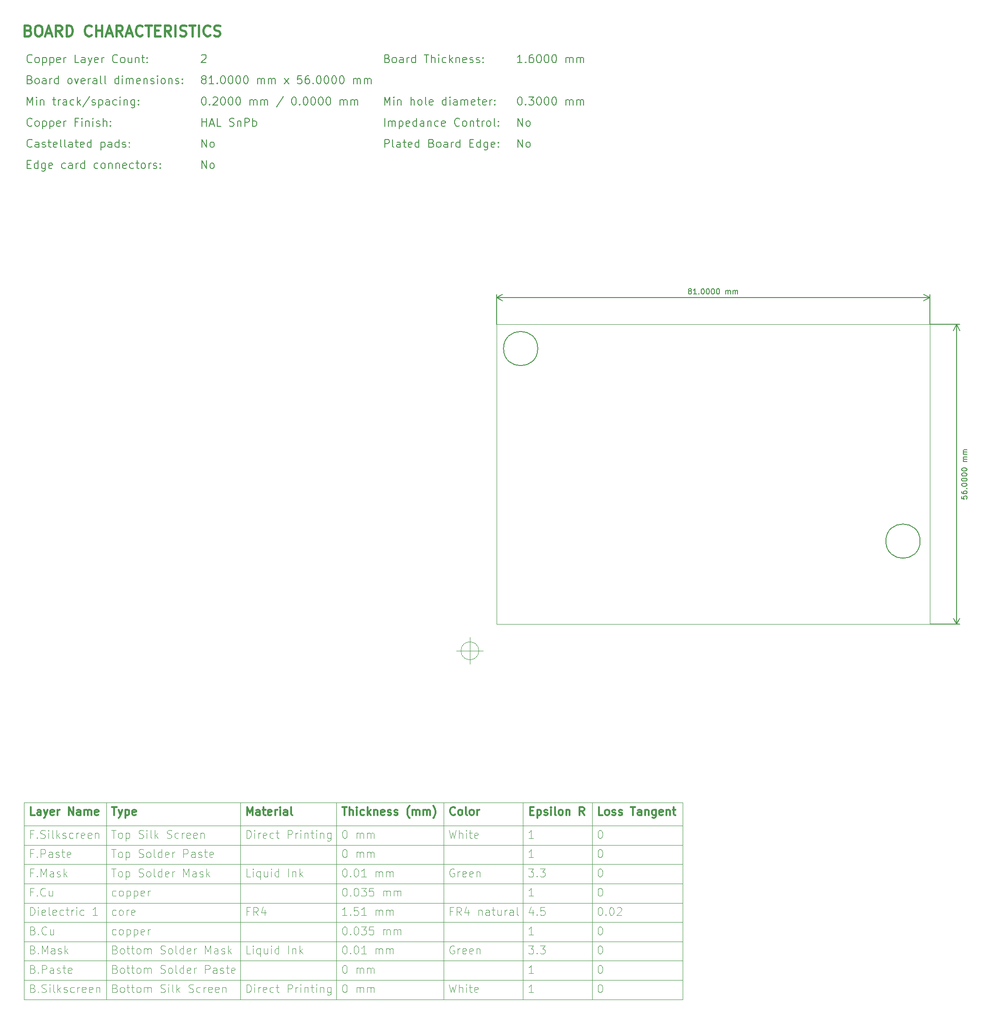
<source format=gbr>
%TF.GenerationSoftware,KiCad,Pcbnew,8.0.3-8.0.3-0~ubuntu22.04.1*%
%TF.CreationDate,2024-06-26T20:02:33-05:00*%
%TF.ProjectId,amplificador_200w,616d706c-6966-4696-9361-646f725f3230,v1.0.0*%
%TF.SameCoordinates,PX5cfbb60PY7d687e0*%
%TF.FileFunction,Other,Comment*%
%FSLAX46Y46*%
G04 Gerber Fmt 4.6, Leading zero omitted, Abs format (unit mm)*
G04 Created by KiCad (PCBNEW 8.0.3-8.0.3-0~ubuntu22.04.1) date 2024-06-26 20:02:33*
%MOMM*%
%LPD*%
G01*
G04 APERTURE LIST*
%ADD10C,0.200000*%
%ADD11C,0.400000*%
%ADD12C,0.100000*%
%ADD13C,0.300000*%
%ADD14C,0.150000*%
%TA.AperFunction,Profile*%
%ADD15C,0.050000*%
%TD*%
G04 APERTURE END LIST*
D10*
X-49818422Y103530972D02*
X-49675565Y103530972D01*
X-49675565Y103530972D02*
X-49532708Y103459543D01*
X-49532708Y103459543D02*
X-49461279Y103388115D01*
X-49461279Y103388115D02*
X-49389851Y103245258D01*
X-49389851Y103245258D02*
X-49318422Y102959543D01*
X-49318422Y102959543D02*
X-49318422Y102602400D01*
X-49318422Y102602400D02*
X-49389851Y102316686D01*
X-49389851Y102316686D02*
X-49461279Y102173829D01*
X-49461279Y102173829D02*
X-49532708Y102102400D01*
X-49532708Y102102400D02*
X-49675565Y102030972D01*
X-49675565Y102030972D02*
X-49818422Y102030972D01*
X-49818422Y102030972D02*
X-49961279Y102102400D01*
X-49961279Y102102400D02*
X-50032708Y102173829D01*
X-50032708Y102173829D02*
X-50104137Y102316686D01*
X-50104137Y102316686D02*
X-50175565Y102602400D01*
X-50175565Y102602400D02*
X-50175565Y102959543D01*
X-50175565Y102959543D02*
X-50104137Y103245258D01*
X-50104137Y103245258D02*
X-50032708Y103388115D01*
X-50032708Y103388115D02*
X-49961279Y103459543D01*
X-49961279Y103459543D02*
X-49818422Y103530972D01*
X-48675566Y102173829D02*
X-48604137Y102102400D01*
X-48604137Y102102400D02*
X-48675566Y102030972D01*
X-48675566Y102030972D02*
X-48746994Y102102400D01*
X-48746994Y102102400D02*
X-48675566Y102173829D01*
X-48675566Y102173829D02*
X-48675566Y102030972D01*
X-48032708Y103388115D02*
X-47961280Y103459543D01*
X-47961280Y103459543D02*
X-47818422Y103530972D01*
X-47818422Y103530972D02*
X-47461280Y103530972D01*
X-47461280Y103530972D02*
X-47318422Y103459543D01*
X-47318422Y103459543D02*
X-47246994Y103388115D01*
X-47246994Y103388115D02*
X-47175565Y103245258D01*
X-47175565Y103245258D02*
X-47175565Y103102400D01*
X-47175565Y103102400D02*
X-47246994Y102888115D01*
X-47246994Y102888115D02*
X-48104137Y102030972D01*
X-48104137Y102030972D02*
X-47175565Y102030972D01*
X-46246994Y103530972D02*
X-46104137Y103530972D01*
X-46104137Y103530972D02*
X-45961280Y103459543D01*
X-45961280Y103459543D02*
X-45889851Y103388115D01*
X-45889851Y103388115D02*
X-45818423Y103245258D01*
X-45818423Y103245258D02*
X-45746994Y102959543D01*
X-45746994Y102959543D02*
X-45746994Y102602400D01*
X-45746994Y102602400D02*
X-45818423Y102316686D01*
X-45818423Y102316686D02*
X-45889851Y102173829D01*
X-45889851Y102173829D02*
X-45961280Y102102400D01*
X-45961280Y102102400D02*
X-46104137Y102030972D01*
X-46104137Y102030972D02*
X-46246994Y102030972D01*
X-46246994Y102030972D02*
X-46389851Y102102400D01*
X-46389851Y102102400D02*
X-46461280Y102173829D01*
X-46461280Y102173829D02*
X-46532709Y102316686D01*
X-46532709Y102316686D02*
X-46604137Y102602400D01*
X-46604137Y102602400D02*
X-46604137Y102959543D01*
X-46604137Y102959543D02*
X-46532709Y103245258D01*
X-46532709Y103245258D02*
X-46461280Y103388115D01*
X-46461280Y103388115D02*
X-46389851Y103459543D01*
X-46389851Y103459543D02*
X-46246994Y103530972D01*
X-44818423Y103530972D02*
X-44675566Y103530972D01*
X-44675566Y103530972D02*
X-44532709Y103459543D01*
X-44532709Y103459543D02*
X-44461280Y103388115D01*
X-44461280Y103388115D02*
X-44389852Y103245258D01*
X-44389852Y103245258D02*
X-44318423Y102959543D01*
X-44318423Y102959543D02*
X-44318423Y102602400D01*
X-44318423Y102602400D02*
X-44389852Y102316686D01*
X-44389852Y102316686D02*
X-44461280Y102173829D01*
X-44461280Y102173829D02*
X-44532709Y102102400D01*
X-44532709Y102102400D02*
X-44675566Y102030972D01*
X-44675566Y102030972D02*
X-44818423Y102030972D01*
X-44818423Y102030972D02*
X-44961280Y102102400D01*
X-44961280Y102102400D02*
X-45032709Y102173829D01*
X-45032709Y102173829D02*
X-45104138Y102316686D01*
X-45104138Y102316686D02*
X-45175566Y102602400D01*
X-45175566Y102602400D02*
X-45175566Y102959543D01*
X-45175566Y102959543D02*
X-45104138Y103245258D01*
X-45104138Y103245258D02*
X-45032709Y103388115D01*
X-45032709Y103388115D02*
X-44961280Y103459543D01*
X-44961280Y103459543D02*
X-44818423Y103530972D01*
X-43389852Y103530972D02*
X-43246995Y103530972D01*
X-43246995Y103530972D02*
X-43104138Y103459543D01*
X-43104138Y103459543D02*
X-43032709Y103388115D01*
X-43032709Y103388115D02*
X-42961281Y103245258D01*
X-42961281Y103245258D02*
X-42889852Y102959543D01*
X-42889852Y102959543D02*
X-42889852Y102602400D01*
X-42889852Y102602400D02*
X-42961281Y102316686D01*
X-42961281Y102316686D02*
X-43032709Y102173829D01*
X-43032709Y102173829D02*
X-43104138Y102102400D01*
X-43104138Y102102400D02*
X-43246995Y102030972D01*
X-43246995Y102030972D02*
X-43389852Y102030972D01*
X-43389852Y102030972D02*
X-43532709Y102102400D01*
X-43532709Y102102400D02*
X-43604138Y102173829D01*
X-43604138Y102173829D02*
X-43675567Y102316686D01*
X-43675567Y102316686D02*
X-43746995Y102602400D01*
X-43746995Y102602400D02*
X-43746995Y102959543D01*
X-43746995Y102959543D02*
X-43675567Y103245258D01*
X-43675567Y103245258D02*
X-43604138Y103388115D01*
X-43604138Y103388115D02*
X-43532709Y103459543D01*
X-43532709Y103459543D02*
X-43389852Y103530972D01*
X-41104139Y102030972D02*
X-41104139Y103030972D01*
X-41104139Y102888115D02*
X-41032710Y102959543D01*
X-41032710Y102959543D02*
X-40889853Y103030972D01*
X-40889853Y103030972D02*
X-40675567Y103030972D01*
X-40675567Y103030972D02*
X-40532710Y102959543D01*
X-40532710Y102959543D02*
X-40461281Y102816686D01*
X-40461281Y102816686D02*
X-40461281Y102030972D01*
X-40461281Y102816686D02*
X-40389853Y102959543D01*
X-40389853Y102959543D02*
X-40246996Y103030972D01*
X-40246996Y103030972D02*
X-40032710Y103030972D01*
X-40032710Y103030972D02*
X-39889853Y102959543D01*
X-39889853Y102959543D02*
X-39818424Y102816686D01*
X-39818424Y102816686D02*
X-39818424Y102030972D01*
X-39104139Y102030972D02*
X-39104139Y103030972D01*
X-39104139Y102888115D02*
X-39032710Y102959543D01*
X-39032710Y102959543D02*
X-38889853Y103030972D01*
X-38889853Y103030972D02*
X-38675567Y103030972D01*
X-38675567Y103030972D02*
X-38532710Y102959543D01*
X-38532710Y102959543D02*
X-38461281Y102816686D01*
X-38461281Y102816686D02*
X-38461281Y102030972D01*
X-38461281Y102816686D02*
X-38389853Y102959543D01*
X-38389853Y102959543D02*
X-38246996Y103030972D01*
X-38246996Y103030972D02*
X-38032710Y103030972D01*
X-38032710Y103030972D02*
X-37889853Y102959543D01*
X-37889853Y102959543D02*
X-37818424Y102816686D01*
X-37818424Y102816686D02*
X-37818424Y102030972D01*
X-34889853Y103602400D02*
X-36175567Y101673829D01*
X-32961281Y103530972D02*
X-32818424Y103530972D01*
X-32818424Y103530972D02*
X-32675567Y103459543D01*
X-32675567Y103459543D02*
X-32604138Y103388115D01*
X-32604138Y103388115D02*
X-32532710Y103245258D01*
X-32532710Y103245258D02*
X-32461281Y102959543D01*
X-32461281Y102959543D02*
X-32461281Y102602400D01*
X-32461281Y102602400D02*
X-32532710Y102316686D01*
X-32532710Y102316686D02*
X-32604138Y102173829D01*
X-32604138Y102173829D02*
X-32675567Y102102400D01*
X-32675567Y102102400D02*
X-32818424Y102030972D01*
X-32818424Y102030972D02*
X-32961281Y102030972D01*
X-32961281Y102030972D02*
X-33104138Y102102400D01*
X-33104138Y102102400D02*
X-33175567Y102173829D01*
X-33175567Y102173829D02*
X-33246996Y102316686D01*
X-33246996Y102316686D02*
X-33318424Y102602400D01*
X-33318424Y102602400D02*
X-33318424Y102959543D01*
X-33318424Y102959543D02*
X-33246996Y103245258D01*
X-33246996Y103245258D02*
X-33175567Y103388115D01*
X-33175567Y103388115D02*
X-33104138Y103459543D01*
X-33104138Y103459543D02*
X-32961281Y103530972D01*
X-31818425Y102173829D02*
X-31746996Y102102400D01*
X-31746996Y102102400D02*
X-31818425Y102030972D01*
X-31818425Y102030972D02*
X-31889853Y102102400D01*
X-31889853Y102102400D02*
X-31818425Y102173829D01*
X-31818425Y102173829D02*
X-31818425Y102030972D01*
X-30818424Y103530972D02*
X-30675567Y103530972D01*
X-30675567Y103530972D02*
X-30532710Y103459543D01*
X-30532710Y103459543D02*
X-30461281Y103388115D01*
X-30461281Y103388115D02*
X-30389853Y103245258D01*
X-30389853Y103245258D02*
X-30318424Y102959543D01*
X-30318424Y102959543D02*
X-30318424Y102602400D01*
X-30318424Y102602400D02*
X-30389853Y102316686D01*
X-30389853Y102316686D02*
X-30461281Y102173829D01*
X-30461281Y102173829D02*
X-30532710Y102102400D01*
X-30532710Y102102400D02*
X-30675567Y102030972D01*
X-30675567Y102030972D02*
X-30818424Y102030972D01*
X-30818424Y102030972D02*
X-30961281Y102102400D01*
X-30961281Y102102400D02*
X-31032710Y102173829D01*
X-31032710Y102173829D02*
X-31104139Y102316686D01*
X-31104139Y102316686D02*
X-31175567Y102602400D01*
X-31175567Y102602400D02*
X-31175567Y102959543D01*
X-31175567Y102959543D02*
X-31104139Y103245258D01*
X-31104139Y103245258D02*
X-31032710Y103388115D01*
X-31032710Y103388115D02*
X-30961281Y103459543D01*
X-30961281Y103459543D02*
X-30818424Y103530972D01*
X-29389853Y103530972D02*
X-29246996Y103530972D01*
X-29246996Y103530972D02*
X-29104139Y103459543D01*
X-29104139Y103459543D02*
X-29032710Y103388115D01*
X-29032710Y103388115D02*
X-28961282Y103245258D01*
X-28961282Y103245258D02*
X-28889853Y102959543D01*
X-28889853Y102959543D02*
X-28889853Y102602400D01*
X-28889853Y102602400D02*
X-28961282Y102316686D01*
X-28961282Y102316686D02*
X-29032710Y102173829D01*
X-29032710Y102173829D02*
X-29104139Y102102400D01*
X-29104139Y102102400D02*
X-29246996Y102030972D01*
X-29246996Y102030972D02*
X-29389853Y102030972D01*
X-29389853Y102030972D02*
X-29532710Y102102400D01*
X-29532710Y102102400D02*
X-29604139Y102173829D01*
X-29604139Y102173829D02*
X-29675568Y102316686D01*
X-29675568Y102316686D02*
X-29746996Y102602400D01*
X-29746996Y102602400D02*
X-29746996Y102959543D01*
X-29746996Y102959543D02*
X-29675568Y103245258D01*
X-29675568Y103245258D02*
X-29604139Y103388115D01*
X-29604139Y103388115D02*
X-29532710Y103459543D01*
X-29532710Y103459543D02*
X-29389853Y103530972D01*
X-27961282Y103530972D02*
X-27818425Y103530972D01*
X-27818425Y103530972D02*
X-27675568Y103459543D01*
X-27675568Y103459543D02*
X-27604139Y103388115D01*
X-27604139Y103388115D02*
X-27532711Y103245258D01*
X-27532711Y103245258D02*
X-27461282Y102959543D01*
X-27461282Y102959543D02*
X-27461282Y102602400D01*
X-27461282Y102602400D02*
X-27532711Y102316686D01*
X-27532711Y102316686D02*
X-27604139Y102173829D01*
X-27604139Y102173829D02*
X-27675568Y102102400D01*
X-27675568Y102102400D02*
X-27818425Y102030972D01*
X-27818425Y102030972D02*
X-27961282Y102030972D01*
X-27961282Y102030972D02*
X-28104139Y102102400D01*
X-28104139Y102102400D02*
X-28175568Y102173829D01*
X-28175568Y102173829D02*
X-28246997Y102316686D01*
X-28246997Y102316686D02*
X-28318425Y102602400D01*
X-28318425Y102602400D02*
X-28318425Y102959543D01*
X-28318425Y102959543D02*
X-28246997Y103245258D01*
X-28246997Y103245258D02*
X-28175568Y103388115D01*
X-28175568Y103388115D02*
X-28104139Y103459543D01*
X-28104139Y103459543D02*
X-27961282Y103530972D01*
X-26532711Y103530972D02*
X-26389854Y103530972D01*
X-26389854Y103530972D02*
X-26246997Y103459543D01*
X-26246997Y103459543D02*
X-26175568Y103388115D01*
X-26175568Y103388115D02*
X-26104140Y103245258D01*
X-26104140Y103245258D02*
X-26032711Y102959543D01*
X-26032711Y102959543D02*
X-26032711Y102602400D01*
X-26032711Y102602400D02*
X-26104140Y102316686D01*
X-26104140Y102316686D02*
X-26175568Y102173829D01*
X-26175568Y102173829D02*
X-26246997Y102102400D01*
X-26246997Y102102400D02*
X-26389854Y102030972D01*
X-26389854Y102030972D02*
X-26532711Y102030972D01*
X-26532711Y102030972D02*
X-26675568Y102102400D01*
X-26675568Y102102400D02*
X-26746997Y102173829D01*
X-26746997Y102173829D02*
X-26818426Y102316686D01*
X-26818426Y102316686D02*
X-26889854Y102602400D01*
X-26889854Y102602400D02*
X-26889854Y102959543D01*
X-26889854Y102959543D02*
X-26818426Y103245258D01*
X-26818426Y103245258D02*
X-26746997Y103388115D01*
X-26746997Y103388115D02*
X-26675568Y103459543D01*
X-26675568Y103459543D02*
X-26532711Y103530972D01*
X-24246998Y102030972D02*
X-24246998Y103030972D01*
X-24246998Y102888115D02*
X-24175569Y102959543D01*
X-24175569Y102959543D02*
X-24032712Y103030972D01*
X-24032712Y103030972D02*
X-23818426Y103030972D01*
X-23818426Y103030972D02*
X-23675569Y102959543D01*
X-23675569Y102959543D02*
X-23604140Y102816686D01*
X-23604140Y102816686D02*
X-23604140Y102030972D01*
X-23604140Y102816686D02*
X-23532712Y102959543D01*
X-23532712Y102959543D02*
X-23389855Y103030972D01*
X-23389855Y103030972D02*
X-23175569Y103030972D01*
X-23175569Y103030972D02*
X-23032712Y102959543D01*
X-23032712Y102959543D02*
X-22961283Y102816686D01*
X-22961283Y102816686D02*
X-22961283Y102030972D01*
X-22246998Y102030972D02*
X-22246998Y103030972D01*
X-22246998Y102888115D02*
X-22175569Y102959543D01*
X-22175569Y102959543D02*
X-22032712Y103030972D01*
X-22032712Y103030972D02*
X-21818426Y103030972D01*
X-21818426Y103030972D02*
X-21675569Y102959543D01*
X-21675569Y102959543D02*
X-21604140Y102816686D01*
X-21604140Y102816686D02*
X-21604140Y102030972D01*
X-21604140Y102816686D02*
X-21532712Y102959543D01*
X-21532712Y102959543D02*
X-21389855Y103030972D01*
X-21389855Y103030972D02*
X-21175569Y103030972D01*
X-21175569Y103030972D02*
X-21032712Y102959543D01*
X-21032712Y102959543D02*
X-20961283Y102816686D01*
X-20961283Y102816686D02*
X-20961283Y102030972D01*
X-49889851Y106845115D02*
X-50032708Y106916543D01*
X-50032708Y106916543D02*
X-50104137Y106987972D01*
X-50104137Y106987972D02*
X-50175565Y107130829D01*
X-50175565Y107130829D02*
X-50175565Y107202258D01*
X-50175565Y107202258D02*
X-50104137Y107345115D01*
X-50104137Y107345115D02*
X-50032708Y107416543D01*
X-50032708Y107416543D02*
X-49889851Y107487972D01*
X-49889851Y107487972D02*
X-49604137Y107487972D01*
X-49604137Y107487972D02*
X-49461279Y107416543D01*
X-49461279Y107416543D02*
X-49389851Y107345115D01*
X-49389851Y107345115D02*
X-49318422Y107202258D01*
X-49318422Y107202258D02*
X-49318422Y107130829D01*
X-49318422Y107130829D02*
X-49389851Y106987972D01*
X-49389851Y106987972D02*
X-49461279Y106916543D01*
X-49461279Y106916543D02*
X-49604137Y106845115D01*
X-49604137Y106845115D02*
X-49889851Y106845115D01*
X-49889851Y106845115D02*
X-50032708Y106773686D01*
X-50032708Y106773686D02*
X-50104137Y106702258D01*
X-50104137Y106702258D02*
X-50175565Y106559400D01*
X-50175565Y106559400D02*
X-50175565Y106273686D01*
X-50175565Y106273686D02*
X-50104137Y106130829D01*
X-50104137Y106130829D02*
X-50032708Y106059400D01*
X-50032708Y106059400D02*
X-49889851Y105987972D01*
X-49889851Y105987972D02*
X-49604137Y105987972D01*
X-49604137Y105987972D02*
X-49461279Y106059400D01*
X-49461279Y106059400D02*
X-49389851Y106130829D01*
X-49389851Y106130829D02*
X-49318422Y106273686D01*
X-49318422Y106273686D02*
X-49318422Y106559400D01*
X-49318422Y106559400D02*
X-49389851Y106702258D01*
X-49389851Y106702258D02*
X-49461279Y106773686D01*
X-49461279Y106773686D02*
X-49604137Y106845115D01*
X-47889851Y105987972D02*
X-48746994Y105987972D01*
X-48318423Y105987972D02*
X-48318423Y107487972D01*
X-48318423Y107487972D02*
X-48461280Y107273686D01*
X-48461280Y107273686D02*
X-48604137Y107130829D01*
X-48604137Y107130829D02*
X-48746994Y107059400D01*
X-47246995Y106130829D02*
X-47175566Y106059400D01*
X-47175566Y106059400D02*
X-47246995Y105987972D01*
X-47246995Y105987972D02*
X-47318423Y106059400D01*
X-47318423Y106059400D02*
X-47246995Y106130829D01*
X-47246995Y106130829D02*
X-47246995Y105987972D01*
X-46246994Y107487972D02*
X-46104137Y107487972D01*
X-46104137Y107487972D02*
X-45961280Y107416543D01*
X-45961280Y107416543D02*
X-45889851Y107345115D01*
X-45889851Y107345115D02*
X-45818423Y107202258D01*
X-45818423Y107202258D02*
X-45746994Y106916543D01*
X-45746994Y106916543D02*
X-45746994Y106559400D01*
X-45746994Y106559400D02*
X-45818423Y106273686D01*
X-45818423Y106273686D02*
X-45889851Y106130829D01*
X-45889851Y106130829D02*
X-45961280Y106059400D01*
X-45961280Y106059400D02*
X-46104137Y105987972D01*
X-46104137Y105987972D02*
X-46246994Y105987972D01*
X-46246994Y105987972D02*
X-46389851Y106059400D01*
X-46389851Y106059400D02*
X-46461280Y106130829D01*
X-46461280Y106130829D02*
X-46532709Y106273686D01*
X-46532709Y106273686D02*
X-46604137Y106559400D01*
X-46604137Y106559400D02*
X-46604137Y106916543D01*
X-46604137Y106916543D02*
X-46532709Y107202258D01*
X-46532709Y107202258D02*
X-46461280Y107345115D01*
X-46461280Y107345115D02*
X-46389851Y107416543D01*
X-46389851Y107416543D02*
X-46246994Y107487972D01*
X-44818423Y107487972D02*
X-44675566Y107487972D01*
X-44675566Y107487972D02*
X-44532709Y107416543D01*
X-44532709Y107416543D02*
X-44461280Y107345115D01*
X-44461280Y107345115D02*
X-44389852Y107202258D01*
X-44389852Y107202258D02*
X-44318423Y106916543D01*
X-44318423Y106916543D02*
X-44318423Y106559400D01*
X-44318423Y106559400D02*
X-44389852Y106273686D01*
X-44389852Y106273686D02*
X-44461280Y106130829D01*
X-44461280Y106130829D02*
X-44532709Y106059400D01*
X-44532709Y106059400D02*
X-44675566Y105987972D01*
X-44675566Y105987972D02*
X-44818423Y105987972D01*
X-44818423Y105987972D02*
X-44961280Y106059400D01*
X-44961280Y106059400D02*
X-45032709Y106130829D01*
X-45032709Y106130829D02*
X-45104138Y106273686D01*
X-45104138Y106273686D02*
X-45175566Y106559400D01*
X-45175566Y106559400D02*
X-45175566Y106916543D01*
X-45175566Y106916543D02*
X-45104138Y107202258D01*
X-45104138Y107202258D02*
X-45032709Y107345115D01*
X-45032709Y107345115D02*
X-44961280Y107416543D01*
X-44961280Y107416543D02*
X-44818423Y107487972D01*
X-43389852Y107487972D02*
X-43246995Y107487972D01*
X-43246995Y107487972D02*
X-43104138Y107416543D01*
X-43104138Y107416543D02*
X-43032709Y107345115D01*
X-43032709Y107345115D02*
X-42961281Y107202258D01*
X-42961281Y107202258D02*
X-42889852Y106916543D01*
X-42889852Y106916543D02*
X-42889852Y106559400D01*
X-42889852Y106559400D02*
X-42961281Y106273686D01*
X-42961281Y106273686D02*
X-43032709Y106130829D01*
X-43032709Y106130829D02*
X-43104138Y106059400D01*
X-43104138Y106059400D02*
X-43246995Y105987972D01*
X-43246995Y105987972D02*
X-43389852Y105987972D01*
X-43389852Y105987972D02*
X-43532709Y106059400D01*
X-43532709Y106059400D02*
X-43604138Y106130829D01*
X-43604138Y106130829D02*
X-43675567Y106273686D01*
X-43675567Y106273686D02*
X-43746995Y106559400D01*
X-43746995Y106559400D02*
X-43746995Y106916543D01*
X-43746995Y106916543D02*
X-43675567Y107202258D01*
X-43675567Y107202258D02*
X-43604138Y107345115D01*
X-43604138Y107345115D02*
X-43532709Y107416543D01*
X-43532709Y107416543D02*
X-43389852Y107487972D01*
X-41961281Y107487972D02*
X-41818424Y107487972D01*
X-41818424Y107487972D02*
X-41675567Y107416543D01*
X-41675567Y107416543D02*
X-41604138Y107345115D01*
X-41604138Y107345115D02*
X-41532710Y107202258D01*
X-41532710Y107202258D02*
X-41461281Y106916543D01*
X-41461281Y106916543D02*
X-41461281Y106559400D01*
X-41461281Y106559400D02*
X-41532710Y106273686D01*
X-41532710Y106273686D02*
X-41604138Y106130829D01*
X-41604138Y106130829D02*
X-41675567Y106059400D01*
X-41675567Y106059400D02*
X-41818424Y105987972D01*
X-41818424Y105987972D02*
X-41961281Y105987972D01*
X-41961281Y105987972D02*
X-42104138Y106059400D01*
X-42104138Y106059400D02*
X-42175567Y106130829D01*
X-42175567Y106130829D02*
X-42246996Y106273686D01*
X-42246996Y106273686D02*
X-42318424Y106559400D01*
X-42318424Y106559400D02*
X-42318424Y106916543D01*
X-42318424Y106916543D02*
X-42246996Y107202258D01*
X-42246996Y107202258D02*
X-42175567Y107345115D01*
X-42175567Y107345115D02*
X-42104138Y107416543D01*
X-42104138Y107416543D02*
X-41961281Y107487972D01*
X-39675568Y105987972D02*
X-39675568Y106987972D01*
X-39675568Y106845115D02*
X-39604139Y106916543D01*
X-39604139Y106916543D02*
X-39461282Y106987972D01*
X-39461282Y106987972D02*
X-39246996Y106987972D01*
X-39246996Y106987972D02*
X-39104139Y106916543D01*
X-39104139Y106916543D02*
X-39032710Y106773686D01*
X-39032710Y106773686D02*
X-39032710Y105987972D01*
X-39032710Y106773686D02*
X-38961282Y106916543D01*
X-38961282Y106916543D02*
X-38818425Y106987972D01*
X-38818425Y106987972D02*
X-38604139Y106987972D01*
X-38604139Y106987972D02*
X-38461282Y106916543D01*
X-38461282Y106916543D02*
X-38389853Y106773686D01*
X-38389853Y106773686D02*
X-38389853Y105987972D01*
X-37675568Y105987972D02*
X-37675568Y106987972D01*
X-37675568Y106845115D02*
X-37604139Y106916543D01*
X-37604139Y106916543D02*
X-37461282Y106987972D01*
X-37461282Y106987972D02*
X-37246996Y106987972D01*
X-37246996Y106987972D02*
X-37104139Y106916543D01*
X-37104139Y106916543D02*
X-37032710Y106773686D01*
X-37032710Y106773686D02*
X-37032710Y105987972D01*
X-37032710Y106773686D02*
X-36961282Y106916543D01*
X-36961282Y106916543D02*
X-36818425Y106987972D01*
X-36818425Y106987972D02*
X-36604139Y106987972D01*
X-36604139Y106987972D02*
X-36461282Y106916543D01*
X-36461282Y106916543D02*
X-36389853Y106773686D01*
X-36389853Y106773686D02*
X-36389853Y105987972D01*
X-34675568Y105987972D02*
X-33889853Y106987972D01*
X-34675568Y106987972D02*
X-33889853Y105987972D01*
X-31461282Y107487972D02*
X-32175568Y107487972D01*
X-32175568Y107487972D02*
X-32246996Y106773686D01*
X-32246996Y106773686D02*
X-32175568Y106845115D01*
X-32175568Y106845115D02*
X-32032710Y106916543D01*
X-32032710Y106916543D02*
X-31675568Y106916543D01*
X-31675568Y106916543D02*
X-31532710Y106845115D01*
X-31532710Y106845115D02*
X-31461282Y106773686D01*
X-31461282Y106773686D02*
X-31389853Y106630829D01*
X-31389853Y106630829D02*
X-31389853Y106273686D01*
X-31389853Y106273686D02*
X-31461282Y106130829D01*
X-31461282Y106130829D02*
X-31532710Y106059400D01*
X-31532710Y106059400D02*
X-31675568Y105987972D01*
X-31675568Y105987972D02*
X-32032710Y105987972D01*
X-32032710Y105987972D02*
X-32175568Y106059400D01*
X-32175568Y106059400D02*
X-32246996Y106130829D01*
X-30104139Y107487972D02*
X-30389854Y107487972D01*
X-30389854Y107487972D02*
X-30532711Y107416543D01*
X-30532711Y107416543D02*
X-30604139Y107345115D01*
X-30604139Y107345115D02*
X-30746997Y107130829D01*
X-30746997Y107130829D02*
X-30818425Y106845115D01*
X-30818425Y106845115D02*
X-30818425Y106273686D01*
X-30818425Y106273686D02*
X-30746997Y106130829D01*
X-30746997Y106130829D02*
X-30675568Y106059400D01*
X-30675568Y106059400D02*
X-30532711Y105987972D01*
X-30532711Y105987972D02*
X-30246997Y105987972D01*
X-30246997Y105987972D02*
X-30104139Y106059400D01*
X-30104139Y106059400D02*
X-30032711Y106130829D01*
X-30032711Y106130829D02*
X-29961282Y106273686D01*
X-29961282Y106273686D02*
X-29961282Y106630829D01*
X-29961282Y106630829D02*
X-30032711Y106773686D01*
X-30032711Y106773686D02*
X-30104139Y106845115D01*
X-30104139Y106845115D02*
X-30246997Y106916543D01*
X-30246997Y106916543D02*
X-30532711Y106916543D01*
X-30532711Y106916543D02*
X-30675568Y106845115D01*
X-30675568Y106845115D02*
X-30746997Y106773686D01*
X-30746997Y106773686D02*
X-30818425Y106630829D01*
X-29318426Y106130829D02*
X-29246997Y106059400D01*
X-29246997Y106059400D02*
X-29318426Y105987972D01*
X-29318426Y105987972D02*
X-29389854Y106059400D01*
X-29389854Y106059400D02*
X-29318426Y106130829D01*
X-29318426Y106130829D02*
X-29318426Y105987972D01*
X-28318425Y107487972D02*
X-28175568Y107487972D01*
X-28175568Y107487972D02*
X-28032711Y107416543D01*
X-28032711Y107416543D02*
X-27961282Y107345115D01*
X-27961282Y107345115D02*
X-27889854Y107202258D01*
X-27889854Y107202258D02*
X-27818425Y106916543D01*
X-27818425Y106916543D02*
X-27818425Y106559400D01*
X-27818425Y106559400D02*
X-27889854Y106273686D01*
X-27889854Y106273686D02*
X-27961282Y106130829D01*
X-27961282Y106130829D02*
X-28032711Y106059400D01*
X-28032711Y106059400D02*
X-28175568Y105987972D01*
X-28175568Y105987972D02*
X-28318425Y105987972D01*
X-28318425Y105987972D02*
X-28461282Y106059400D01*
X-28461282Y106059400D02*
X-28532711Y106130829D01*
X-28532711Y106130829D02*
X-28604140Y106273686D01*
X-28604140Y106273686D02*
X-28675568Y106559400D01*
X-28675568Y106559400D02*
X-28675568Y106916543D01*
X-28675568Y106916543D02*
X-28604140Y107202258D01*
X-28604140Y107202258D02*
X-28532711Y107345115D01*
X-28532711Y107345115D02*
X-28461282Y107416543D01*
X-28461282Y107416543D02*
X-28318425Y107487972D01*
X-26889854Y107487972D02*
X-26746997Y107487972D01*
X-26746997Y107487972D02*
X-26604140Y107416543D01*
X-26604140Y107416543D02*
X-26532711Y107345115D01*
X-26532711Y107345115D02*
X-26461283Y107202258D01*
X-26461283Y107202258D02*
X-26389854Y106916543D01*
X-26389854Y106916543D02*
X-26389854Y106559400D01*
X-26389854Y106559400D02*
X-26461283Y106273686D01*
X-26461283Y106273686D02*
X-26532711Y106130829D01*
X-26532711Y106130829D02*
X-26604140Y106059400D01*
X-26604140Y106059400D02*
X-26746997Y105987972D01*
X-26746997Y105987972D02*
X-26889854Y105987972D01*
X-26889854Y105987972D02*
X-27032711Y106059400D01*
X-27032711Y106059400D02*
X-27104140Y106130829D01*
X-27104140Y106130829D02*
X-27175569Y106273686D01*
X-27175569Y106273686D02*
X-27246997Y106559400D01*
X-27246997Y106559400D02*
X-27246997Y106916543D01*
X-27246997Y106916543D02*
X-27175569Y107202258D01*
X-27175569Y107202258D02*
X-27104140Y107345115D01*
X-27104140Y107345115D02*
X-27032711Y107416543D01*
X-27032711Y107416543D02*
X-26889854Y107487972D01*
X-25461283Y107487972D02*
X-25318426Y107487972D01*
X-25318426Y107487972D02*
X-25175569Y107416543D01*
X-25175569Y107416543D02*
X-25104140Y107345115D01*
X-25104140Y107345115D02*
X-25032712Y107202258D01*
X-25032712Y107202258D02*
X-24961283Y106916543D01*
X-24961283Y106916543D02*
X-24961283Y106559400D01*
X-24961283Y106559400D02*
X-25032712Y106273686D01*
X-25032712Y106273686D02*
X-25104140Y106130829D01*
X-25104140Y106130829D02*
X-25175569Y106059400D01*
X-25175569Y106059400D02*
X-25318426Y105987972D01*
X-25318426Y105987972D02*
X-25461283Y105987972D01*
X-25461283Y105987972D02*
X-25604140Y106059400D01*
X-25604140Y106059400D02*
X-25675569Y106130829D01*
X-25675569Y106130829D02*
X-25746998Y106273686D01*
X-25746998Y106273686D02*
X-25818426Y106559400D01*
X-25818426Y106559400D02*
X-25818426Y106916543D01*
X-25818426Y106916543D02*
X-25746998Y107202258D01*
X-25746998Y107202258D02*
X-25675569Y107345115D01*
X-25675569Y107345115D02*
X-25604140Y107416543D01*
X-25604140Y107416543D02*
X-25461283Y107487972D01*
X-24032712Y107487972D02*
X-23889855Y107487972D01*
X-23889855Y107487972D02*
X-23746998Y107416543D01*
X-23746998Y107416543D02*
X-23675569Y107345115D01*
X-23675569Y107345115D02*
X-23604141Y107202258D01*
X-23604141Y107202258D02*
X-23532712Y106916543D01*
X-23532712Y106916543D02*
X-23532712Y106559400D01*
X-23532712Y106559400D02*
X-23604141Y106273686D01*
X-23604141Y106273686D02*
X-23675569Y106130829D01*
X-23675569Y106130829D02*
X-23746998Y106059400D01*
X-23746998Y106059400D02*
X-23889855Y105987972D01*
X-23889855Y105987972D02*
X-24032712Y105987972D01*
X-24032712Y105987972D02*
X-24175569Y106059400D01*
X-24175569Y106059400D02*
X-24246998Y106130829D01*
X-24246998Y106130829D02*
X-24318427Y106273686D01*
X-24318427Y106273686D02*
X-24389855Y106559400D01*
X-24389855Y106559400D02*
X-24389855Y106916543D01*
X-24389855Y106916543D02*
X-24318427Y107202258D01*
X-24318427Y107202258D02*
X-24246998Y107345115D01*
X-24246998Y107345115D02*
X-24175569Y107416543D01*
X-24175569Y107416543D02*
X-24032712Y107487972D01*
X-21746999Y105987972D02*
X-21746999Y106987972D01*
X-21746999Y106845115D02*
X-21675570Y106916543D01*
X-21675570Y106916543D02*
X-21532713Y106987972D01*
X-21532713Y106987972D02*
X-21318427Y106987972D01*
X-21318427Y106987972D02*
X-21175570Y106916543D01*
X-21175570Y106916543D02*
X-21104141Y106773686D01*
X-21104141Y106773686D02*
X-21104141Y105987972D01*
X-21104141Y106773686D02*
X-21032713Y106916543D01*
X-21032713Y106916543D02*
X-20889856Y106987972D01*
X-20889856Y106987972D02*
X-20675570Y106987972D01*
X-20675570Y106987972D02*
X-20532713Y106916543D01*
X-20532713Y106916543D02*
X-20461284Y106773686D01*
X-20461284Y106773686D02*
X-20461284Y105987972D01*
X-19746999Y105987972D02*
X-19746999Y106987972D01*
X-19746999Y106845115D02*
X-19675570Y106916543D01*
X-19675570Y106916543D02*
X-19532713Y106987972D01*
X-19532713Y106987972D02*
X-19318427Y106987972D01*
X-19318427Y106987972D02*
X-19175570Y106916543D01*
X-19175570Y106916543D02*
X-19104141Y106773686D01*
X-19104141Y106773686D02*
X-19104141Y105987972D01*
X-19104141Y106773686D02*
X-19032713Y106916543D01*
X-19032713Y106916543D02*
X-18889856Y106987972D01*
X-18889856Y106987972D02*
X-18675570Y106987972D01*
X-18675570Y106987972D02*
X-18532713Y106916543D01*
X-18532713Y106916543D02*
X-18461284Y106773686D01*
X-18461284Y106773686D02*
X-18461284Y105987972D01*
X-50175565Y111302115D02*
X-50104137Y111373543D01*
X-50104137Y111373543D02*
X-49961279Y111444972D01*
X-49961279Y111444972D02*
X-49604137Y111444972D01*
X-49604137Y111444972D02*
X-49461279Y111373543D01*
X-49461279Y111373543D02*
X-49389851Y111302115D01*
X-49389851Y111302115D02*
X-49318422Y111159258D01*
X-49318422Y111159258D02*
X-49318422Y111016400D01*
X-49318422Y111016400D02*
X-49389851Y110802115D01*
X-49389851Y110802115D02*
X-50246994Y109944972D01*
X-50246994Y109944972D02*
X-49318422Y109944972D01*
X-82761280Y90945686D02*
X-82261280Y90945686D01*
X-82046994Y90159972D02*
X-82761280Y90159972D01*
X-82761280Y90159972D02*
X-82761280Y91659972D01*
X-82761280Y91659972D02*
X-82046994Y91659972D01*
X-80761279Y90159972D02*
X-80761279Y91659972D01*
X-80761279Y90231400D02*
X-80904137Y90159972D01*
X-80904137Y90159972D02*
X-81189851Y90159972D01*
X-81189851Y90159972D02*
X-81332708Y90231400D01*
X-81332708Y90231400D02*
X-81404137Y90302829D01*
X-81404137Y90302829D02*
X-81475565Y90445686D01*
X-81475565Y90445686D02*
X-81475565Y90874258D01*
X-81475565Y90874258D02*
X-81404137Y91017115D01*
X-81404137Y91017115D02*
X-81332708Y91088543D01*
X-81332708Y91088543D02*
X-81189851Y91159972D01*
X-81189851Y91159972D02*
X-80904137Y91159972D01*
X-80904137Y91159972D02*
X-80761279Y91088543D01*
X-79404136Y91159972D02*
X-79404136Y89945686D01*
X-79404136Y89945686D02*
X-79475565Y89802829D01*
X-79475565Y89802829D02*
X-79546994Y89731400D01*
X-79546994Y89731400D02*
X-79689851Y89659972D01*
X-79689851Y89659972D02*
X-79904136Y89659972D01*
X-79904136Y89659972D02*
X-80046994Y89731400D01*
X-79404136Y90231400D02*
X-79546994Y90159972D01*
X-79546994Y90159972D02*
X-79832708Y90159972D01*
X-79832708Y90159972D02*
X-79975565Y90231400D01*
X-79975565Y90231400D02*
X-80046994Y90302829D01*
X-80046994Y90302829D02*
X-80118422Y90445686D01*
X-80118422Y90445686D02*
X-80118422Y90874258D01*
X-80118422Y90874258D02*
X-80046994Y91017115D01*
X-80046994Y91017115D02*
X-79975565Y91088543D01*
X-79975565Y91088543D02*
X-79832708Y91159972D01*
X-79832708Y91159972D02*
X-79546994Y91159972D01*
X-79546994Y91159972D02*
X-79404136Y91088543D01*
X-78118422Y90231400D02*
X-78261279Y90159972D01*
X-78261279Y90159972D02*
X-78546993Y90159972D01*
X-78546993Y90159972D02*
X-78689851Y90231400D01*
X-78689851Y90231400D02*
X-78761279Y90374258D01*
X-78761279Y90374258D02*
X-78761279Y90945686D01*
X-78761279Y90945686D02*
X-78689851Y91088543D01*
X-78689851Y91088543D02*
X-78546993Y91159972D01*
X-78546993Y91159972D02*
X-78261279Y91159972D01*
X-78261279Y91159972D02*
X-78118422Y91088543D01*
X-78118422Y91088543D02*
X-78046993Y90945686D01*
X-78046993Y90945686D02*
X-78046993Y90802829D01*
X-78046993Y90802829D02*
X-78761279Y90659972D01*
X-75618422Y90231400D02*
X-75761280Y90159972D01*
X-75761280Y90159972D02*
X-76046994Y90159972D01*
X-76046994Y90159972D02*
X-76189851Y90231400D01*
X-76189851Y90231400D02*
X-76261280Y90302829D01*
X-76261280Y90302829D02*
X-76332708Y90445686D01*
X-76332708Y90445686D02*
X-76332708Y90874258D01*
X-76332708Y90874258D02*
X-76261280Y91017115D01*
X-76261280Y91017115D02*
X-76189851Y91088543D01*
X-76189851Y91088543D02*
X-76046994Y91159972D01*
X-76046994Y91159972D02*
X-75761280Y91159972D01*
X-75761280Y91159972D02*
X-75618422Y91088543D01*
X-74332708Y90159972D02*
X-74332708Y90945686D01*
X-74332708Y90945686D02*
X-74404137Y91088543D01*
X-74404137Y91088543D02*
X-74546994Y91159972D01*
X-74546994Y91159972D02*
X-74832708Y91159972D01*
X-74832708Y91159972D02*
X-74975566Y91088543D01*
X-74332708Y90231400D02*
X-74475566Y90159972D01*
X-74475566Y90159972D02*
X-74832708Y90159972D01*
X-74832708Y90159972D02*
X-74975566Y90231400D01*
X-74975566Y90231400D02*
X-75046994Y90374258D01*
X-75046994Y90374258D02*
X-75046994Y90517115D01*
X-75046994Y90517115D02*
X-74975566Y90659972D01*
X-74975566Y90659972D02*
X-74832708Y90731400D01*
X-74832708Y90731400D02*
X-74475566Y90731400D01*
X-74475566Y90731400D02*
X-74332708Y90802829D01*
X-73618423Y90159972D02*
X-73618423Y91159972D01*
X-73618423Y90874258D02*
X-73546994Y91017115D01*
X-73546994Y91017115D02*
X-73475565Y91088543D01*
X-73475565Y91088543D02*
X-73332708Y91159972D01*
X-73332708Y91159972D02*
X-73189851Y91159972D01*
X-72046994Y90159972D02*
X-72046994Y91659972D01*
X-72046994Y90231400D02*
X-72189852Y90159972D01*
X-72189852Y90159972D02*
X-72475566Y90159972D01*
X-72475566Y90159972D02*
X-72618423Y90231400D01*
X-72618423Y90231400D02*
X-72689852Y90302829D01*
X-72689852Y90302829D02*
X-72761280Y90445686D01*
X-72761280Y90445686D02*
X-72761280Y90874258D01*
X-72761280Y90874258D02*
X-72689852Y91017115D01*
X-72689852Y91017115D02*
X-72618423Y91088543D01*
X-72618423Y91088543D02*
X-72475566Y91159972D01*
X-72475566Y91159972D02*
X-72189852Y91159972D01*
X-72189852Y91159972D02*
X-72046994Y91088543D01*
X-69546994Y90231400D02*
X-69689852Y90159972D01*
X-69689852Y90159972D02*
X-69975566Y90159972D01*
X-69975566Y90159972D02*
X-70118423Y90231400D01*
X-70118423Y90231400D02*
X-70189852Y90302829D01*
X-70189852Y90302829D02*
X-70261280Y90445686D01*
X-70261280Y90445686D02*
X-70261280Y90874258D01*
X-70261280Y90874258D02*
X-70189852Y91017115D01*
X-70189852Y91017115D02*
X-70118423Y91088543D01*
X-70118423Y91088543D02*
X-69975566Y91159972D01*
X-69975566Y91159972D02*
X-69689852Y91159972D01*
X-69689852Y91159972D02*
X-69546994Y91088543D01*
X-68689852Y90159972D02*
X-68832709Y90231400D01*
X-68832709Y90231400D02*
X-68904138Y90302829D01*
X-68904138Y90302829D02*
X-68975566Y90445686D01*
X-68975566Y90445686D02*
X-68975566Y90874258D01*
X-68975566Y90874258D02*
X-68904138Y91017115D01*
X-68904138Y91017115D02*
X-68832709Y91088543D01*
X-68832709Y91088543D02*
X-68689852Y91159972D01*
X-68689852Y91159972D02*
X-68475566Y91159972D01*
X-68475566Y91159972D02*
X-68332709Y91088543D01*
X-68332709Y91088543D02*
X-68261280Y91017115D01*
X-68261280Y91017115D02*
X-68189852Y90874258D01*
X-68189852Y90874258D02*
X-68189852Y90445686D01*
X-68189852Y90445686D02*
X-68261280Y90302829D01*
X-68261280Y90302829D02*
X-68332709Y90231400D01*
X-68332709Y90231400D02*
X-68475566Y90159972D01*
X-68475566Y90159972D02*
X-68689852Y90159972D01*
X-67546995Y91159972D02*
X-67546995Y90159972D01*
X-67546995Y91017115D02*
X-67475566Y91088543D01*
X-67475566Y91088543D02*
X-67332709Y91159972D01*
X-67332709Y91159972D02*
X-67118423Y91159972D01*
X-67118423Y91159972D02*
X-66975566Y91088543D01*
X-66975566Y91088543D02*
X-66904137Y90945686D01*
X-66904137Y90945686D02*
X-66904137Y90159972D01*
X-66189852Y91159972D02*
X-66189852Y90159972D01*
X-66189852Y91017115D02*
X-66118423Y91088543D01*
X-66118423Y91088543D02*
X-65975566Y91159972D01*
X-65975566Y91159972D02*
X-65761280Y91159972D01*
X-65761280Y91159972D02*
X-65618423Y91088543D01*
X-65618423Y91088543D02*
X-65546994Y90945686D01*
X-65546994Y90945686D02*
X-65546994Y90159972D01*
X-64261280Y90231400D02*
X-64404137Y90159972D01*
X-64404137Y90159972D02*
X-64689851Y90159972D01*
X-64689851Y90159972D02*
X-64832709Y90231400D01*
X-64832709Y90231400D02*
X-64904137Y90374258D01*
X-64904137Y90374258D02*
X-64904137Y90945686D01*
X-64904137Y90945686D02*
X-64832709Y91088543D01*
X-64832709Y91088543D02*
X-64689851Y91159972D01*
X-64689851Y91159972D02*
X-64404137Y91159972D01*
X-64404137Y91159972D02*
X-64261280Y91088543D01*
X-64261280Y91088543D02*
X-64189851Y90945686D01*
X-64189851Y90945686D02*
X-64189851Y90802829D01*
X-64189851Y90802829D02*
X-64904137Y90659972D01*
X-62904137Y90231400D02*
X-63046995Y90159972D01*
X-63046995Y90159972D02*
X-63332709Y90159972D01*
X-63332709Y90159972D02*
X-63475566Y90231400D01*
X-63475566Y90231400D02*
X-63546995Y90302829D01*
X-63546995Y90302829D02*
X-63618423Y90445686D01*
X-63618423Y90445686D02*
X-63618423Y90874258D01*
X-63618423Y90874258D02*
X-63546995Y91017115D01*
X-63546995Y91017115D02*
X-63475566Y91088543D01*
X-63475566Y91088543D02*
X-63332709Y91159972D01*
X-63332709Y91159972D02*
X-63046995Y91159972D01*
X-63046995Y91159972D02*
X-62904137Y91088543D01*
X-62475566Y91159972D02*
X-61904138Y91159972D01*
X-62261281Y91659972D02*
X-62261281Y90374258D01*
X-62261281Y90374258D02*
X-62189852Y90231400D01*
X-62189852Y90231400D02*
X-62046995Y90159972D01*
X-62046995Y90159972D02*
X-61904138Y90159972D01*
X-61189852Y90159972D02*
X-61332709Y90231400D01*
X-61332709Y90231400D02*
X-61404138Y90302829D01*
X-61404138Y90302829D02*
X-61475566Y90445686D01*
X-61475566Y90445686D02*
X-61475566Y90874258D01*
X-61475566Y90874258D02*
X-61404138Y91017115D01*
X-61404138Y91017115D02*
X-61332709Y91088543D01*
X-61332709Y91088543D02*
X-61189852Y91159972D01*
X-61189852Y91159972D02*
X-60975566Y91159972D01*
X-60975566Y91159972D02*
X-60832709Y91088543D01*
X-60832709Y91088543D02*
X-60761280Y91017115D01*
X-60761280Y91017115D02*
X-60689852Y90874258D01*
X-60689852Y90874258D02*
X-60689852Y90445686D01*
X-60689852Y90445686D02*
X-60761280Y90302829D01*
X-60761280Y90302829D02*
X-60832709Y90231400D01*
X-60832709Y90231400D02*
X-60975566Y90159972D01*
X-60975566Y90159972D02*
X-61189852Y90159972D01*
X-60046995Y90159972D02*
X-60046995Y91159972D01*
X-60046995Y90874258D02*
X-59975566Y91017115D01*
X-59975566Y91017115D02*
X-59904137Y91088543D01*
X-59904137Y91088543D02*
X-59761280Y91159972D01*
X-59761280Y91159972D02*
X-59618423Y91159972D01*
X-59189852Y90231400D02*
X-59046995Y90159972D01*
X-59046995Y90159972D02*
X-58761281Y90159972D01*
X-58761281Y90159972D02*
X-58618424Y90231400D01*
X-58618424Y90231400D02*
X-58546995Y90374258D01*
X-58546995Y90374258D02*
X-58546995Y90445686D01*
X-58546995Y90445686D02*
X-58618424Y90588543D01*
X-58618424Y90588543D02*
X-58761281Y90659972D01*
X-58761281Y90659972D02*
X-58975566Y90659972D01*
X-58975566Y90659972D02*
X-59118424Y90731400D01*
X-59118424Y90731400D02*
X-59189852Y90874258D01*
X-59189852Y90874258D02*
X-59189852Y90945686D01*
X-59189852Y90945686D02*
X-59118424Y91088543D01*
X-59118424Y91088543D02*
X-58975566Y91159972D01*
X-58975566Y91159972D02*
X-58761281Y91159972D01*
X-58761281Y91159972D02*
X-58618424Y91088543D01*
X-57904138Y90302829D02*
X-57832709Y90231400D01*
X-57832709Y90231400D02*
X-57904138Y90159972D01*
X-57904138Y90159972D02*
X-57975566Y90231400D01*
X-57975566Y90231400D02*
X-57904138Y90302829D01*
X-57904138Y90302829D02*
X-57904138Y90159972D01*
X-57904138Y91088543D02*
X-57832709Y91017115D01*
X-57832709Y91017115D02*
X-57904138Y90945686D01*
X-57904138Y90945686D02*
X-57975566Y91017115D01*
X-57975566Y91017115D02*
X-57904138Y91088543D01*
X-57904138Y91088543D02*
X-57904138Y90945686D01*
X-81904137Y94259829D02*
X-81975565Y94188400D01*
X-81975565Y94188400D02*
X-82189851Y94116972D01*
X-82189851Y94116972D02*
X-82332708Y94116972D01*
X-82332708Y94116972D02*
X-82546994Y94188400D01*
X-82546994Y94188400D02*
X-82689851Y94331258D01*
X-82689851Y94331258D02*
X-82761280Y94474115D01*
X-82761280Y94474115D02*
X-82832708Y94759829D01*
X-82832708Y94759829D02*
X-82832708Y94974115D01*
X-82832708Y94974115D02*
X-82761280Y95259829D01*
X-82761280Y95259829D02*
X-82689851Y95402686D01*
X-82689851Y95402686D02*
X-82546994Y95545543D01*
X-82546994Y95545543D02*
X-82332708Y95616972D01*
X-82332708Y95616972D02*
X-82189851Y95616972D01*
X-82189851Y95616972D02*
X-81975565Y95545543D01*
X-81975565Y95545543D02*
X-81904137Y95474115D01*
X-80618422Y94116972D02*
X-80618422Y94902686D01*
X-80618422Y94902686D02*
X-80689851Y95045543D01*
X-80689851Y95045543D02*
X-80832708Y95116972D01*
X-80832708Y95116972D02*
X-81118422Y95116972D01*
X-81118422Y95116972D02*
X-81261280Y95045543D01*
X-80618422Y94188400D02*
X-80761280Y94116972D01*
X-80761280Y94116972D02*
X-81118422Y94116972D01*
X-81118422Y94116972D02*
X-81261280Y94188400D01*
X-81261280Y94188400D02*
X-81332708Y94331258D01*
X-81332708Y94331258D02*
X-81332708Y94474115D01*
X-81332708Y94474115D02*
X-81261280Y94616972D01*
X-81261280Y94616972D02*
X-81118422Y94688400D01*
X-81118422Y94688400D02*
X-80761280Y94688400D01*
X-80761280Y94688400D02*
X-80618422Y94759829D01*
X-79975565Y94188400D02*
X-79832708Y94116972D01*
X-79832708Y94116972D02*
X-79546994Y94116972D01*
X-79546994Y94116972D02*
X-79404137Y94188400D01*
X-79404137Y94188400D02*
X-79332708Y94331258D01*
X-79332708Y94331258D02*
X-79332708Y94402686D01*
X-79332708Y94402686D02*
X-79404137Y94545543D01*
X-79404137Y94545543D02*
X-79546994Y94616972D01*
X-79546994Y94616972D02*
X-79761279Y94616972D01*
X-79761279Y94616972D02*
X-79904137Y94688400D01*
X-79904137Y94688400D02*
X-79975565Y94831258D01*
X-79975565Y94831258D02*
X-79975565Y94902686D01*
X-79975565Y94902686D02*
X-79904137Y95045543D01*
X-79904137Y95045543D02*
X-79761279Y95116972D01*
X-79761279Y95116972D02*
X-79546994Y95116972D01*
X-79546994Y95116972D02*
X-79404137Y95045543D01*
X-78904136Y95116972D02*
X-78332708Y95116972D01*
X-78689851Y95616972D02*
X-78689851Y94331258D01*
X-78689851Y94331258D02*
X-78618422Y94188400D01*
X-78618422Y94188400D02*
X-78475565Y94116972D01*
X-78475565Y94116972D02*
X-78332708Y94116972D01*
X-77261279Y94188400D02*
X-77404136Y94116972D01*
X-77404136Y94116972D02*
X-77689850Y94116972D01*
X-77689850Y94116972D02*
X-77832708Y94188400D01*
X-77832708Y94188400D02*
X-77904136Y94331258D01*
X-77904136Y94331258D02*
X-77904136Y94902686D01*
X-77904136Y94902686D02*
X-77832708Y95045543D01*
X-77832708Y95045543D02*
X-77689850Y95116972D01*
X-77689850Y95116972D02*
X-77404136Y95116972D01*
X-77404136Y95116972D02*
X-77261279Y95045543D01*
X-77261279Y95045543D02*
X-77189850Y94902686D01*
X-77189850Y94902686D02*
X-77189850Y94759829D01*
X-77189850Y94759829D02*
X-77904136Y94616972D01*
X-76332708Y94116972D02*
X-76475565Y94188400D01*
X-76475565Y94188400D02*
X-76546994Y94331258D01*
X-76546994Y94331258D02*
X-76546994Y95616972D01*
X-75546994Y94116972D02*
X-75689851Y94188400D01*
X-75689851Y94188400D02*
X-75761280Y94331258D01*
X-75761280Y94331258D02*
X-75761280Y95616972D01*
X-74332708Y94116972D02*
X-74332708Y94902686D01*
X-74332708Y94902686D02*
X-74404137Y95045543D01*
X-74404137Y95045543D02*
X-74546994Y95116972D01*
X-74546994Y95116972D02*
X-74832708Y95116972D01*
X-74832708Y95116972D02*
X-74975566Y95045543D01*
X-74332708Y94188400D02*
X-74475566Y94116972D01*
X-74475566Y94116972D02*
X-74832708Y94116972D01*
X-74832708Y94116972D02*
X-74975566Y94188400D01*
X-74975566Y94188400D02*
X-75046994Y94331258D01*
X-75046994Y94331258D02*
X-75046994Y94474115D01*
X-75046994Y94474115D02*
X-74975566Y94616972D01*
X-74975566Y94616972D02*
X-74832708Y94688400D01*
X-74832708Y94688400D02*
X-74475566Y94688400D01*
X-74475566Y94688400D02*
X-74332708Y94759829D01*
X-73832708Y95116972D02*
X-73261280Y95116972D01*
X-73618423Y95616972D02*
X-73618423Y94331258D01*
X-73618423Y94331258D02*
X-73546994Y94188400D01*
X-73546994Y94188400D02*
X-73404137Y94116972D01*
X-73404137Y94116972D02*
X-73261280Y94116972D01*
X-72189851Y94188400D02*
X-72332708Y94116972D01*
X-72332708Y94116972D02*
X-72618422Y94116972D01*
X-72618422Y94116972D02*
X-72761280Y94188400D01*
X-72761280Y94188400D02*
X-72832708Y94331258D01*
X-72832708Y94331258D02*
X-72832708Y94902686D01*
X-72832708Y94902686D02*
X-72761280Y95045543D01*
X-72761280Y95045543D02*
X-72618422Y95116972D01*
X-72618422Y95116972D02*
X-72332708Y95116972D01*
X-72332708Y95116972D02*
X-72189851Y95045543D01*
X-72189851Y95045543D02*
X-72118422Y94902686D01*
X-72118422Y94902686D02*
X-72118422Y94759829D01*
X-72118422Y94759829D02*
X-72832708Y94616972D01*
X-70832708Y94116972D02*
X-70832708Y95616972D01*
X-70832708Y94188400D02*
X-70975566Y94116972D01*
X-70975566Y94116972D02*
X-71261280Y94116972D01*
X-71261280Y94116972D02*
X-71404137Y94188400D01*
X-71404137Y94188400D02*
X-71475566Y94259829D01*
X-71475566Y94259829D02*
X-71546994Y94402686D01*
X-71546994Y94402686D02*
X-71546994Y94831258D01*
X-71546994Y94831258D02*
X-71475566Y94974115D01*
X-71475566Y94974115D02*
X-71404137Y95045543D01*
X-71404137Y95045543D02*
X-71261280Y95116972D01*
X-71261280Y95116972D02*
X-70975566Y95116972D01*
X-70975566Y95116972D02*
X-70832708Y95045543D01*
X-68975566Y95116972D02*
X-68975566Y93616972D01*
X-68975566Y95045543D02*
X-68832708Y95116972D01*
X-68832708Y95116972D02*
X-68546994Y95116972D01*
X-68546994Y95116972D02*
X-68404137Y95045543D01*
X-68404137Y95045543D02*
X-68332708Y94974115D01*
X-68332708Y94974115D02*
X-68261280Y94831258D01*
X-68261280Y94831258D02*
X-68261280Y94402686D01*
X-68261280Y94402686D02*
X-68332708Y94259829D01*
X-68332708Y94259829D02*
X-68404137Y94188400D01*
X-68404137Y94188400D02*
X-68546994Y94116972D01*
X-68546994Y94116972D02*
X-68832708Y94116972D01*
X-68832708Y94116972D02*
X-68975566Y94188400D01*
X-66975565Y94116972D02*
X-66975565Y94902686D01*
X-66975565Y94902686D02*
X-67046994Y95045543D01*
X-67046994Y95045543D02*
X-67189851Y95116972D01*
X-67189851Y95116972D02*
X-67475565Y95116972D01*
X-67475565Y95116972D02*
X-67618423Y95045543D01*
X-66975565Y94188400D02*
X-67118423Y94116972D01*
X-67118423Y94116972D02*
X-67475565Y94116972D01*
X-67475565Y94116972D02*
X-67618423Y94188400D01*
X-67618423Y94188400D02*
X-67689851Y94331258D01*
X-67689851Y94331258D02*
X-67689851Y94474115D01*
X-67689851Y94474115D02*
X-67618423Y94616972D01*
X-67618423Y94616972D02*
X-67475565Y94688400D01*
X-67475565Y94688400D02*
X-67118423Y94688400D01*
X-67118423Y94688400D02*
X-66975565Y94759829D01*
X-65618422Y94116972D02*
X-65618422Y95616972D01*
X-65618422Y94188400D02*
X-65761280Y94116972D01*
X-65761280Y94116972D02*
X-66046994Y94116972D01*
X-66046994Y94116972D02*
X-66189851Y94188400D01*
X-66189851Y94188400D02*
X-66261280Y94259829D01*
X-66261280Y94259829D02*
X-66332708Y94402686D01*
X-66332708Y94402686D02*
X-66332708Y94831258D01*
X-66332708Y94831258D02*
X-66261280Y94974115D01*
X-66261280Y94974115D02*
X-66189851Y95045543D01*
X-66189851Y95045543D02*
X-66046994Y95116972D01*
X-66046994Y95116972D02*
X-65761280Y95116972D01*
X-65761280Y95116972D02*
X-65618422Y95045543D01*
X-64975565Y94188400D02*
X-64832708Y94116972D01*
X-64832708Y94116972D02*
X-64546994Y94116972D01*
X-64546994Y94116972D02*
X-64404137Y94188400D01*
X-64404137Y94188400D02*
X-64332708Y94331258D01*
X-64332708Y94331258D02*
X-64332708Y94402686D01*
X-64332708Y94402686D02*
X-64404137Y94545543D01*
X-64404137Y94545543D02*
X-64546994Y94616972D01*
X-64546994Y94616972D02*
X-64761279Y94616972D01*
X-64761279Y94616972D02*
X-64904137Y94688400D01*
X-64904137Y94688400D02*
X-64975565Y94831258D01*
X-64975565Y94831258D02*
X-64975565Y94902686D01*
X-64975565Y94902686D02*
X-64904137Y95045543D01*
X-64904137Y95045543D02*
X-64761279Y95116972D01*
X-64761279Y95116972D02*
X-64546994Y95116972D01*
X-64546994Y95116972D02*
X-64404137Y95045543D01*
X-63689851Y94259829D02*
X-63618422Y94188400D01*
X-63618422Y94188400D02*
X-63689851Y94116972D01*
X-63689851Y94116972D02*
X-63761279Y94188400D01*
X-63761279Y94188400D02*
X-63689851Y94259829D01*
X-63689851Y94259829D02*
X-63689851Y94116972D01*
X-63689851Y95045543D02*
X-63618422Y94974115D01*
X-63618422Y94974115D02*
X-63689851Y94902686D01*
X-63689851Y94902686D02*
X-63761279Y94974115D01*
X-63761279Y94974115D02*
X-63689851Y95045543D01*
X-63689851Y95045543D02*
X-63689851Y94902686D01*
X-82761280Y102030972D02*
X-82761280Y103530972D01*
X-82761280Y103530972D02*
X-82261280Y102459543D01*
X-82261280Y102459543D02*
X-81761280Y103530972D01*
X-81761280Y103530972D02*
X-81761280Y102030972D01*
X-81046994Y102030972D02*
X-81046994Y103030972D01*
X-81046994Y103530972D02*
X-81118422Y103459543D01*
X-81118422Y103459543D02*
X-81046994Y103388115D01*
X-81046994Y103388115D02*
X-80975565Y103459543D01*
X-80975565Y103459543D02*
X-81046994Y103530972D01*
X-81046994Y103530972D02*
X-81046994Y103388115D01*
X-80332708Y103030972D02*
X-80332708Y102030972D01*
X-80332708Y102888115D02*
X-80261279Y102959543D01*
X-80261279Y102959543D02*
X-80118422Y103030972D01*
X-80118422Y103030972D02*
X-79904136Y103030972D01*
X-79904136Y103030972D02*
X-79761279Y102959543D01*
X-79761279Y102959543D02*
X-79689850Y102816686D01*
X-79689850Y102816686D02*
X-79689850Y102030972D01*
X-78046993Y103030972D02*
X-77475565Y103030972D01*
X-77832708Y103530972D02*
X-77832708Y102245258D01*
X-77832708Y102245258D02*
X-77761279Y102102400D01*
X-77761279Y102102400D02*
X-77618422Y102030972D01*
X-77618422Y102030972D02*
X-77475565Y102030972D01*
X-76975565Y102030972D02*
X-76975565Y103030972D01*
X-76975565Y102745258D02*
X-76904136Y102888115D01*
X-76904136Y102888115D02*
X-76832707Y102959543D01*
X-76832707Y102959543D02*
X-76689850Y103030972D01*
X-76689850Y103030972D02*
X-76546993Y103030972D01*
X-75404136Y102030972D02*
X-75404136Y102816686D01*
X-75404136Y102816686D02*
X-75475565Y102959543D01*
X-75475565Y102959543D02*
X-75618422Y103030972D01*
X-75618422Y103030972D02*
X-75904136Y103030972D01*
X-75904136Y103030972D02*
X-76046994Y102959543D01*
X-75404136Y102102400D02*
X-75546994Y102030972D01*
X-75546994Y102030972D02*
X-75904136Y102030972D01*
X-75904136Y102030972D02*
X-76046994Y102102400D01*
X-76046994Y102102400D02*
X-76118422Y102245258D01*
X-76118422Y102245258D02*
X-76118422Y102388115D01*
X-76118422Y102388115D02*
X-76046994Y102530972D01*
X-76046994Y102530972D02*
X-75904136Y102602400D01*
X-75904136Y102602400D02*
X-75546994Y102602400D01*
X-75546994Y102602400D02*
X-75404136Y102673829D01*
X-74046993Y102102400D02*
X-74189851Y102030972D01*
X-74189851Y102030972D02*
X-74475565Y102030972D01*
X-74475565Y102030972D02*
X-74618422Y102102400D01*
X-74618422Y102102400D02*
X-74689851Y102173829D01*
X-74689851Y102173829D02*
X-74761279Y102316686D01*
X-74761279Y102316686D02*
X-74761279Y102745258D01*
X-74761279Y102745258D02*
X-74689851Y102888115D01*
X-74689851Y102888115D02*
X-74618422Y102959543D01*
X-74618422Y102959543D02*
X-74475565Y103030972D01*
X-74475565Y103030972D02*
X-74189851Y103030972D01*
X-74189851Y103030972D02*
X-74046993Y102959543D01*
X-73404137Y102030972D02*
X-73404137Y103530972D01*
X-73261279Y102602400D02*
X-72832708Y102030972D01*
X-72832708Y103030972D02*
X-73404137Y102459543D01*
X-71118422Y103602400D02*
X-72404136Y101673829D01*
X-70689850Y102102400D02*
X-70546993Y102030972D01*
X-70546993Y102030972D02*
X-70261279Y102030972D01*
X-70261279Y102030972D02*
X-70118422Y102102400D01*
X-70118422Y102102400D02*
X-70046993Y102245258D01*
X-70046993Y102245258D02*
X-70046993Y102316686D01*
X-70046993Y102316686D02*
X-70118422Y102459543D01*
X-70118422Y102459543D02*
X-70261279Y102530972D01*
X-70261279Y102530972D02*
X-70475564Y102530972D01*
X-70475564Y102530972D02*
X-70618422Y102602400D01*
X-70618422Y102602400D02*
X-70689850Y102745258D01*
X-70689850Y102745258D02*
X-70689850Y102816686D01*
X-70689850Y102816686D02*
X-70618422Y102959543D01*
X-70618422Y102959543D02*
X-70475564Y103030972D01*
X-70475564Y103030972D02*
X-70261279Y103030972D01*
X-70261279Y103030972D02*
X-70118422Y102959543D01*
X-69404136Y103030972D02*
X-69404136Y101530972D01*
X-69404136Y102959543D02*
X-69261278Y103030972D01*
X-69261278Y103030972D02*
X-68975564Y103030972D01*
X-68975564Y103030972D02*
X-68832707Y102959543D01*
X-68832707Y102959543D02*
X-68761278Y102888115D01*
X-68761278Y102888115D02*
X-68689850Y102745258D01*
X-68689850Y102745258D02*
X-68689850Y102316686D01*
X-68689850Y102316686D02*
X-68761278Y102173829D01*
X-68761278Y102173829D02*
X-68832707Y102102400D01*
X-68832707Y102102400D02*
X-68975564Y102030972D01*
X-68975564Y102030972D02*
X-69261278Y102030972D01*
X-69261278Y102030972D02*
X-69404136Y102102400D01*
X-67404135Y102030972D02*
X-67404135Y102816686D01*
X-67404135Y102816686D02*
X-67475564Y102959543D01*
X-67475564Y102959543D02*
X-67618421Y103030972D01*
X-67618421Y103030972D02*
X-67904135Y103030972D01*
X-67904135Y103030972D02*
X-68046993Y102959543D01*
X-67404135Y102102400D02*
X-67546993Y102030972D01*
X-67546993Y102030972D02*
X-67904135Y102030972D01*
X-67904135Y102030972D02*
X-68046993Y102102400D01*
X-68046993Y102102400D02*
X-68118421Y102245258D01*
X-68118421Y102245258D02*
X-68118421Y102388115D01*
X-68118421Y102388115D02*
X-68046993Y102530972D01*
X-68046993Y102530972D02*
X-67904135Y102602400D01*
X-67904135Y102602400D02*
X-67546993Y102602400D01*
X-67546993Y102602400D02*
X-67404135Y102673829D01*
X-66046992Y102102400D02*
X-66189850Y102030972D01*
X-66189850Y102030972D02*
X-66475564Y102030972D01*
X-66475564Y102030972D02*
X-66618421Y102102400D01*
X-66618421Y102102400D02*
X-66689850Y102173829D01*
X-66689850Y102173829D02*
X-66761278Y102316686D01*
X-66761278Y102316686D02*
X-66761278Y102745258D01*
X-66761278Y102745258D02*
X-66689850Y102888115D01*
X-66689850Y102888115D02*
X-66618421Y102959543D01*
X-66618421Y102959543D02*
X-66475564Y103030972D01*
X-66475564Y103030972D02*
X-66189850Y103030972D01*
X-66189850Y103030972D02*
X-66046992Y102959543D01*
X-65404136Y102030972D02*
X-65404136Y103030972D01*
X-65404136Y103530972D02*
X-65475564Y103459543D01*
X-65475564Y103459543D02*
X-65404136Y103388115D01*
X-65404136Y103388115D02*
X-65332707Y103459543D01*
X-65332707Y103459543D02*
X-65404136Y103530972D01*
X-65404136Y103530972D02*
X-65404136Y103388115D01*
X-64689850Y103030972D02*
X-64689850Y102030972D01*
X-64689850Y102888115D02*
X-64618421Y102959543D01*
X-64618421Y102959543D02*
X-64475564Y103030972D01*
X-64475564Y103030972D02*
X-64261278Y103030972D01*
X-64261278Y103030972D02*
X-64118421Y102959543D01*
X-64118421Y102959543D02*
X-64046992Y102816686D01*
X-64046992Y102816686D02*
X-64046992Y102030972D01*
X-62689849Y103030972D02*
X-62689849Y101816686D01*
X-62689849Y101816686D02*
X-62761278Y101673829D01*
X-62761278Y101673829D02*
X-62832707Y101602400D01*
X-62832707Y101602400D02*
X-62975564Y101530972D01*
X-62975564Y101530972D02*
X-63189849Y101530972D01*
X-63189849Y101530972D02*
X-63332707Y101602400D01*
X-62689849Y102102400D02*
X-62832707Y102030972D01*
X-62832707Y102030972D02*
X-63118421Y102030972D01*
X-63118421Y102030972D02*
X-63261278Y102102400D01*
X-63261278Y102102400D02*
X-63332707Y102173829D01*
X-63332707Y102173829D02*
X-63404135Y102316686D01*
X-63404135Y102316686D02*
X-63404135Y102745258D01*
X-63404135Y102745258D02*
X-63332707Y102888115D01*
X-63332707Y102888115D02*
X-63261278Y102959543D01*
X-63261278Y102959543D02*
X-63118421Y103030972D01*
X-63118421Y103030972D02*
X-62832707Y103030972D01*
X-62832707Y103030972D02*
X-62689849Y102959543D01*
X-61975564Y102173829D02*
X-61904135Y102102400D01*
X-61904135Y102102400D02*
X-61975564Y102030972D01*
X-61975564Y102030972D02*
X-62046992Y102102400D01*
X-62046992Y102102400D02*
X-61975564Y102173829D01*
X-61975564Y102173829D02*
X-61975564Y102030972D01*
X-61975564Y102959543D02*
X-61904135Y102888115D01*
X-61904135Y102888115D02*
X-61975564Y102816686D01*
X-61975564Y102816686D02*
X-62046992Y102888115D01*
X-62046992Y102888115D02*
X-61975564Y102959543D01*
X-61975564Y102959543D02*
X-61975564Y102816686D01*
X-50104137Y98073972D02*
X-50104137Y99573972D01*
X-50104137Y98859686D02*
X-49246994Y98859686D01*
X-49246994Y98073972D02*
X-49246994Y99573972D01*
X-48604136Y98502543D02*
X-47889850Y98502543D01*
X-48746993Y98073972D02*
X-48246993Y99573972D01*
X-48246993Y99573972D02*
X-47746993Y98073972D01*
X-46532708Y98073972D02*
X-47246994Y98073972D01*
X-47246994Y98073972D02*
X-47246994Y99573972D01*
X-44961279Y98145400D02*
X-44746993Y98073972D01*
X-44746993Y98073972D02*
X-44389851Y98073972D01*
X-44389851Y98073972D02*
X-44246993Y98145400D01*
X-44246993Y98145400D02*
X-44175565Y98216829D01*
X-44175565Y98216829D02*
X-44104136Y98359686D01*
X-44104136Y98359686D02*
X-44104136Y98502543D01*
X-44104136Y98502543D02*
X-44175565Y98645400D01*
X-44175565Y98645400D02*
X-44246993Y98716829D01*
X-44246993Y98716829D02*
X-44389851Y98788258D01*
X-44389851Y98788258D02*
X-44675565Y98859686D01*
X-44675565Y98859686D02*
X-44818422Y98931115D01*
X-44818422Y98931115D02*
X-44889851Y99002543D01*
X-44889851Y99002543D02*
X-44961279Y99145400D01*
X-44961279Y99145400D02*
X-44961279Y99288258D01*
X-44961279Y99288258D02*
X-44889851Y99431115D01*
X-44889851Y99431115D02*
X-44818422Y99502543D01*
X-44818422Y99502543D02*
X-44675565Y99573972D01*
X-44675565Y99573972D02*
X-44318422Y99573972D01*
X-44318422Y99573972D02*
X-44104136Y99502543D01*
X-43461280Y99073972D02*
X-43461280Y98073972D01*
X-43461280Y98931115D02*
X-43389851Y99002543D01*
X-43389851Y99002543D02*
X-43246994Y99073972D01*
X-43246994Y99073972D02*
X-43032708Y99073972D01*
X-43032708Y99073972D02*
X-42889851Y99002543D01*
X-42889851Y99002543D02*
X-42818422Y98859686D01*
X-42818422Y98859686D02*
X-42818422Y98073972D01*
X-42104137Y98073972D02*
X-42104137Y99573972D01*
X-42104137Y99573972D02*
X-41532708Y99573972D01*
X-41532708Y99573972D02*
X-41389851Y99502543D01*
X-41389851Y99502543D02*
X-41318422Y99431115D01*
X-41318422Y99431115D02*
X-41246994Y99288258D01*
X-41246994Y99288258D02*
X-41246994Y99073972D01*
X-41246994Y99073972D02*
X-41318422Y98931115D01*
X-41318422Y98931115D02*
X-41389851Y98859686D01*
X-41389851Y98859686D02*
X-41532708Y98788258D01*
X-41532708Y98788258D02*
X-42104137Y98788258D01*
X-40604137Y98073972D02*
X-40604137Y99573972D01*
X-40604137Y99002543D02*
X-40461279Y99073972D01*
X-40461279Y99073972D02*
X-40175565Y99073972D01*
X-40175565Y99073972D02*
X-40032708Y99002543D01*
X-40032708Y99002543D02*
X-39961279Y98931115D01*
X-39961279Y98931115D02*
X-39889851Y98788258D01*
X-39889851Y98788258D02*
X-39889851Y98359686D01*
X-39889851Y98359686D02*
X-39961279Y98216829D01*
X-39961279Y98216829D02*
X-40032708Y98145400D01*
X-40032708Y98145400D02*
X-40175565Y98073972D01*
X-40175565Y98073972D02*
X-40461279Y98073972D01*
X-40461279Y98073972D02*
X-40604137Y98145400D01*
X-82261280Y106773686D02*
X-82046994Y106702258D01*
X-82046994Y106702258D02*
X-81975565Y106630829D01*
X-81975565Y106630829D02*
X-81904137Y106487972D01*
X-81904137Y106487972D02*
X-81904137Y106273686D01*
X-81904137Y106273686D02*
X-81975565Y106130829D01*
X-81975565Y106130829D02*
X-82046994Y106059400D01*
X-82046994Y106059400D02*
X-82189851Y105987972D01*
X-82189851Y105987972D02*
X-82761280Y105987972D01*
X-82761280Y105987972D02*
X-82761280Y107487972D01*
X-82761280Y107487972D02*
X-82261280Y107487972D01*
X-82261280Y107487972D02*
X-82118422Y107416543D01*
X-82118422Y107416543D02*
X-82046994Y107345115D01*
X-82046994Y107345115D02*
X-81975565Y107202258D01*
X-81975565Y107202258D02*
X-81975565Y107059400D01*
X-81975565Y107059400D02*
X-82046994Y106916543D01*
X-82046994Y106916543D02*
X-82118422Y106845115D01*
X-82118422Y106845115D02*
X-82261280Y106773686D01*
X-82261280Y106773686D02*
X-82761280Y106773686D01*
X-81046994Y105987972D02*
X-81189851Y106059400D01*
X-81189851Y106059400D02*
X-81261280Y106130829D01*
X-81261280Y106130829D02*
X-81332708Y106273686D01*
X-81332708Y106273686D02*
X-81332708Y106702258D01*
X-81332708Y106702258D02*
X-81261280Y106845115D01*
X-81261280Y106845115D02*
X-81189851Y106916543D01*
X-81189851Y106916543D02*
X-81046994Y106987972D01*
X-81046994Y106987972D02*
X-80832708Y106987972D01*
X-80832708Y106987972D02*
X-80689851Y106916543D01*
X-80689851Y106916543D02*
X-80618422Y106845115D01*
X-80618422Y106845115D02*
X-80546994Y106702258D01*
X-80546994Y106702258D02*
X-80546994Y106273686D01*
X-80546994Y106273686D02*
X-80618422Y106130829D01*
X-80618422Y106130829D02*
X-80689851Y106059400D01*
X-80689851Y106059400D02*
X-80832708Y105987972D01*
X-80832708Y105987972D02*
X-81046994Y105987972D01*
X-79261279Y105987972D02*
X-79261279Y106773686D01*
X-79261279Y106773686D02*
X-79332708Y106916543D01*
X-79332708Y106916543D02*
X-79475565Y106987972D01*
X-79475565Y106987972D02*
X-79761279Y106987972D01*
X-79761279Y106987972D02*
X-79904137Y106916543D01*
X-79261279Y106059400D02*
X-79404137Y105987972D01*
X-79404137Y105987972D02*
X-79761279Y105987972D01*
X-79761279Y105987972D02*
X-79904137Y106059400D01*
X-79904137Y106059400D02*
X-79975565Y106202258D01*
X-79975565Y106202258D02*
X-79975565Y106345115D01*
X-79975565Y106345115D02*
X-79904137Y106487972D01*
X-79904137Y106487972D02*
X-79761279Y106559400D01*
X-79761279Y106559400D02*
X-79404137Y106559400D01*
X-79404137Y106559400D02*
X-79261279Y106630829D01*
X-78546994Y105987972D02*
X-78546994Y106987972D01*
X-78546994Y106702258D02*
X-78475565Y106845115D01*
X-78475565Y106845115D02*
X-78404136Y106916543D01*
X-78404136Y106916543D02*
X-78261279Y106987972D01*
X-78261279Y106987972D02*
X-78118422Y106987972D01*
X-76975565Y105987972D02*
X-76975565Y107487972D01*
X-76975565Y106059400D02*
X-77118423Y105987972D01*
X-77118423Y105987972D02*
X-77404137Y105987972D01*
X-77404137Y105987972D02*
X-77546994Y106059400D01*
X-77546994Y106059400D02*
X-77618423Y106130829D01*
X-77618423Y106130829D02*
X-77689851Y106273686D01*
X-77689851Y106273686D02*
X-77689851Y106702258D01*
X-77689851Y106702258D02*
X-77618423Y106845115D01*
X-77618423Y106845115D02*
X-77546994Y106916543D01*
X-77546994Y106916543D02*
X-77404137Y106987972D01*
X-77404137Y106987972D02*
X-77118423Y106987972D01*
X-77118423Y106987972D02*
X-76975565Y106916543D01*
X-74904137Y105987972D02*
X-75046994Y106059400D01*
X-75046994Y106059400D02*
X-75118423Y106130829D01*
X-75118423Y106130829D02*
X-75189851Y106273686D01*
X-75189851Y106273686D02*
X-75189851Y106702258D01*
X-75189851Y106702258D02*
X-75118423Y106845115D01*
X-75118423Y106845115D02*
X-75046994Y106916543D01*
X-75046994Y106916543D02*
X-74904137Y106987972D01*
X-74904137Y106987972D02*
X-74689851Y106987972D01*
X-74689851Y106987972D02*
X-74546994Y106916543D01*
X-74546994Y106916543D02*
X-74475565Y106845115D01*
X-74475565Y106845115D02*
X-74404137Y106702258D01*
X-74404137Y106702258D02*
X-74404137Y106273686D01*
X-74404137Y106273686D02*
X-74475565Y106130829D01*
X-74475565Y106130829D02*
X-74546994Y106059400D01*
X-74546994Y106059400D02*
X-74689851Y105987972D01*
X-74689851Y105987972D02*
X-74904137Y105987972D01*
X-73904137Y106987972D02*
X-73546994Y105987972D01*
X-73546994Y105987972D02*
X-73189851Y106987972D01*
X-72046994Y106059400D02*
X-72189851Y105987972D01*
X-72189851Y105987972D02*
X-72475565Y105987972D01*
X-72475565Y105987972D02*
X-72618423Y106059400D01*
X-72618423Y106059400D02*
X-72689851Y106202258D01*
X-72689851Y106202258D02*
X-72689851Y106773686D01*
X-72689851Y106773686D02*
X-72618423Y106916543D01*
X-72618423Y106916543D02*
X-72475565Y106987972D01*
X-72475565Y106987972D02*
X-72189851Y106987972D01*
X-72189851Y106987972D02*
X-72046994Y106916543D01*
X-72046994Y106916543D02*
X-71975565Y106773686D01*
X-71975565Y106773686D02*
X-71975565Y106630829D01*
X-71975565Y106630829D02*
X-72689851Y106487972D01*
X-71332709Y105987972D02*
X-71332709Y106987972D01*
X-71332709Y106702258D02*
X-71261280Y106845115D01*
X-71261280Y106845115D02*
X-71189851Y106916543D01*
X-71189851Y106916543D02*
X-71046994Y106987972D01*
X-71046994Y106987972D02*
X-70904137Y106987972D01*
X-69761280Y105987972D02*
X-69761280Y106773686D01*
X-69761280Y106773686D02*
X-69832709Y106916543D01*
X-69832709Y106916543D02*
X-69975566Y106987972D01*
X-69975566Y106987972D02*
X-70261280Y106987972D01*
X-70261280Y106987972D02*
X-70404138Y106916543D01*
X-69761280Y106059400D02*
X-69904138Y105987972D01*
X-69904138Y105987972D02*
X-70261280Y105987972D01*
X-70261280Y105987972D02*
X-70404138Y106059400D01*
X-70404138Y106059400D02*
X-70475566Y106202258D01*
X-70475566Y106202258D02*
X-70475566Y106345115D01*
X-70475566Y106345115D02*
X-70404138Y106487972D01*
X-70404138Y106487972D02*
X-70261280Y106559400D01*
X-70261280Y106559400D02*
X-69904138Y106559400D01*
X-69904138Y106559400D02*
X-69761280Y106630829D01*
X-68832709Y105987972D02*
X-68975566Y106059400D01*
X-68975566Y106059400D02*
X-69046995Y106202258D01*
X-69046995Y106202258D02*
X-69046995Y107487972D01*
X-68046995Y105987972D02*
X-68189852Y106059400D01*
X-68189852Y106059400D02*
X-68261281Y106202258D01*
X-68261281Y106202258D02*
X-68261281Y107487972D01*
X-65689852Y105987972D02*
X-65689852Y107487972D01*
X-65689852Y106059400D02*
X-65832710Y105987972D01*
X-65832710Y105987972D02*
X-66118424Y105987972D01*
X-66118424Y105987972D02*
X-66261281Y106059400D01*
X-66261281Y106059400D02*
X-66332710Y106130829D01*
X-66332710Y106130829D02*
X-66404138Y106273686D01*
X-66404138Y106273686D02*
X-66404138Y106702258D01*
X-66404138Y106702258D02*
X-66332710Y106845115D01*
X-66332710Y106845115D02*
X-66261281Y106916543D01*
X-66261281Y106916543D02*
X-66118424Y106987972D01*
X-66118424Y106987972D02*
X-65832710Y106987972D01*
X-65832710Y106987972D02*
X-65689852Y106916543D01*
X-64975567Y105987972D02*
X-64975567Y106987972D01*
X-64975567Y107487972D02*
X-65046995Y107416543D01*
X-65046995Y107416543D02*
X-64975567Y107345115D01*
X-64975567Y107345115D02*
X-64904138Y107416543D01*
X-64904138Y107416543D02*
X-64975567Y107487972D01*
X-64975567Y107487972D02*
X-64975567Y107345115D01*
X-64261281Y105987972D02*
X-64261281Y106987972D01*
X-64261281Y106845115D02*
X-64189852Y106916543D01*
X-64189852Y106916543D02*
X-64046995Y106987972D01*
X-64046995Y106987972D02*
X-63832709Y106987972D01*
X-63832709Y106987972D02*
X-63689852Y106916543D01*
X-63689852Y106916543D02*
X-63618423Y106773686D01*
X-63618423Y106773686D02*
X-63618423Y105987972D01*
X-63618423Y106773686D02*
X-63546995Y106916543D01*
X-63546995Y106916543D02*
X-63404138Y106987972D01*
X-63404138Y106987972D02*
X-63189852Y106987972D01*
X-63189852Y106987972D02*
X-63046995Y106916543D01*
X-63046995Y106916543D02*
X-62975566Y106773686D01*
X-62975566Y106773686D02*
X-62975566Y105987972D01*
X-61689852Y106059400D02*
X-61832709Y105987972D01*
X-61832709Y105987972D02*
X-62118423Y105987972D01*
X-62118423Y105987972D02*
X-62261281Y106059400D01*
X-62261281Y106059400D02*
X-62332709Y106202258D01*
X-62332709Y106202258D02*
X-62332709Y106773686D01*
X-62332709Y106773686D02*
X-62261281Y106916543D01*
X-62261281Y106916543D02*
X-62118423Y106987972D01*
X-62118423Y106987972D02*
X-61832709Y106987972D01*
X-61832709Y106987972D02*
X-61689852Y106916543D01*
X-61689852Y106916543D02*
X-61618423Y106773686D01*
X-61618423Y106773686D02*
X-61618423Y106630829D01*
X-61618423Y106630829D02*
X-62332709Y106487972D01*
X-60975567Y106987972D02*
X-60975567Y105987972D01*
X-60975567Y106845115D02*
X-60904138Y106916543D01*
X-60904138Y106916543D02*
X-60761281Y106987972D01*
X-60761281Y106987972D02*
X-60546995Y106987972D01*
X-60546995Y106987972D02*
X-60404138Y106916543D01*
X-60404138Y106916543D02*
X-60332709Y106773686D01*
X-60332709Y106773686D02*
X-60332709Y105987972D01*
X-59689852Y106059400D02*
X-59546995Y105987972D01*
X-59546995Y105987972D02*
X-59261281Y105987972D01*
X-59261281Y105987972D02*
X-59118424Y106059400D01*
X-59118424Y106059400D02*
X-59046995Y106202258D01*
X-59046995Y106202258D02*
X-59046995Y106273686D01*
X-59046995Y106273686D02*
X-59118424Y106416543D01*
X-59118424Y106416543D02*
X-59261281Y106487972D01*
X-59261281Y106487972D02*
X-59475566Y106487972D01*
X-59475566Y106487972D02*
X-59618424Y106559400D01*
X-59618424Y106559400D02*
X-59689852Y106702258D01*
X-59689852Y106702258D02*
X-59689852Y106773686D01*
X-59689852Y106773686D02*
X-59618424Y106916543D01*
X-59618424Y106916543D02*
X-59475566Y106987972D01*
X-59475566Y106987972D02*
X-59261281Y106987972D01*
X-59261281Y106987972D02*
X-59118424Y106916543D01*
X-58404138Y105987972D02*
X-58404138Y106987972D01*
X-58404138Y107487972D02*
X-58475566Y107416543D01*
X-58475566Y107416543D02*
X-58404138Y107345115D01*
X-58404138Y107345115D02*
X-58332709Y107416543D01*
X-58332709Y107416543D02*
X-58404138Y107487972D01*
X-58404138Y107487972D02*
X-58404138Y107345115D01*
X-57475566Y105987972D02*
X-57618423Y106059400D01*
X-57618423Y106059400D02*
X-57689852Y106130829D01*
X-57689852Y106130829D02*
X-57761280Y106273686D01*
X-57761280Y106273686D02*
X-57761280Y106702258D01*
X-57761280Y106702258D02*
X-57689852Y106845115D01*
X-57689852Y106845115D02*
X-57618423Y106916543D01*
X-57618423Y106916543D02*
X-57475566Y106987972D01*
X-57475566Y106987972D02*
X-57261280Y106987972D01*
X-57261280Y106987972D02*
X-57118423Y106916543D01*
X-57118423Y106916543D02*
X-57046994Y106845115D01*
X-57046994Y106845115D02*
X-56975566Y106702258D01*
X-56975566Y106702258D02*
X-56975566Y106273686D01*
X-56975566Y106273686D02*
X-57046994Y106130829D01*
X-57046994Y106130829D02*
X-57118423Y106059400D01*
X-57118423Y106059400D02*
X-57261280Y105987972D01*
X-57261280Y105987972D02*
X-57475566Y105987972D01*
X-56332709Y106987972D02*
X-56332709Y105987972D01*
X-56332709Y106845115D02*
X-56261280Y106916543D01*
X-56261280Y106916543D02*
X-56118423Y106987972D01*
X-56118423Y106987972D02*
X-55904137Y106987972D01*
X-55904137Y106987972D02*
X-55761280Y106916543D01*
X-55761280Y106916543D02*
X-55689851Y106773686D01*
X-55689851Y106773686D02*
X-55689851Y105987972D01*
X-55046994Y106059400D02*
X-54904137Y105987972D01*
X-54904137Y105987972D02*
X-54618423Y105987972D01*
X-54618423Y105987972D02*
X-54475566Y106059400D01*
X-54475566Y106059400D02*
X-54404137Y106202258D01*
X-54404137Y106202258D02*
X-54404137Y106273686D01*
X-54404137Y106273686D02*
X-54475566Y106416543D01*
X-54475566Y106416543D02*
X-54618423Y106487972D01*
X-54618423Y106487972D02*
X-54832708Y106487972D01*
X-54832708Y106487972D02*
X-54975566Y106559400D01*
X-54975566Y106559400D02*
X-55046994Y106702258D01*
X-55046994Y106702258D02*
X-55046994Y106773686D01*
X-55046994Y106773686D02*
X-54975566Y106916543D01*
X-54975566Y106916543D02*
X-54832708Y106987972D01*
X-54832708Y106987972D02*
X-54618423Y106987972D01*
X-54618423Y106987972D02*
X-54475566Y106916543D01*
X-53761280Y106130829D02*
X-53689851Y106059400D01*
X-53689851Y106059400D02*
X-53761280Y105987972D01*
X-53761280Y105987972D02*
X-53832708Y106059400D01*
X-53832708Y106059400D02*
X-53761280Y106130829D01*
X-53761280Y106130829D02*
X-53761280Y105987972D01*
X-53761280Y106916543D02*
X-53689851Y106845115D01*
X-53689851Y106845115D02*
X-53761280Y106773686D01*
X-53761280Y106773686D02*
X-53832708Y106845115D01*
X-53832708Y106845115D02*
X-53761280Y106916543D01*
X-53761280Y106916543D02*
X-53761280Y106773686D01*
D11*
X-82593986Y115973181D02*
X-82308272Y115877943D01*
X-82308272Y115877943D02*
X-82213034Y115782705D01*
X-82213034Y115782705D02*
X-82117796Y115592229D01*
X-82117796Y115592229D02*
X-82117796Y115306515D01*
X-82117796Y115306515D02*
X-82213034Y115116039D01*
X-82213034Y115116039D02*
X-82308272Y115020800D01*
X-82308272Y115020800D02*
X-82498748Y114925562D01*
X-82498748Y114925562D02*
X-83260653Y114925562D01*
X-83260653Y114925562D02*
X-83260653Y116925562D01*
X-83260653Y116925562D02*
X-82593986Y116925562D01*
X-82593986Y116925562D02*
X-82403510Y116830324D01*
X-82403510Y116830324D02*
X-82308272Y116735086D01*
X-82308272Y116735086D02*
X-82213034Y116544610D01*
X-82213034Y116544610D02*
X-82213034Y116354134D01*
X-82213034Y116354134D02*
X-82308272Y116163658D01*
X-82308272Y116163658D02*
X-82403510Y116068420D01*
X-82403510Y116068420D02*
X-82593986Y115973181D01*
X-82593986Y115973181D02*
X-83260653Y115973181D01*
X-80879701Y116925562D02*
X-80498748Y116925562D01*
X-80498748Y116925562D02*
X-80308272Y116830324D01*
X-80308272Y116830324D02*
X-80117796Y116639848D01*
X-80117796Y116639848D02*
X-80022558Y116258896D01*
X-80022558Y116258896D02*
X-80022558Y115592229D01*
X-80022558Y115592229D02*
X-80117796Y115211277D01*
X-80117796Y115211277D02*
X-80308272Y115020800D01*
X-80308272Y115020800D02*
X-80498748Y114925562D01*
X-80498748Y114925562D02*
X-80879701Y114925562D01*
X-80879701Y114925562D02*
X-81070177Y115020800D01*
X-81070177Y115020800D02*
X-81260653Y115211277D01*
X-81260653Y115211277D02*
X-81355891Y115592229D01*
X-81355891Y115592229D02*
X-81355891Y116258896D01*
X-81355891Y116258896D02*
X-81260653Y116639848D01*
X-81260653Y116639848D02*
X-81070177Y116830324D01*
X-81070177Y116830324D02*
X-80879701Y116925562D01*
X-79260653Y115496991D02*
X-78308272Y115496991D01*
X-79451129Y114925562D02*
X-78784463Y116925562D01*
X-78784463Y116925562D02*
X-78117796Y114925562D01*
X-76308272Y114925562D02*
X-76974939Y115877943D01*
X-77451129Y114925562D02*
X-77451129Y116925562D01*
X-77451129Y116925562D02*
X-76689224Y116925562D01*
X-76689224Y116925562D02*
X-76498748Y116830324D01*
X-76498748Y116830324D02*
X-76403510Y116735086D01*
X-76403510Y116735086D02*
X-76308272Y116544610D01*
X-76308272Y116544610D02*
X-76308272Y116258896D01*
X-76308272Y116258896D02*
X-76403510Y116068420D01*
X-76403510Y116068420D02*
X-76498748Y115973181D01*
X-76498748Y115973181D02*
X-76689224Y115877943D01*
X-76689224Y115877943D02*
X-77451129Y115877943D01*
X-75451129Y114925562D02*
X-75451129Y116925562D01*
X-75451129Y116925562D02*
X-74974939Y116925562D01*
X-74974939Y116925562D02*
X-74689224Y116830324D01*
X-74689224Y116830324D02*
X-74498748Y116639848D01*
X-74498748Y116639848D02*
X-74403510Y116449372D01*
X-74403510Y116449372D02*
X-74308272Y116068420D01*
X-74308272Y116068420D02*
X-74308272Y115782705D01*
X-74308272Y115782705D02*
X-74403510Y115401753D01*
X-74403510Y115401753D02*
X-74498748Y115211277D01*
X-74498748Y115211277D02*
X-74689224Y115020800D01*
X-74689224Y115020800D02*
X-74974939Y114925562D01*
X-74974939Y114925562D02*
X-75451129Y114925562D01*
X-70784462Y115116039D02*
X-70879700Y115020800D01*
X-70879700Y115020800D02*
X-71165414Y114925562D01*
X-71165414Y114925562D02*
X-71355890Y114925562D01*
X-71355890Y114925562D02*
X-71641605Y115020800D01*
X-71641605Y115020800D02*
X-71832081Y115211277D01*
X-71832081Y115211277D02*
X-71927319Y115401753D01*
X-71927319Y115401753D02*
X-72022557Y115782705D01*
X-72022557Y115782705D02*
X-72022557Y116068420D01*
X-72022557Y116068420D02*
X-71927319Y116449372D01*
X-71927319Y116449372D02*
X-71832081Y116639848D01*
X-71832081Y116639848D02*
X-71641605Y116830324D01*
X-71641605Y116830324D02*
X-71355890Y116925562D01*
X-71355890Y116925562D02*
X-71165414Y116925562D01*
X-71165414Y116925562D02*
X-70879700Y116830324D01*
X-70879700Y116830324D02*
X-70784462Y116735086D01*
X-69927319Y114925562D02*
X-69927319Y116925562D01*
X-69927319Y115973181D02*
X-68784462Y115973181D01*
X-68784462Y114925562D02*
X-68784462Y116925562D01*
X-67927319Y115496991D02*
X-66974938Y115496991D01*
X-68117795Y114925562D02*
X-67451129Y116925562D01*
X-67451129Y116925562D02*
X-66784462Y114925562D01*
X-64974938Y114925562D02*
X-65641605Y115877943D01*
X-66117795Y114925562D02*
X-66117795Y116925562D01*
X-66117795Y116925562D02*
X-65355890Y116925562D01*
X-65355890Y116925562D02*
X-65165414Y116830324D01*
X-65165414Y116830324D02*
X-65070176Y116735086D01*
X-65070176Y116735086D02*
X-64974938Y116544610D01*
X-64974938Y116544610D02*
X-64974938Y116258896D01*
X-64974938Y116258896D02*
X-65070176Y116068420D01*
X-65070176Y116068420D02*
X-65165414Y115973181D01*
X-65165414Y115973181D02*
X-65355890Y115877943D01*
X-65355890Y115877943D02*
X-66117795Y115877943D01*
X-64213033Y115496991D02*
X-63260652Y115496991D01*
X-64403509Y114925562D02*
X-63736843Y116925562D01*
X-63736843Y116925562D02*
X-63070176Y114925562D01*
X-61260652Y115116039D02*
X-61355890Y115020800D01*
X-61355890Y115020800D02*
X-61641604Y114925562D01*
X-61641604Y114925562D02*
X-61832080Y114925562D01*
X-61832080Y114925562D02*
X-62117795Y115020800D01*
X-62117795Y115020800D02*
X-62308271Y115211277D01*
X-62308271Y115211277D02*
X-62403509Y115401753D01*
X-62403509Y115401753D02*
X-62498747Y115782705D01*
X-62498747Y115782705D02*
X-62498747Y116068420D01*
X-62498747Y116068420D02*
X-62403509Y116449372D01*
X-62403509Y116449372D02*
X-62308271Y116639848D01*
X-62308271Y116639848D02*
X-62117795Y116830324D01*
X-62117795Y116830324D02*
X-61832080Y116925562D01*
X-61832080Y116925562D02*
X-61641604Y116925562D01*
X-61641604Y116925562D02*
X-61355890Y116830324D01*
X-61355890Y116830324D02*
X-61260652Y116735086D01*
X-60689223Y116925562D02*
X-59546366Y116925562D01*
X-60117795Y114925562D02*
X-60117795Y116925562D01*
X-58879699Y115973181D02*
X-58213032Y115973181D01*
X-57927318Y114925562D02*
X-58879699Y114925562D01*
X-58879699Y114925562D02*
X-58879699Y116925562D01*
X-58879699Y116925562D02*
X-57927318Y116925562D01*
X-55927318Y114925562D02*
X-56593985Y115877943D01*
X-57070175Y114925562D02*
X-57070175Y116925562D01*
X-57070175Y116925562D02*
X-56308270Y116925562D01*
X-56308270Y116925562D02*
X-56117794Y116830324D01*
X-56117794Y116830324D02*
X-56022556Y116735086D01*
X-56022556Y116735086D02*
X-55927318Y116544610D01*
X-55927318Y116544610D02*
X-55927318Y116258896D01*
X-55927318Y116258896D02*
X-56022556Y116068420D01*
X-56022556Y116068420D02*
X-56117794Y115973181D01*
X-56117794Y115973181D02*
X-56308270Y115877943D01*
X-56308270Y115877943D02*
X-57070175Y115877943D01*
X-55070175Y114925562D02*
X-55070175Y116925562D01*
X-54213032Y115020800D02*
X-53927318Y114925562D01*
X-53927318Y114925562D02*
X-53451127Y114925562D01*
X-53451127Y114925562D02*
X-53260651Y115020800D01*
X-53260651Y115020800D02*
X-53165413Y115116039D01*
X-53165413Y115116039D02*
X-53070175Y115306515D01*
X-53070175Y115306515D02*
X-53070175Y115496991D01*
X-53070175Y115496991D02*
X-53165413Y115687467D01*
X-53165413Y115687467D02*
X-53260651Y115782705D01*
X-53260651Y115782705D02*
X-53451127Y115877943D01*
X-53451127Y115877943D02*
X-53832080Y115973181D01*
X-53832080Y115973181D02*
X-54022556Y116068420D01*
X-54022556Y116068420D02*
X-54117794Y116163658D01*
X-54117794Y116163658D02*
X-54213032Y116354134D01*
X-54213032Y116354134D02*
X-54213032Y116544610D01*
X-54213032Y116544610D02*
X-54117794Y116735086D01*
X-54117794Y116735086D02*
X-54022556Y116830324D01*
X-54022556Y116830324D02*
X-53832080Y116925562D01*
X-53832080Y116925562D02*
X-53355889Y116925562D01*
X-53355889Y116925562D02*
X-53070175Y116830324D01*
X-52498746Y116925562D02*
X-51355889Y116925562D01*
X-51927318Y114925562D02*
X-51927318Y116925562D01*
X-50689222Y114925562D02*
X-50689222Y116925562D01*
X-48593984Y115116039D02*
X-48689222Y115020800D01*
X-48689222Y115020800D02*
X-48974936Y114925562D01*
X-48974936Y114925562D02*
X-49165412Y114925562D01*
X-49165412Y114925562D02*
X-49451127Y115020800D01*
X-49451127Y115020800D02*
X-49641603Y115211277D01*
X-49641603Y115211277D02*
X-49736841Y115401753D01*
X-49736841Y115401753D02*
X-49832079Y115782705D01*
X-49832079Y115782705D02*
X-49832079Y116068420D01*
X-49832079Y116068420D02*
X-49736841Y116449372D01*
X-49736841Y116449372D02*
X-49641603Y116639848D01*
X-49641603Y116639848D02*
X-49451127Y116830324D01*
X-49451127Y116830324D02*
X-49165412Y116925562D01*
X-49165412Y116925562D02*
X-48974936Y116925562D01*
X-48974936Y116925562D02*
X-48689222Y116830324D01*
X-48689222Y116830324D02*
X-48593984Y116735086D01*
X-47832079Y115020800D02*
X-47546365Y114925562D01*
X-47546365Y114925562D02*
X-47070174Y114925562D01*
X-47070174Y114925562D02*
X-46879698Y115020800D01*
X-46879698Y115020800D02*
X-46784460Y115116039D01*
X-46784460Y115116039D02*
X-46689222Y115306515D01*
X-46689222Y115306515D02*
X-46689222Y115496991D01*
X-46689222Y115496991D02*
X-46784460Y115687467D01*
X-46784460Y115687467D02*
X-46879698Y115782705D01*
X-46879698Y115782705D02*
X-47070174Y115877943D01*
X-47070174Y115877943D02*
X-47451127Y115973181D01*
X-47451127Y115973181D02*
X-47641603Y116068420D01*
X-47641603Y116068420D02*
X-47736841Y116163658D01*
X-47736841Y116163658D02*
X-47832079Y116354134D01*
X-47832079Y116354134D02*
X-47832079Y116544610D01*
X-47832079Y116544610D02*
X-47736841Y116735086D01*
X-47736841Y116735086D02*
X-47641603Y116830324D01*
X-47641603Y116830324D02*
X-47451127Y116925562D01*
X-47451127Y116925562D02*
X-46974936Y116925562D01*
X-46974936Y116925562D02*
X-46689222Y116830324D01*
D10*
X-50104137Y90159972D02*
X-50104137Y91659972D01*
X-50104137Y91659972D02*
X-49246994Y90159972D01*
X-49246994Y90159972D02*
X-49246994Y91659972D01*
X-48318422Y90159972D02*
X-48461279Y90231400D01*
X-48461279Y90231400D02*
X-48532708Y90302829D01*
X-48532708Y90302829D02*
X-48604136Y90445686D01*
X-48604136Y90445686D02*
X-48604136Y90874258D01*
X-48604136Y90874258D02*
X-48532708Y91017115D01*
X-48532708Y91017115D02*
X-48461279Y91088543D01*
X-48461279Y91088543D02*
X-48318422Y91159972D01*
X-48318422Y91159972D02*
X-48104136Y91159972D01*
X-48104136Y91159972D02*
X-47961279Y91088543D01*
X-47961279Y91088543D02*
X-47889850Y91017115D01*
X-47889850Y91017115D02*
X-47818422Y90874258D01*
X-47818422Y90874258D02*
X-47818422Y90445686D01*
X-47818422Y90445686D02*
X-47889850Y90302829D01*
X-47889850Y90302829D02*
X-47961279Y90231400D01*
X-47961279Y90231400D02*
X-48104136Y90159972D01*
X-48104136Y90159972D02*
X-48318422Y90159972D01*
X-50104137Y94116972D02*
X-50104137Y95616972D01*
X-50104137Y95616972D02*
X-49246994Y94116972D01*
X-49246994Y94116972D02*
X-49246994Y95616972D01*
X-48318422Y94116972D02*
X-48461279Y94188400D01*
X-48461279Y94188400D02*
X-48532708Y94259829D01*
X-48532708Y94259829D02*
X-48604136Y94402686D01*
X-48604136Y94402686D02*
X-48604136Y94831258D01*
X-48604136Y94831258D02*
X-48532708Y94974115D01*
X-48532708Y94974115D02*
X-48461279Y95045543D01*
X-48461279Y95045543D02*
X-48318422Y95116972D01*
X-48318422Y95116972D02*
X-48104136Y95116972D01*
X-48104136Y95116972D02*
X-47961279Y95045543D01*
X-47961279Y95045543D02*
X-47889850Y94974115D01*
X-47889850Y94974115D02*
X-47818422Y94831258D01*
X-47818422Y94831258D02*
X-47818422Y94402686D01*
X-47818422Y94402686D02*
X-47889850Y94259829D01*
X-47889850Y94259829D02*
X-47961279Y94188400D01*
X-47961279Y94188400D02*
X-48104136Y94116972D01*
X-48104136Y94116972D02*
X-48318422Y94116972D01*
X-81904137Y110087829D02*
X-81975565Y110016400D01*
X-81975565Y110016400D02*
X-82189851Y109944972D01*
X-82189851Y109944972D02*
X-82332708Y109944972D01*
X-82332708Y109944972D02*
X-82546994Y110016400D01*
X-82546994Y110016400D02*
X-82689851Y110159258D01*
X-82689851Y110159258D02*
X-82761280Y110302115D01*
X-82761280Y110302115D02*
X-82832708Y110587829D01*
X-82832708Y110587829D02*
X-82832708Y110802115D01*
X-82832708Y110802115D02*
X-82761280Y111087829D01*
X-82761280Y111087829D02*
X-82689851Y111230686D01*
X-82689851Y111230686D02*
X-82546994Y111373543D01*
X-82546994Y111373543D02*
X-82332708Y111444972D01*
X-82332708Y111444972D02*
X-82189851Y111444972D01*
X-82189851Y111444972D02*
X-81975565Y111373543D01*
X-81975565Y111373543D02*
X-81904137Y111302115D01*
X-81046994Y109944972D02*
X-81189851Y110016400D01*
X-81189851Y110016400D02*
X-81261280Y110087829D01*
X-81261280Y110087829D02*
X-81332708Y110230686D01*
X-81332708Y110230686D02*
X-81332708Y110659258D01*
X-81332708Y110659258D02*
X-81261280Y110802115D01*
X-81261280Y110802115D02*
X-81189851Y110873543D01*
X-81189851Y110873543D02*
X-81046994Y110944972D01*
X-81046994Y110944972D02*
X-80832708Y110944972D01*
X-80832708Y110944972D02*
X-80689851Y110873543D01*
X-80689851Y110873543D02*
X-80618422Y110802115D01*
X-80618422Y110802115D02*
X-80546994Y110659258D01*
X-80546994Y110659258D02*
X-80546994Y110230686D01*
X-80546994Y110230686D02*
X-80618422Y110087829D01*
X-80618422Y110087829D02*
X-80689851Y110016400D01*
X-80689851Y110016400D02*
X-80832708Y109944972D01*
X-80832708Y109944972D02*
X-81046994Y109944972D01*
X-79904137Y110944972D02*
X-79904137Y109444972D01*
X-79904137Y110873543D02*
X-79761279Y110944972D01*
X-79761279Y110944972D02*
X-79475565Y110944972D01*
X-79475565Y110944972D02*
X-79332708Y110873543D01*
X-79332708Y110873543D02*
X-79261279Y110802115D01*
X-79261279Y110802115D02*
X-79189851Y110659258D01*
X-79189851Y110659258D02*
X-79189851Y110230686D01*
X-79189851Y110230686D02*
X-79261279Y110087829D01*
X-79261279Y110087829D02*
X-79332708Y110016400D01*
X-79332708Y110016400D02*
X-79475565Y109944972D01*
X-79475565Y109944972D02*
X-79761279Y109944972D01*
X-79761279Y109944972D02*
X-79904137Y110016400D01*
X-78546994Y110944972D02*
X-78546994Y109444972D01*
X-78546994Y110873543D02*
X-78404136Y110944972D01*
X-78404136Y110944972D02*
X-78118422Y110944972D01*
X-78118422Y110944972D02*
X-77975565Y110873543D01*
X-77975565Y110873543D02*
X-77904136Y110802115D01*
X-77904136Y110802115D02*
X-77832708Y110659258D01*
X-77832708Y110659258D02*
X-77832708Y110230686D01*
X-77832708Y110230686D02*
X-77904136Y110087829D01*
X-77904136Y110087829D02*
X-77975565Y110016400D01*
X-77975565Y110016400D02*
X-78118422Y109944972D01*
X-78118422Y109944972D02*
X-78404136Y109944972D01*
X-78404136Y109944972D02*
X-78546994Y110016400D01*
X-76618422Y110016400D02*
X-76761279Y109944972D01*
X-76761279Y109944972D02*
X-77046993Y109944972D01*
X-77046993Y109944972D02*
X-77189851Y110016400D01*
X-77189851Y110016400D02*
X-77261279Y110159258D01*
X-77261279Y110159258D02*
X-77261279Y110730686D01*
X-77261279Y110730686D02*
X-77189851Y110873543D01*
X-77189851Y110873543D02*
X-77046993Y110944972D01*
X-77046993Y110944972D02*
X-76761279Y110944972D01*
X-76761279Y110944972D02*
X-76618422Y110873543D01*
X-76618422Y110873543D02*
X-76546993Y110730686D01*
X-76546993Y110730686D02*
X-76546993Y110587829D01*
X-76546993Y110587829D02*
X-77261279Y110444972D01*
X-75904137Y109944972D02*
X-75904137Y110944972D01*
X-75904137Y110659258D02*
X-75832708Y110802115D01*
X-75832708Y110802115D02*
X-75761279Y110873543D01*
X-75761279Y110873543D02*
X-75618422Y110944972D01*
X-75618422Y110944972D02*
X-75475565Y110944972D01*
X-73118423Y109944972D02*
X-73832709Y109944972D01*
X-73832709Y109944972D02*
X-73832709Y111444972D01*
X-71975565Y109944972D02*
X-71975565Y110730686D01*
X-71975565Y110730686D02*
X-72046994Y110873543D01*
X-72046994Y110873543D02*
X-72189851Y110944972D01*
X-72189851Y110944972D02*
X-72475565Y110944972D01*
X-72475565Y110944972D02*
X-72618423Y110873543D01*
X-71975565Y110016400D02*
X-72118423Y109944972D01*
X-72118423Y109944972D02*
X-72475565Y109944972D01*
X-72475565Y109944972D02*
X-72618423Y110016400D01*
X-72618423Y110016400D02*
X-72689851Y110159258D01*
X-72689851Y110159258D02*
X-72689851Y110302115D01*
X-72689851Y110302115D02*
X-72618423Y110444972D01*
X-72618423Y110444972D02*
X-72475565Y110516400D01*
X-72475565Y110516400D02*
X-72118423Y110516400D01*
X-72118423Y110516400D02*
X-71975565Y110587829D01*
X-71404137Y110944972D02*
X-71046994Y109944972D01*
X-70689851Y110944972D02*
X-71046994Y109944972D01*
X-71046994Y109944972D02*
X-71189851Y109587829D01*
X-71189851Y109587829D02*
X-71261280Y109516400D01*
X-71261280Y109516400D02*
X-71404137Y109444972D01*
X-69546994Y110016400D02*
X-69689851Y109944972D01*
X-69689851Y109944972D02*
X-69975565Y109944972D01*
X-69975565Y109944972D02*
X-70118423Y110016400D01*
X-70118423Y110016400D02*
X-70189851Y110159258D01*
X-70189851Y110159258D02*
X-70189851Y110730686D01*
X-70189851Y110730686D02*
X-70118423Y110873543D01*
X-70118423Y110873543D02*
X-69975565Y110944972D01*
X-69975565Y110944972D02*
X-69689851Y110944972D01*
X-69689851Y110944972D02*
X-69546994Y110873543D01*
X-69546994Y110873543D02*
X-69475565Y110730686D01*
X-69475565Y110730686D02*
X-69475565Y110587829D01*
X-69475565Y110587829D02*
X-70189851Y110444972D01*
X-68832709Y109944972D02*
X-68832709Y110944972D01*
X-68832709Y110659258D02*
X-68761280Y110802115D01*
X-68761280Y110802115D02*
X-68689851Y110873543D01*
X-68689851Y110873543D02*
X-68546994Y110944972D01*
X-68546994Y110944972D02*
X-68404137Y110944972D01*
X-65904138Y110087829D02*
X-65975566Y110016400D01*
X-65975566Y110016400D02*
X-66189852Y109944972D01*
X-66189852Y109944972D02*
X-66332709Y109944972D01*
X-66332709Y109944972D02*
X-66546995Y110016400D01*
X-66546995Y110016400D02*
X-66689852Y110159258D01*
X-66689852Y110159258D02*
X-66761281Y110302115D01*
X-66761281Y110302115D02*
X-66832709Y110587829D01*
X-66832709Y110587829D02*
X-66832709Y110802115D01*
X-66832709Y110802115D02*
X-66761281Y111087829D01*
X-66761281Y111087829D02*
X-66689852Y111230686D01*
X-66689852Y111230686D02*
X-66546995Y111373543D01*
X-66546995Y111373543D02*
X-66332709Y111444972D01*
X-66332709Y111444972D02*
X-66189852Y111444972D01*
X-66189852Y111444972D02*
X-65975566Y111373543D01*
X-65975566Y111373543D02*
X-65904138Y111302115D01*
X-65046995Y109944972D02*
X-65189852Y110016400D01*
X-65189852Y110016400D02*
X-65261281Y110087829D01*
X-65261281Y110087829D02*
X-65332709Y110230686D01*
X-65332709Y110230686D02*
X-65332709Y110659258D01*
X-65332709Y110659258D02*
X-65261281Y110802115D01*
X-65261281Y110802115D02*
X-65189852Y110873543D01*
X-65189852Y110873543D02*
X-65046995Y110944972D01*
X-65046995Y110944972D02*
X-64832709Y110944972D01*
X-64832709Y110944972D02*
X-64689852Y110873543D01*
X-64689852Y110873543D02*
X-64618423Y110802115D01*
X-64618423Y110802115D02*
X-64546995Y110659258D01*
X-64546995Y110659258D02*
X-64546995Y110230686D01*
X-64546995Y110230686D02*
X-64618423Y110087829D01*
X-64618423Y110087829D02*
X-64689852Y110016400D01*
X-64689852Y110016400D02*
X-64832709Y109944972D01*
X-64832709Y109944972D02*
X-65046995Y109944972D01*
X-63261280Y110944972D02*
X-63261280Y109944972D01*
X-63904138Y110944972D02*
X-63904138Y110159258D01*
X-63904138Y110159258D02*
X-63832709Y110016400D01*
X-63832709Y110016400D02*
X-63689852Y109944972D01*
X-63689852Y109944972D02*
X-63475566Y109944972D01*
X-63475566Y109944972D02*
X-63332709Y110016400D01*
X-63332709Y110016400D02*
X-63261280Y110087829D01*
X-62546995Y110944972D02*
X-62546995Y109944972D01*
X-62546995Y110802115D02*
X-62475566Y110873543D01*
X-62475566Y110873543D02*
X-62332709Y110944972D01*
X-62332709Y110944972D02*
X-62118423Y110944972D01*
X-62118423Y110944972D02*
X-61975566Y110873543D01*
X-61975566Y110873543D02*
X-61904137Y110730686D01*
X-61904137Y110730686D02*
X-61904137Y109944972D01*
X-61404137Y110944972D02*
X-60832709Y110944972D01*
X-61189852Y111444972D02*
X-61189852Y110159258D01*
X-61189852Y110159258D02*
X-61118423Y110016400D01*
X-61118423Y110016400D02*
X-60975566Y109944972D01*
X-60975566Y109944972D02*
X-60832709Y109944972D01*
X-60332709Y110087829D02*
X-60261280Y110016400D01*
X-60261280Y110016400D02*
X-60332709Y109944972D01*
X-60332709Y109944972D02*
X-60404137Y110016400D01*
X-60404137Y110016400D02*
X-60332709Y110087829D01*
X-60332709Y110087829D02*
X-60332709Y109944972D01*
X-60332709Y110873543D02*
X-60261280Y110802115D01*
X-60261280Y110802115D02*
X-60332709Y110730686D01*
X-60332709Y110730686D02*
X-60404137Y110802115D01*
X-60404137Y110802115D02*
X-60332709Y110873543D01*
X-60332709Y110873543D02*
X-60332709Y110730686D01*
X-81904137Y98216829D02*
X-81975565Y98145400D01*
X-81975565Y98145400D02*
X-82189851Y98073972D01*
X-82189851Y98073972D02*
X-82332708Y98073972D01*
X-82332708Y98073972D02*
X-82546994Y98145400D01*
X-82546994Y98145400D02*
X-82689851Y98288258D01*
X-82689851Y98288258D02*
X-82761280Y98431115D01*
X-82761280Y98431115D02*
X-82832708Y98716829D01*
X-82832708Y98716829D02*
X-82832708Y98931115D01*
X-82832708Y98931115D02*
X-82761280Y99216829D01*
X-82761280Y99216829D02*
X-82689851Y99359686D01*
X-82689851Y99359686D02*
X-82546994Y99502543D01*
X-82546994Y99502543D02*
X-82332708Y99573972D01*
X-82332708Y99573972D02*
X-82189851Y99573972D01*
X-82189851Y99573972D02*
X-81975565Y99502543D01*
X-81975565Y99502543D02*
X-81904137Y99431115D01*
X-81046994Y98073972D02*
X-81189851Y98145400D01*
X-81189851Y98145400D02*
X-81261280Y98216829D01*
X-81261280Y98216829D02*
X-81332708Y98359686D01*
X-81332708Y98359686D02*
X-81332708Y98788258D01*
X-81332708Y98788258D02*
X-81261280Y98931115D01*
X-81261280Y98931115D02*
X-81189851Y99002543D01*
X-81189851Y99002543D02*
X-81046994Y99073972D01*
X-81046994Y99073972D02*
X-80832708Y99073972D01*
X-80832708Y99073972D02*
X-80689851Y99002543D01*
X-80689851Y99002543D02*
X-80618422Y98931115D01*
X-80618422Y98931115D02*
X-80546994Y98788258D01*
X-80546994Y98788258D02*
X-80546994Y98359686D01*
X-80546994Y98359686D02*
X-80618422Y98216829D01*
X-80618422Y98216829D02*
X-80689851Y98145400D01*
X-80689851Y98145400D02*
X-80832708Y98073972D01*
X-80832708Y98073972D02*
X-81046994Y98073972D01*
X-79904137Y99073972D02*
X-79904137Y97573972D01*
X-79904137Y99002543D02*
X-79761279Y99073972D01*
X-79761279Y99073972D02*
X-79475565Y99073972D01*
X-79475565Y99073972D02*
X-79332708Y99002543D01*
X-79332708Y99002543D02*
X-79261279Y98931115D01*
X-79261279Y98931115D02*
X-79189851Y98788258D01*
X-79189851Y98788258D02*
X-79189851Y98359686D01*
X-79189851Y98359686D02*
X-79261279Y98216829D01*
X-79261279Y98216829D02*
X-79332708Y98145400D01*
X-79332708Y98145400D02*
X-79475565Y98073972D01*
X-79475565Y98073972D02*
X-79761279Y98073972D01*
X-79761279Y98073972D02*
X-79904137Y98145400D01*
X-78546994Y99073972D02*
X-78546994Y97573972D01*
X-78546994Y99002543D02*
X-78404136Y99073972D01*
X-78404136Y99073972D02*
X-78118422Y99073972D01*
X-78118422Y99073972D02*
X-77975565Y99002543D01*
X-77975565Y99002543D02*
X-77904136Y98931115D01*
X-77904136Y98931115D02*
X-77832708Y98788258D01*
X-77832708Y98788258D02*
X-77832708Y98359686D01*
X-77832708Y98359686D02*
X-77904136Y98216829D01*
X-77904136Y98216829D02*
X-77975565Y98145400D01*
X-77975565Y98145400D02*
X-78118422Y98073972D01*
X-78118422Y98073972D02*
X-78404136Y98073972D01*
X-78404136Y98073972D02*
X-78546994Y98145400D01*
X-76618422Y98145400D02*
X-76761279Y98073972D01*
X-76761279Y98073972D02*
X-77046993Y98073972D01*
X-77046993Y98073972D02*
X-77189851Y98145400D01*
X-77189851Y98145400D02*
X-77261279Y98288258D01*
X-77261279Y98288258D02*
X-77261279Y98859686D01*
X-77261279Y98859686D02*
X-77189851Y99002543D01*
X-77189851Y99002543D02*
X-77046993Y99073972D01*
X-77046993Y99073972D02*
X-76761279Y99073972D01*
X-76761279Y99073972D02*
X-76618422Y99002543D01*
X-76618422Y99002543D02*
X-76546993Y98859686D01*
X-76546993Y98859686D02*
X-76546993Y98716829D01*
X-76546993Y98716829D02*
X-77261279Y98573972D01*
X-75904137Y98073972D02*
X-75904137Y99073972D01*
X-75904137Y98788258D02*
X-75832708Y98931115D01*
X-75832708Y98931115D02*
X-75761279Y99002543D01*
X-75761279Y99002543D02*
X-75618422Y99073972D01*
X-75618422Y99073972D02*
X-75475565Y99073972D01*
X-73332709Y98859686D02*
X-73832709Y98859686D01*
X-73832709Y98073972D02*
X-73832709Y99573972D01*
X-73832709Y99573972D02*
X-73118423Y99573972D01*
X-72546995Y98073972D02*
X-72546995Y99073972D01*
X-72546995Y99573972D02*
X-72618423Y99502543D01*
X-72618423Y99502543D02*
X-72546995Y99431115D01*
X-72546995Y99431115D02*
X-72475566Y99502543D01*
X-72475566Y99502543D02*
X-72546995Y99573972D01*
X-72546995Y99573972D02*
X-72546995Y99431115D01*
X-71832709Y99073972D02*
X-71832709Y98073972D01*
X-71832709Y98931115D02*
X-71761280Y99002543D01*
X-71761280Y99002543D02*
X-71618423Y99073972D01*
X-71618423Y99073972D02*
X-71404137Y99073972D01*
X-71404137Y99073972D02*
X-71261280Y99002543D01*
X-71261280Y99002543D02*
X-71189851Y98859686D01*
X-71189851Y98859686D02*
X-71189851Y98073972D01*
X-70475566Y98073972D02*
X-70475566Y99073972D01*
X-70475566Y99573972D02*
X-70546994Y99502543D01*
X-70546994Y99502543D02*
X-70475566Y99431115D01*
X-70475566Y99431115D02*
X-70404137Y99502543D01*
X-70404137Y99502543D02*
X-70475566Y99573972D01*
X-70475566Y99573972D02*
X-70475566Y99431115D01*
X-69832708Y98145400D02*
X-69689851Y98073972D01*
X-69689851Y98073972D02*
X-69404137Y98073972D01*
X-69404137Y98073972D02*
X-69261280Y98145400D01*
X-69261280Y98145400D02*
X-69189851Y98288258D01*
X-69189851Y98288258D02*
X-69189851Y98359686D01*
X-69189851Y98359686D02*
X-69261280Y98502543D01*
X-69261280Y98502543D02*
X-69404137Y98573972D01*
X-69404137Y98573972D02*
X-69618422Y98573972D01*
X-69618422Y98573972D02*
X-69761280Y98645400D01*
X-69761280Y98645400D02*
X-69832708Y98788258D01*
X-69832708Y98788258D02*
X-69832708Y98859686D01*
X-69832708Y98859686D02*
X-69761280Y99002543D01*
X-69761280Y99002543D02*
X-69618422Y99073972D01*
X-69618422Y99073972D02*
X-69404137Y99073972D01*
X-69404137Y99073972D02*
X-69261280Y99002543D01*
X-68546994Y98073972D02*
X-68546994Y99573972D01*
X-67904136Y98073972D02*
X-67904136Y98859686D01*
X-67904136Y98859686D02*
X-67975565Y99002543D01*
X-67975565Y99002543D02*
X-68118422Y99073972D01*
X-68118422Y99073972D02*
X-68332708Y99073972D01*
X-68332708Y99073972D02*
X-68475565Y99002543D01*
X-68475565Y99002543D02*
X-68546994Y98931115D01*
X-67189851Y98216829D02*
X-67118422Y98145400D01*
X-67118422Y98145400D02*
X-67189851Y98073972D01*
X-67189851Y98073972D02*
X-67261279Y98145400D01*
X-67261279Y98145400D02*
X-67189851Y98216829D01*
X-67189851Y98216829D02*
X-67189851Y98073972D01*
X-67189851Y99002543D02*
X-67118422Y98931115D01*
X-67118422Y98931115D02*
X-67189851Y98859686D01*
X-67189851Y98859686D02*
X-67261279Y98931115D01*
X-67261279Y98931115D02*
X-67189851Y99002543D01*
X-67189851Y99002543D02*
X-67189851Y98859686D01*
X-15446999Y110730686D02*
X-15232713Y110659258D01*
X-15232713Y110659258D02*
X-15161284Y110587829D01*
X-15161284Y110587829D02*
X-15089856Y110444972D01*
X-15089856Y110444972D02*
X-15089856Y110230686D01*
X-15089856Y110230686D02*
X-15161284Y110087829D01*
X-15161284Y110087829D02*
X-15232713Y110016400D01*
X-15232713Y110016400D02*
X-15375570Y109944972D01*
X-15375570Y109944972D02*
X-15946999Y109944972D01*
X-15946999Y109944972D02*
X-15946999Y111444972D01*
X-15946999Y111444972D02*
X-15446999Y111444972D01*
X-15446999Y111444972D02*
X-15304141Y111373543D01*
X-15304141Y111373543D02*
X-15232713Y111302115D01*
X-15232713Y111302115D02*
X-15161284Y111159258D01*
X-15161284Y111159258D02*
X-15161284Y111016400D01*
X-15161284Y111016400D02*
X-15232713Y110873543D01*
X-15232713Y110873543D02*
X-15304141Y110802115D01*
X-15304141Y110802115D02*
X-15446999Y110730686D01*
X-15446999Y110730686D02*
X-15946999Y110730686D01*
X-14232713Y109944972D02*
X-14375570Y110016400D01*
X-14375570Y110016400D02*
X-14446999Y110087829D01*
X-14446999Y110087829D02*
X-14518427Y110230686D01*
X-14518427Y110230686D02*
X-14518427Y110659258D01*
X-14518427Y110659258D02*
X-14446999Y110802115D01*
X-14446999Y110802115D02*
X-14375570Y110873543D01*
X-14375570Y110873543D02*
X-14232713Y110944972D01*
X-14232713Y110944972D02*
X-14018427Y110944972D01*
X-14018427Y110944972D02*
X-13875570Y110873543D01*
X-13875570Y110873543D02*
X-13804141Y110802115D01*
X-13804141Y110802115D02*
X-13732713Y110659258D01*
X-13732713Y110659258D02*
X-13732713Y110230686D01*
X-13732713Y110230686D02*
X-13804141Y110087829D01*
X-13804141Y110087829D02*
X-13875570Y110016400D01*
X-13875570Y110016400D02*
X-14018427Y109944972D01*
X-14018427Y109944972D02*
X-14232713Y109944972D01*
X-12446998Y109944972D02*
X-12446998Y110730686D01*
X-12446998Y110730686D02*
X-12518427Y110873543D01*
X-12518427Y110873543D02*
X-12661284Y110944972D01*
X-12661284Y110944972D02*
X-12946998Y110944972D01*
X-12946998Y110944972D02*
X-13089856Y110873543D01*
X-12446998Y110016400D02*
X-12589856Y109944972D01*
X-12589856Y109944972D02*
X-12946998Y109944972D01*
X-12946998Y109944972D02*
X-13089856Y110016400D01*
X-13089856Y110016400D02*
X-13161284Y110159258D01*
X-13161284Y110159258D02*
X-13161284Y110302115D01*
X-13161284Y110302115D02*
X-13089856Y110444972D01*
X-13089856Y110444972D02*
X-12946998Y110516400D01*
X-12946998Y110516400D02*
X-12589856Y110516400D01*
X-12589856Y110516400D02*
X-12446998Y110587829D01*
X-11732713Y109944972D02*
X-11732713Y110944972D01*
X-11732713Y110659258D02*
X-11661284Y110802115D01*
X-11661284Y110802115D02*
X-11589855Y110873543D01*
X-11589855Y110873543D02*
X-11446998Y110944972D01*
X-11446998Y110944972D02*
X-11304141Y110944972D01*
X-10161284Y109944972D02*
X-10161284Y111444972D01*
X-10161284Y110016400D02*
X-10304142Y109944972D01*
X-10304142Y109944972D02*
X-10589856Y109944972D01*
X-10589856Y109944972D02*
X-10732713Y110016400D01*
X-10732713Y110016400D02*
X-10804142Y110087829D01*
X-10804142Y110087829D02*
X-10875570Y110230686D01*
X-10875570Y110230686D02*
X-10875570Y110659258D01*
X-10875570Y110659258D02*
X-10804142Y110802115D01*
X-10804142Y110802115D02*
X-10732713Y110873543D01*
X-10732713Y110873543D02*
X-10589856Y110944972D01*
X-10589856Y110944972D02*
X-10304142Y110944972D01*
X-10304142Y110944972D02*
X-10161284Y110873543D01*
X-8518427Y111444972D02*
X-7661284Y111444972D01*
X-8089856Y109944972D02*
X-8089856Y111444972D01*
X-7161285Y109944972D02*
X-7161285Y111444972D01*
X-6518427Y109944972D02*
X-6518427Y110730686D01*
X-6518427Y110730686D02*
X-6589856Y110873543D01*
X-6589856Y110873543D02*
X-6732713Y110944972D01*
X-6732713Y110944972D02*
X-6946999Y110944972D01*
X-6946999Y110944972D02*
X-7089856Y110873543D01*
X-7089856Y110873543D02*
X-7161285Y110802115D01*
X-5804142Y109944972D02*
X-5804142Y110944972D01*
X-5804142Y111444972D02*
X-5875570Y111373543D01*
X-5875570Y111373543D02*
X-5804142Y111302115D01*
X-5804142Y111302115D02*
X-5732713Y111373543D01*
X-5732713Y111373543D02*
X-5804142Y111444972D01*
X-5804142Y111444972D02*
X-5804142Y111302115D01*
X-4446998Y110016400D02*
X-4589856Y109944972D01*
X-4589856Y109944972D02*
X-4875570Y109944972D01*
X-4875570Y109944972D02*
X-5018427Y110016400D01*
X-5018427Y110016400D02*
X-5089856Y110087829D01*
X-5089856Y110087829D02*
X-5161284Y110230686D01*
X-5161284Y110230686D02*
X-5161284Y110659258D01*
X-5161284Y110659258D02*
X-5089856Y110802115D01*
X-5089856Y110802115D02*
X-5018427Y110873543D01*
X-5018427Y110873543D02*
X-4875570Y110944972D01*
X-4875570Y110944972D02*
X-4589856Y110944972D01*
X-4589856Y110944972D02*
X-4446998Y110873543D01*
X-3804142Y109944972D02*
X-3804142Y111444972D01*
X-3661284Y110516400D02*
X-3232713Y109944972D01*
X-3232713Y110944972D02*
X-3804142Y110373543D01*
X-2589856Y110944972D02*
X-2589856Y109944972D01*
X-2589856Y110802115D02*
X-2518427Y110873543D01*
X-2518427Y110873543D02*
X-2375570Y110944972D01*
X-2375570Y110944972D02*
X-2161284Y110944972D01*
X-2161284Y110944972D02*
X-2018427Y110873543D01*
X-2018427Y110873543D02*
X-1946998Y110730686D01*
X-1946998Y110730686D02*
X-1946998Y109944972D01*
X-661284Y110016400D02*
X-804141Y109944972D01*
X-804141Y109944972D02*
X-1089855Y109944972D01*
X-1089855Y109944972D02*
X-1232713Y110016400D01*
X-1232713Y110016400D02*
X-1304141Y110159258D01*
X-1304141Y110159258D02*
X-1304141Y110730686D01*
X-1304141Y110730686D02*
X-1232713Y110873543D01*
X-1232713Y110873543D02*
X-1089855Y110944972D01*
X-1089855Y110944972D02*
X-804141Y110944972D01*
X-804141Y110944972D02*
X-661284Y110873543D01*
X-661284Y110873543D02*
X-589855Y110730686D01*
X-589855Y110730686D02*
X-589855Y110587829D01*
X-589855Y110587829D02*
X-1304141Y110444972D01*
X-18427Y110016400D02*
X124430Y109944972D01*
X124430Y109944972D02*
X410144Y109944972D01*
X410144Y109944972D02*
X553001Y110016400D01*
X553001Y110016400D02*
X624430Y110159258D01*
X624430Y110159258D02*
X624430Y110230686D01*
X624430Y110230686D02*
X553001Y110373543D01*
X553001Y110373543D02*
X410144Y110444972D01*
X410144Y110444972D02*
X195859Y110444972D01*
X195859Y110444972D02*
X53001Y110516400D01*
X53001Y110516400D02*
X-18427Y110659258D01*
X-18427Y110659258D02*
X-18427Y110730686D01*
X-18427Y110730686D02*
X53001Y110873543D01*
X53001Y110873543D02*
X195859Y110944972D01*
X195859Y110944972D02*
X410144Y110944972D01*
X410144Y110944972D02*
X553001Y110873543D01*
X1195859Y110016400D02*
X1338716Y109944972D01*
X1338716Y109944972D02*
X1624430Y109944972D01*
X1624430Y109944972D02*
X1767287Y110016400D01*
X1767287Y110016400D02*
X1838716Y110159258D01*
X1838716Y110159258D02*
X1838716Y110230686D01*
X1838716Y110230686D02*
X1767287Y110373543D01*
X1767287Y110373543D02*
X1624430Y110444972D01*
X1624430Y110444972D02*
X1410145Y110444972D01*
X1410145Y110444972D02*
X1267287Y110516400D01*
X1267287Y110516400D02*
X1195859Y110659258D01*
X1195859Y110659258D02*
X1195859Y110730686D01*
X1195859Y110730686D02*
X1267287Y110873543D01*
X1267287Y110873543D02*
X1410145Y110944972D01*
X1410145Y110944972D02*
X1624430Y110944972D01*
X1624430Y110944972D02*
X1767287Y110873543D01*
X2481573Y110087829D02*
X2553002Y110016400D01*
X2553002Y110016400D02*
X2481573Y109944972D01*
X2481573Y109944972D02*
X2410145Y110016400D01*
X2410145Y110016400D02*
X2481573Y110087829D01*
X2481573Y110087829D02*
X2481573Y109944972D01*
X2481573Y110873543D02*
X2553002Y110802115D01*
X2553002Y110802115D02*
X2481573Y110730686D01*
X2481573Y110730686D02*
X2410145Y110802115D01*
X2410145Y110802115D02*
X2481573Y110873543D01*
X2481573Y110873543D02*
X2481573Y110730686D01*
X8995858Y98073972D02*
X8995858Y99573972D01*
X8995858Y99573972D02*
X9853001Y98073972D01*
X9853001Y98073972D02*
X9853001Y99573972D01*
X10781573Y98073972D02*
X10638716Y98145400D01*
X10638716Y98145400D02*
X10567287Y98216829D01*
X10567287Y98216829D02*
X10495859Y98359686D01*
X10495859Y98359686D02*
X10495859Y98788258D01*
X10495859Y98788258D02*
X10567287Y98931115D01*
X10567287Y98931115D02*
X10638716Y99002543D01*
X10638716Y99002543D02*
X10781573Y99073972D01*
X10781573Y99073972D02*
X10995859Y99073972D01*
X10995859Y99073972D02*
X11138716Y99002543D01*
X11138716Y99002543D02*
X11210145Y98931115D01*
X11210145Y98931115D02*
X11281573Y98788258D01*
X11281573Y98788258D02*
X11281573Y98359686D01*
X11281573Y98359686D02*
X11210145Y98216829D01*
X11210145Y98216829D02*
X11138716Y98145400D01*
X11138716Y98145400D02*
X10995859Y98073972D01*
X10995859Y98073972D02*
X10781573Y98073972D01*
X-15946999Y102030972D02*
X-15946999Y103530972D01*
X-15946999Y103530972D02*
X-15446999Y102459543D01*
X-15446999Y102459543D02*
X-14946999Y103530972D01*
X-14946999Y103530972D02*
X-14946999Y102030972D01*
X-14232713Y102030972D02*
X-14232713Y103030972D01*
X-14232713Y103530972D02*
X-14304141Y103459543D01*
X-14304141Y103459543D02*
X-14232713Y103388115D01*
X-14232713Y103388115D02*
X-14161284Y103459543D01*
X-14161284Y103459543D02*
X-14232713Y103530972D01*
X-14232713Y103530972D02*
X-14232713Y103388115D01*
X-13518427Y103030972D02*
X-13518427Y102030972D01*
X-13518427Y102888115D02*
X-13446998Y102959543D01*
X-13446998Y102959543D02*
X-13304141Y103030972D01*
X-13304141Y103030972D02*
X-13089855Y103030972D01*
X-13089855Y103030972D02*
X-12946998Y102959543D01*
X-12946998Y102959543D02*
X-12875569Y102816686D01*
X-12875569Y102816686D02*
X-12875569Y102030972D01*
X-11018427Y102030972D02*
X-11018427Y103530972D01*
X-10375569Y102030972D02*
X-10375569Y102816686D01*
X-10375569Y102816686D02*
X-10446998Y102959543D01*
X-10446998Y102959543D02*
X-10589855Y103030972D01*
X-10589855Y103030972D02*
X-10804141Y103030972D01*
X-10804141Y103030972D02*
X-10946998Y102959543D01*
X-10946998Y102959543D02*
X-11018427Y102888115D01*
X-9446998Y102030972D02*
X-9589855Y102102400D01*
X-9589855Y102102400D02*
X-9661284Y102173829D01*
X-9661284Y102173829D02*
X-9732712Y102316686D01*
X-9732712Y102316686D02*
X-9732712Y102745258D01*
X-9732712Y102745258D02*
X-9661284Y102888115D01*
X-9661284Y102888115D02*
X-9589855Y102959543D01*
X-9589855Y102959543D02*
X-9446998Y103030972D01*
X-9446998Y103030972D02*
X-9232712Y103030972D01*
X-9232712Y103030972D02*
X-9089855Y102959543D01*
X-9089855Y102959543D02*
X-9018426Y102888115D01*
X-9018426Y102888115D02*
X-8946998Y102745258D01*
X-8946998Y102745258D02*
X-8946998Y102316686D01*
X-8946998Y102316686D02*
X-9018426Y102173829D01*
X-9018426Y102173829D02*
X-9089855Y102102400D01*
X-9089855Y102102400D02*
X-9232712Y102030972D01*
X-9232712Y102030972D02*
X-9446998Y102030972D01*
X-8089855Y102030972D02*
X-8232712Y102102400D01*
X-8232712Y102102400D02*
X-8304141Y102245258D01*
X-8304141Y102245258D02*
X-8304141Y103530972D01*
X-6946998Y102102400D02*
X-7089855Y102030972D01*
X-7089855Y102030972D02*
X-7375569Y102030972D01*
X-7375569Y102030972D02*
X-7518427Y102102400D01*
X-7518427Y102102400D02*
X-7589855Y102245258D01*
X-7589855Y102245258D02*
X-7589855Y102816686D01*
X-7589855Y102816686D02*
X-7518427Y102959543D01*
X-7518427Y102959543D02*
X-7375569Y103030972D01*
X-7375569Y103030972D02*
X-7089855Y103030972D01*
X-7089855Y103030972D02*
X-6946998Y102959543D01*
X-6946998Y102959543D02*
X-6875569Y102816686D01*
X-6875569Y102816686D02*
X-6875569Y102673829D01*
X-6875569Y102673829D02*
X-7589855Y102530972D01*
X-4446998Y102030972D02*
X-4446998Y103530972D01*
X-4446998Y102102400D02*
X-4589856Y102030972D01*
X-4589856Y102030972D02*
X-4875570Y102030972D01*
X-4875570Y102030972D02*
X-5018427Y102102400D01*
X-5018427Y102102400D02*
X-5089856Y102173829D01*
X-5089856Y102173829D02*
X-5161284Y102316686D01*
X-5161284Y102316686D02*
X-5161284Y102745258D01*
X-5161284Y102745258D02*
X-5089856Y102888115D01*
X-5089856Y102888115D02*
X-5018427Y102959543D01*
X-5018427Y102959543D02*
X-4875570Y103030972D01*
X-4875570Y103030972D02*
X-4589856Y103030972D01*
X-4589856Y103030972D02*
X-4446998Y102959543D01*
X-3732713Y102030972D02*
X-3732713Y103030972D01*
X-3732713Y103530972D02*
X-3804141Y103459543D01*
X-3804141Y103459543D02*
X-3732713Y103388115D01*
X-3732713Y103388115D02*
X-3661284Y103459543D01*
X-3661284Y103459543D02*
X-3732713Y103530972D01*
X-3732713Y103530972D02*
X-3732713Y103388115D01*
X-2375569Y102030972D02*
X-2375569Y102816686D01*
X-2375569Y102816686D02*
X-2446998Y102959543D01*
X-2446998Y102959543D02*
X-2589855Y103030972D01*
X-2589855Y103030972D02*
X-2875569Y103030972D01*
X-2875569Y103030972D02*
X-3018427Y102959543D01*
X-2375569Y102102400D02*
X-2518427Y102030972D01*
X-2518427Y102030972D02*
X-2875569Y102030972D01*
X-2875569Y102030972D02*
X-3018427Y102102400D01*
X-3018427Y102102400D02*
X-3089855Y102245258D01*
X-3089855Y102245258D02*
X-3089855Y102388115D01*
X-3089855Y102388115D02*
X-3018427Y102530972D01*
X-3018427Y102530972D02*
X-2875569Y102602400D01*
X-2875569Y102602400D02*
X-2518427Y102602400D01*
X-2518427Y102602400D02*
X-2375569Y102673829D01*
X-1661284Y102030972D02*
X-1661284Y103030972D01*
X-1661284Y102888115D02*
X-1589855Y102959543D01*
X-1589855Y102959543D02*
X-1446998Y103030972D01*
X-1446998Y103030972D02*
X-1232712Y103030972D01*
X-1232712Y103030972D02*
X-1089855Y102959543D01*
X-1089855Y102959543D02*
X-1018426Y102816686D01*
X-1018426Y102816686D02*
X-1018426Y102030972D01*
X-1018426Y102816686D02*
X-946998Y102959543D01*
X-946998Y102959543D02*
X-804141Y103030972D01*
X-804141Y103030972D02*
X-589855Y103030972D01*
X-589855Y103030972D02*
X-446998Y102959543D01*
X-446998Y102959543D02*
X-375569Y102816686D01*
X-375569Y102816686D02*
X-375569Y102030972D01*
X910145Y102102400D02*
X767288Y102030972D01*
X767288Y102030972D02*
X481574Y102030972D01*
X481574Y102030972D02*
X338716Y102102400D01*
X338716Y102102400D02*
X267288Y102245258D01*
X267288Y102245258D02*
X267288Y102816686D01*
X267288Y102816686D02*
X338716Y102959543D01*
X338716Y102959543D02*
X481574Y103030972D01*
X481574Y103030972D02*
X767288Y103030972D01*
X767288Y103030972D02*
X910145Y102959543D01*
X910145Y102959543D02*
X981574Y102816686D01*
X981574Y102816686D02*
X981574Y102673829D01*
X981574Y102673829D02*
X267288Y102530972D01*
X1410145Y103030972D02*
X1981573Y103030972D01*
X1624430Y103530972D02*
X1624430Y102245258D01*
X1624430Y102245258D02*
X1695859Y102102400D01*
X1695859Y102102400D02*
X1838716Y102030972D01*
X1838716Y102030972D02*
X1981573Y102030972D01*
X3053002Y102102400D02*
X2910145Y102030972D01*
X2910145Y102030972D02*
X2624431Y102030972D01*
X2624431Y102030972D02*
X2481573Y102102400D01*
X2481573Y102102400D02*
X2410145Y102245258D01*
X2410145Y102245258D02*
X2410145Y102816686D01*
X2410145Y102816686D02*
X2481573Y102959543D01*
X2481573Y102959543D02*
X2624431Y103030972D01*
X2624431Y103030972D02*
X2910145Y103030972D01*
X2910145Y103030972D02*
X3053002Y102959543D01*
X3053002Y102959543D02*
X3124431Y102816686D01*
X3124431Y102816686D02*
X3124431Y102673829D01*
X3124431Y102673829D02*
X2410145Y102530972D01*
X3767287Y102030972D02*
X3767287Y103030972D01*
X3767287Y102745258D02*
X3838716Y102888115D01*
X3838716Y102888115D02*
X3910145Y102959543D01*
X3910145Y102959543D02*
X4053002Y103030972D01*
X4053002Y103030972D02*
X4195859Y103030972D01*
X4695858Y102173829D02*
X4767287Y102102400D01*
X4767287Y102102400D02*
X4695858Y102030972D01*
X4695858Y102030972D02*
X4624430Y102102400D01*
X4624430Y102102400D02*
X4695858Y102173829D01*
X4695858Y102173829D02*
X4695858Y102030972D01*
X4695858Y102959543D02*
X4767287Y102888115D01*
X4767287Y102888115D02*
X4695858Y102816686D01*
X4695858Y102816686D02*
X4624430Y102888115D01*
X4624430Y102888115D02*
X4695858Y102959543D01*
X4695858Y102959543D02*
X4695858Y102816686D01*
X-15946999Y98073972D02*
X-15946999Y99573972D01*
X-15232713Y98073972D02*
X-15232713Y99073972D01*
X-15232713Y98931115D02*
X-15161284Y99002543D01*
X-15161284Y99002543D02*
X-15018427Y99073972D01*
X-15018427Y99073972D02*
X-14804141Y99073972D01*
X-14804141Y99073972D02*
X-14661284Y99002543D01*
X-14661284Y99002543D02*
X-14589855Y98859686D01*
X-14589855Y98859686D02*
X-14589855Y98073972D01*
X-14589855Y98859686D02*
X-14518427Y99002543D01*
X-14518427Y99002543D02*
X-14375570Y99073972D01*
X-14375570Y99073972D02*
X-14161284Y99073972D01*
X-14161284Y99073972D02*
X-14018427Y99002543D01*
X-14018427Y99002543D02*
X-13946998Y98859686D01*
X-13946998Y98859686D02*
X-13946998Y98073972D01*
X-13232713Y99073972D02*
X-13232713Y97573972D01*
X-13232713Y99002543D02*
X-13089855Y99073972D01*
X-13089855Y99073972D02*
X-12804141Y99073972D01*
X-12804141Y99073972D02*
X-12661284Y99002543D01*
X-12661284Y99002543D02*
X-12589855Y98931115D01*
X-12589855Y98931115D02*
X-12518427Y98788258D01*
X-12518427Y98788258D02*
X-12518427Y98359686D01*
X-12518427Y98359686D02*
X-12589855Y98216829D01*
X-12589855Y98216829D02*
X-12661284Y98145400D01*
X-12661284Y98145400D02*
X-12804141Y98073972D01*
X-12804141Y98073972D02*
X-13089855Y98073972D01*
X-13089855Y98073972D02*
X-13232713Y98145400D01*
X-11304141Y98145400D02*
X-11446998Y98073972D01*
X-11446998Y98073972D02*
X-11732712Y98073972D01*
X-11732712Y98073972D02*
X-11875570Y98145400D01*
X-11875570Y98145400D02*
X-11946998Y98288258D01*
X-11946998Y98288258D02*
X-11946998Y98859686D01*
X-11946998Y98859686D02*
X-11875570Y99002543D01*
X-11875570Y99002543D02*
X-11732712Y99073972D01*
X-11732712Y99073972D02*
X-11446998Y99073972D01*
X-11446998Y99073972D02*
X-11304141Y99002543D01*
X-11304141Y99002543D02*
X-11232712Y98859686D01*
X-11232712Y98859686D02*
X-11232712Y98716829D01*
X-11232712Y98716829D02*
X-11946998Y98573972D01*
X-9946998Y98073972D02*
X-9946998Y99573972D01*
X-9946998Y98145400D02*
X-10089856Y98073972D01*
X-10089856Y98073972D02*
X-10375570Y98073972D01*
X-10375570Y98073972D02*
X-10518427Y98145400D01*
X-10518427Y98145400D02*
X-10589856Y98216829D01*
X-10589856Y98216829D02*
X-10661284Y98359686D01*
X-10661284Y98359686D02*
X-10661284Y98788258D01*
X-10661284Y98788258D02*
X-10589856Y98931115D01*
X-10589856Y98931115D02*
X-10518427Y99002543D01*
X-10518427Y99002543D02*
X-10375570Y99073972D01*
X-10375570Y99073972D02*
X-10089856Y99073972D01*
X-10089856Y99073972D02*
X-9946998Y99002543D01*
X-8589855Y98073972D02*
X-8589855Y98859686D01*
X-8589855Y98859686D02*
X-8661284Y99002543D01*
X-8661284Y99002543D02*
X-8804141Y99073972D01*
X-8804141Y99073972D02*
X-9089855Y99073972D01*
X-9089855Y99073972D02*
X-9232713Y99002543D01*
X-8589855Y98145400D02*
X-8732713Y98073972D01*
X-8732713Y98073972D02*
X-9089855Y98073972D01*
X-9089855Y98073972D02*
X-9232713Y98145400D01*
X-9232713Y98145400D02*
X-9304141Y98288258D01*
X-9304141Y98288258D02*
X-9304141Y98431115D01*
X-9304141Y98431115D02*
X-9232713Y98573972D01*
X-9232713Y98573972D02*
X-9089855Y98645400D01*
X-9089855Y98645400D02*
X-8732713Y98645400D01*
X-8732713Y98645400D02*
X-8589855Y98716829D01*
X-7875570Y99073972D02*
X-7875570Y98073972D01*
X-7875570Y98931115D02*
X-7804141Y99002543D01*
X-7804141Y99002543D02*
X-7661284Y99073972D01*
X-7661284Y99073972D02*
X-7446998Y99073972D01*
X-7446998Y99073972D02*
X-7304141Y99002543D01*
X-7304141Y99002543D02*
X-7232712Y98859686D01*
X-7232712Y98859686D02*
X-7232712Y98073972D01*
X-5875569Y98145400D02*
X-6018427Y98073972D01*
X-6018427Y98073972D02*
X-6304141Y98073972D01*
X-6304141Y98073972D02*
X-6446998Y98145400D01*
X-6446998Y98145400D02*
X-6518427Y98216829D01*
X-6518427Y98216829D02*
X-6589855Y98359686D01*
X-6589855Y98359686D02*
X-6589855Y98788258D01*
X-6589855Y98788258D02*
X-6518427Y98931115D01*
X-6518427Y98931115D02*
X-6446998Y99002543D01*
X-6446998Y99002543D02*
X-6304141Y99073972D01*
X-6304141Y99073972D02*
X-6018427Y99073972D01*
X-6018427Y99073972D02*
X-5875569Y99002543D01*
X-4661284Y98145400D02*
X-4804141Y98073972D01*
X-4804141Y98073972D02*
X-5089855Y98073972D01*
X-5089855Y98073972D02*
X-5232713Y98145400D01*
X-5232713Y98145400D02*
X-5304141Y98288258D01*
X-5304141Y98288258D02*
X-5304141Y98859686D01*
X-5304141Y98859686D02*
X-5232713Y99002543D01*
X-5232713Y99002543D02*
X-5089855Y99073972D01*
X-5089855Y99073972D02*
X-4804141Y99073972D01*
X-4804141Y99073972D02*
X-4661284Y99002543D01*
X-4661284Y99002543D02*
X-4589855Y98859686D01*
X-4589855Y98859686D02*
X-4589855Y98716829D01*
X-4589855Y98716829D02*
X-5304141Y98573972D01*
X-1946999Y98216829D02*
X-2018427Y98145400D01*
X-2018427Y98145400D02*
X-2232713Y98073972D01*
X-2232713Y98073972D02*
X-2375570Y98073972D01*
X-2375570Y98073972D02*
X-2589856Y98145400D01*
X-2589856Y98145400D02*
X-2732713Y98288258D01*
X-2732713Y98288258D02*
X-2804142Y98431115D01*
X-2804142Y98431115D02*
X-2875570Y98716829D01*
X-2875570Y98716829D02*
X-2875570Y98931115D01*
X-2875570Y98931115D02*
X-2804142Y99216829D01*
X-2804142Y99216829D02*
X-2732713Y99359686D01*
X-2732713Y99359686D02*
X-2589856Y99502543D01*
X-2589856Y99502543D02*
X-2375570Y99573972D01*
X-2375570Y99573972D02*
X-2232713Y99573972D01*
X-2232713Y99573972D02*
X-2018427Y99502543D01*
X-2018427Y99502543D02*
X-1946999Y99431115D01*
X-1089856Y98073972D02*
X-1232713Y98145400D01*
X-1232713Y98145400D02*
X-1304142Y98216829D01*
X-1304142Y98216829D02*
X-1375570Y98359686D01*
X-1375570Y98359686D02*
X-1375570Y98788258D01*
X-1375570Y98788258D02*
X-1304142Y98931115D01*
X-1304142Y98931115D02*
X-1232713Y99002543D01*
X-1232713Y99002543D02*
X-1089856Y99073972D01*
X-1089856Y99073972D02*
X-875570Y99073972D01*
X-875570Y99073972D02*
X-732713Y99002543D01*
X-732713Y99002543D02*
X-661284Y98931115D01*
X-661284Y98931115D02*
X-589856Y98788258D01*
X-589856Y98788258D02*
X-589856Y98359686D01*
X-589856Y98359686D02*
X-661284Y98216829D01*
X-661284Y98216829D02*
X-732713Y98145400D01*
X-732713Y98145400D02*
X-875570Y98073972D01*
X-875570Y98073972D02*
X-1089856Y98073972D01*
X53001Y99073972D02*
X53001Y98073972D01*
X53001Y98931115D02*
X124430Y99002543D01*
X124430Y99002543D02*
X267287Y99073972D01*
X267287Y99073972D02*
X481573Y99073972D01*
X481573Y99073972D02*
X624430Y99002543D01*
X624430Y99002543D02*
X695859Y98859686D01*
X695859Y98859686D02*
X695859Y98073972D01*
X1195859Y99073972D02*
X1767287Y99073972D01*
X1410144Y99573972D02*
X1410144Y98288258D01*
X1410144Y98288258D02*
X1481573Y98145400D01*
X1481573Y98145400D02*
X1624430Y98073972D01*
X1624430Y98073972D02*
X1767287Y98073972D01*
X2267287Y98073972D02*
X2267287Y99073972D01*
X2267287Y98788258D02*
X2338716Y98931115D01*
X2338716Y98931115D02*
X2410145Y99002543D01*
X2410145Y99002543D02*
X2553002Y99073972D01*
X2553002Y99073972D02*
X2695859Y99073972D01*
X3410144Y98073972D02*
X3267287Y98145400D01*
X3267287Y98145400D02*
X3195858Y98216829D01*
X3195858Y98216829D02*
X3124430Y98359686D01*
X3124430Y98359686D02*
X3124430Y98788258D01*
X3124430Y98788258D02*
X3195858Y98931115D01*
X3195858Y98931115D02*
X3267287Y99002543D01*
X3267287Y99002543D02*
X3410144Y99073972D01*
X3410144Y99073972D02*
X3624430Y99073972D01*
X3624430Y99073972D02*
X3767287Y99002543D01*
X3767287Y99002543D02*
X3838716Y98931115D01*
X3838716Y98931115D02*
X3910144Y98788258D01*
X3910144Y98788258D02*
X3910144Y98359686D01*
X3910144Y98359686D02*
X3838716Y98216829D01*
X3838716Y98216829D02*
X3767287Y98145400D01*
X3767287Y98145400D02*
X3624430Y98073972D01*
X3624430Y98073972D02*
X3410144Y98073972D01*
X4767287Y98073972D02*
X4624430Y98145400D01*
X4624430Y98145400D02*
X4553001Y98288258D01*
X4553001Y98288258D02*
X4553001Y99573972D01*
X5338715Y98216829D02*
X5410144Y98145400D01*
X5410144Y98145400D02*
X5338715Y98073972D01*
X5338715Y98073972D02*
X5267287Y98145400D01*
X5267287Y98145400D02*
X5338715Y98216829D01*
X5338715Y98216829D02*
X5338715Y98073972D01*
X5338715Y99002543D02*
X5410144Y98931115D01*
X5410144Y98931115D02*
X5338715Y98859686D01*
X5338715Y98859686D02*
X5267287Y98931115D01*
X5267287Y98931115D02*
X5338715Y99002543D01*
X5338715Y99002543D02*
X5338715Y98859686D01*
X-15946999Y94116972D02*
X-15946999Y95616972D01*
X-15946999Y95616972D02*
X-15375570Y95616972D01*
X-15375570Y95616972D02*
X-15232713Y95545543D01*
X-15232713Y95545543D02*
X-15161284Y95474115D01*
X-15161284Y95474115D02*
X-15089856Y95331258D01*
X-15089856Y95331258D02*
X-15089856Y95116972D01*
X-15089856Y95116972D02*
X-15161284Y94974115D01*
X-15161284Y94974115D02*
X-15232713Y94902686D01*
X-15232713Y94902686D02*
X-15375570Y94831258D01*
X-15375570Y94831258D02*
X-15946999Y94831258D01*
X-14232713Y94116972D02*
X-14375570Y94188400D01*
X-14375570Y94188400D02*
X-14446999Y94331258D01*
X-14446999Y94331258D02*
X-14446999Y95616972D01*
X-13018427Y94116972D02*
X-13018427Y94902686D01*
X-13018427Y94902686D02*
X-13089856Y95045543D01*
X-13089856Y95045543D02*
X-13232713Y95116972D01*
X-13232713Y95116972D02*
X-13518427Y95116972D01*
X-13518427Y95116972D02*
X-13661285Y95045543D01*
X-13018427Y94188400D02*
X-13161285Y94116972D01*
X-13161285Y94116972D02*
X-13518427Y94116972D01*
X-13518427Y94116972D02*
X-13661285Y94188400D01*
X-13661285Y94188400D02*
X-13732713Y94331258D01*
X-13732713Y94331258D02*
X-13732713Y94474115D01*
X-13732713Y94474115D02*
X-13661285Y94616972D01*
X-13661285Y94616972D02*
X-13518427Y94688400D01*
X-13518427Y94688400D02*
X-13161285Y94688400D01*
X-13161285Y94688400D02*
X-13018427Y94759829D01*
X-12518427Y95116972D02*
X-11946999Y95116972D01*
X-12304142Y95616972D02*
X-12304142Y94331258D01*
X-12304142Y94331258D02*
X-12232713Y94188400D01*
X-12232713Y94188400D02*
X-12089856Y94116972D01*
X-12089856Y94116972D02*
X-11946999Y94116972D01*
X-10875570Y94188400D02*
X-11018427Y94116972D01*
X-11018427Y94116972D02*
X-11304141Y94116972D01*
X-11304141Y94116972D02*
X-11446999Y94188400D01*
X-11446999Y94188400D02*
X-11518427Y94331258D01*
X-11518427Y94331258D02*
X-11518427Y94902686D01*
X-11518427Y94902686D02*
X-11446999Y95045543D01*
X-11446999Y95045543D02*
X-11304141Y95116972D01*
X-11304141Y95116972D02*
X-11018427Y95116972D01*
X-11018427Y95116972D02*
X-10875570Y95045543D01*
X-10875570Y95045543D02*
X-10804141Y94902686D01*
X-10804141Y94902686D02*
X-10804141Y94759829D01*
X-10804141Y94759829D02*
X-11518427Y94616972D01*
X-9518427Y94116972D02*
X-9518427Y95616972D01*
X-9518427Y94188400D02*
X-9661285Y94116972D01*
X-9661285Y94116972D02*
X-9946999Y94116972D01*
X-9946999Y94116972D02*
X-10089856Y94188400D01*
X-10089856Y94188400D02*
X-10161285Y94259829D01*
X-10161285Y94259829D02*
X-10232713Y94402686D01*
X-10232713Y94402686D02*
X-10232713Y94831258D01*
X-10232713Y94831258D02*
X-10161285Y94974115D01*
X-10161285Y94974115D02*
X-10089856Y95045543D01*
X-10089856Y95045543D02*
X-9946999Y95116972D01*
X-9946999Y95116972D02*
X-9661285Y95116972D01*
X-9661285Y95116972D02*
X-9518427Y95045543D01*
X-7161285Y94902686D02*
X-6946999Y94831258D01*
X-6946999Y94831258D02*
X-6875570Y94759829D01*
X-6875570Y94759829D02*
X-6804142Y94616972D01*
X-6804142Y94616972D02*
X-6804142Y94402686D01*
X-6804142Y94402686D02*
X-6875570Y94259829D01*
X-6875570Y94259829D02*
X-6946999Y94188400D01*
X-6946999Y94188400D02*
X-7089856Y94116972D01*
X-7089856Y94116972D02*
X-7661285Y94116972D01*
X-7661285Y94116972D02*
X-7661285Y95616972D01*
X-7661285Y95616972D02*
X-7161285Y95616972D01*
X-7161285Y95616972D02*
X-7018427Y95545543D01*
X-7018427Y95545543D02*
X-6946999Y95474115D01*
X-6946999Y95474115D02*
X-6875570Y95331258D01*
X-6875570Y95331258D02*
X-6875570Y95188400D01*
X-6875570Y95188400D02*
X-6946999Y95045543D01*
X-6946999Y95045543D02*
X-7018427Y94974115D01*
X-7018427Y94974115D02*
X-7161285Y94902686D01*
X-7161285Y94902686D02*
X-7661285Y94902686D01*
X-5946999Y94116972D02*
X-6089856Y94188400D01*
X-6089856Y94188400D02*
X-6161285Y94259829D01*
X-6161285Y94259829D02*
X-6232713Y94402686D01*
X-6232713Y94402686D02*
X-6232713Y94831258D01*
X-6232713Y94831258D02*
X-6161285Y94974115D01*
X-6161285Y94974115D02*
X-6089856Y95045543D01*
X-6089856Y95045543D02*
X-5946999Y95116972D01*
X-5946999Y95116972D02*
X-5732713Y95116972D01*
X-5732713Y95116972D02*
X-5589856Y95045543D01*
X-5589856Y95045543D02*
X-5518427Y94974115D01*
X-5518427Y94974115D02*
X-5446999Y94831258D01*
X-5446999Y94831258D02*
X-5446999Y94402686D01*
X-5446999Y94402686D02*
X-5518427Y94259829D01*
X-5518427Y94259829D02*
X-5589856Y94188400D01*
X-5589856Y94188400D02*
X-5732713Y94116972D01*
X-5732713Y94116972D02*
X-5946999Y94116972D01*
X-4161284Y94116972D02*
X-4161284Y94902686D01*
X-4161284Y94902686D02*
X-4232713Y95045543D01*
X-4232713Y95045543D02*
X-4375570Y95116972D01*
X-4375570Y95116972D02*
X-4661284Y95116972D01*
X-4661284Y95116972D02*
X-4804142Y95045543D01*
X-4161284Y94188400D02*
X-4304142Y94116972D01*
X-4304142Y94116972D02*
X-4661284Y94116972D01*
X-4661284Y94116972D02*
X-4804142Y94188400D01*
X-4804142Y94188400D02*
X-4875570Y94331258D01*
X-4875570Y94331258D02*
X-4875570Y94474115D01*
X-4875570Y94474115D02*
X-4804142Y94616972D01*
X-4804142Y94616972D02*
X-4661284Y94688400D01*
X-4661284Y94688400D02*
X-4304142Y94688400D01*
X-4304142Y94688400D02*
X-4161284Y94759829D01*
X-3446999Y94116972D02*
X-3446999Y95116972D01*
X-3446999Y94831258D02*
X-3375570Y94974115D01*
X-3375570Y94974115D02*
X-3304141Y95045543D01*
X-3304141Y95045543D02*
X-3161284Y95116972D01*
X-3161284Y95116972D02*
X-3018427Y95116972D01*
X-1875570Y94116972D02*
X-1875570Y95616972D01*
X-1875570Y94188400D02*
X-2018428Y94116972D01*
X-2018428Y94116972D02*
X-2304142Y94116972D01*
X-2304142Y94116972D02*
X-2446999Y94188400D01*
X-2446999Y94188400D02*
X-2518428Y94259829D01*
X-2518428Y94259829D02*
X-2589856Y94402686D01*
X-2589856Y94402686D02*
X-2589856Y94831258D01*
X-2589856Y94831258D02*
X-2518428Y94974115D01*
X-2518428Y94974115D02*
X-2446999Y95045543D01*
X-2446999Y95045543D02*
X-2304142Y95116972D01*
X-2304142Y95116972D02*
X-2018428Y95116972D01*
X-2018428Y95116972D02*
X-1875570Y95045543D01*
X-18428Y94902686D02*
X481572Y94902686D01*
X695858Y94116972D02*
X-18428Y94116972D01*
X-18428Y94116972D02*
X-18428Y95616972D01*
X-18428Y95616972D02*
X695858Y95616972D01*
X1981573Y94116972D02*
X1981573Y95616972D01*
X1981573Y94188400D02*
X1838715Y94116972D01*
X1838715Y94116972D02*
X1553001Y94116972D01*
X1553001Y94116972D02*
X1410144Y94188400D01*
X1410144Y94188400D02*
X1338715Y94259829D01*
X1338715Y94259829D02*
X1267287Y94402686D01*
X1267287Y94402686D02*
X1267287Y94831258D01*
X1267287Y94831258D02*
X1338715Y94974115D01*
X1338715Y94974115D02*
X1410144Y95045543D01*
X1410144Y95045543D02*
X1553001Y95116972D01*
X1553001Y95116972D02*
X1838715Y95116972D01*
X1838715Y95116972D02*
X1981573Y95045543D01*
X3338716Y95116972D02*
X3338716Y93902686D01*
X3338716Y93902686D02*
X3267287Y93759829D01*
X3267287Y93759829D02*
X3195858Y93688400D01*
X3195858Y93688400D02*
X3053001Y93616972D01*
X3053001Y93616972D02*
X2838716Y93616972D01*
X2838716Y93616972D02*
X2695858Y93688400D01*
X3338716Y94188400D02*
X3195858Y94116972D01*
X3195858Y94116972D02*
X2910144Y94116972D01*
X2910144Y94116972D02*
X2767287Y94188400D01*
X2767287Y94188400D02*
X2695858Y94259829D01*
X2695858Y94259829D02*
X2624430Y94402686D01*
X2624430Y94402686D02*
X2624430Y94831258D01*
X2624430Y94831258D02*
X2695858Y94974115D01*
X2695858Y94974115D02*
X2767287Y95045543D01*
X2767287Y95045543D02*
X2910144Y95116972D01*
X2910144Y95116972D02*
X3195858Y95116972D01*
X3195858Y95116972D02*
X3338716Y95045543D01*
X4624430Y94188400D02*
X4481573Y94116972D01*
X4481573Y94116972D02*
X4195859Y94116972D01*
X4195859Y94116972D02*
X4053001Y94188400D01*
X4053001Y94188400D02*
X3981573Y94331258D01*
X3981573Y94331258D02*
X3981573Y94902686D01*
X3981573Y94902686D02*
X4053001Y95045543D01*
X4053001Y95045543D02*
X4195859Y95116972D01*
X4195859Y95116972D02*
X4481573Y95116972D01*
X4481573Y95116972D02*
X4624430Y95045543D01*
X4624430Y95045543D02*
X4695859Y94902686D01*
X4695859Y94902686D02*
X4695859Y94759829D01*
X4695859Y94759829D02*
X3981573Y94616972D01*
X5338715Y94259829D02*
X5410144Y94188400D01*
X5410144Y94188400D02*
X5338715Y94116972D01*
X5338715Y94116972D02*
X5267287Y94188400D01*
X5267287Y94188400D02*
X5338715Y94259829D01*
X5338715Y94259829D02*
X5338715Y94116972D01*
X5338715Y95045543D02*
X5410144Y94974115D01*
X5410144Y94974115D02*
X5338715Y94902686D01*
X5338715Y94902686D02*
X5267287Y94974115D01*
X5267287Y94974115D02*
X5338715Y95045543D01*
X5338715Y95045543D02*
X5338715Y94902686D01*
X9781573Y109944972D02*
X8924430Y109944972D01*
X9353001Y109944972D02*
X9353001Y111444972D01*
X9353001Y111444972D02*
X9210144Y111230686D01*
X9210144Y111230686D02*
X9067287Y111087829D01*
X9067287Y111087829D02*
X8924430Y111016400D01*
X10424429Y110087829D02*
X10495858Y110016400D01*
X10495858Y110016400D02*
X10424429Y109944972D01*
X10424429Y109944972D02*
X10353001Y110016400D01*
X10353001Y110016400D02*
X10424429Y110087829D01*
X10424429Y110087829D02*
X10424429Y109944972D01*
X11781573Y111444972D02*
X11495858Y111444972D01*
X11495858Y111444972D02*
X11353001Y111373543D01*
X11353001Y111373543D02*
X11281573Y111302115D01*
X11281573Y111302115D02*
X11138715Y111087829D01*
X11138715Y111087829D02*
X11067287Y110802115D01*
X11067287Y110802115D02*
X11067287Y110230686D01*
X11067287Y110230686D02*
X11138715Y110087829D01*
X11138715Y110087829D02*
X11210144Y110016400D01*
X11210144Y110016400D02*
X11353001Y109944972D01*
X11353001Y109944972D02*
X11638715Y109944972D01*
X11638715Y109944972D02*
X11781573Y110016400D01*
X11781573Y110016400D02*
X11853001Y110087829D01*
X11853001Y110087829D02*
X11924430Y110230686D01*
X11924430Y110230686D02*
X11924430Y110587829D01*
X11924430Y110587829D02*
X11853001Y110730686D01*
X11853001Y110730686D02*
X11781573Y110802115D01*
X11781573Y110802115D02*
X11638715Y110873543D01*
X11638715Y110873543D02*
X11353001Y110873543D01*
X11353001Y110873543D02*
X11210144Y110802115D01*
X11210144Y110802115D02*
X11138715Y110730686D01*
X11138715Y110730686D02*
X11067287Y110587829D01*
X12853001Y111444972D02*
X12995858Y111444972D01*
X12995858Y111444972D02*
X13138715Y111373543D01*
X13138715Y111373543D02*
X13210144Y111302115D01*
X13210144Y111302115D02*
X13281572Y111159258D01*
X13281572Y111159258D02*
X13353001Y110873543D01*
X13353001Y110873543D02*
X13353001Y110516400D01*
X13353001Y110516400D02*
X13281572Y110230686D01*
X13281572Y110230686D02*
X13210144Y110087829D01*
X13210144Y110087829D02*
X13138715Y110016400D01*
X13138715Y110016400D02*
X12995858Y109944972D01*
X12995858Y109944972D02*
X12853001Y109944972D01*
X12853001Y109944972D02*
X12710144Y110016400D01*
X12710144Y110016400D02*
X12638715Y110087829D01*
X12638715Y110087829D02*
X12567286Y110230686D01*
X12567286Y110230686D02*
X12495858Y110516400D01*
X12495858Y110516400D02*
X12495858Y110873543D01*
X12495858Y110873543D02*
X12567286Y111159258D01*
X12567286Y111159258D02*
X12638715Y111302115D01*
X12638715Y111302115D02*
X12710144Y111373543D01*
X12710144Y111373543D02*
X12853001Y111444972D01*
X14281572Y111444972D02*
X14424429Y111444972D01*
X14424429Y111444972D02*
X14567286Y111373543D01*
X14567286Y111373543D02*
X14638715Y111302115D01*
X14638715Y111302115D02*
X14710143Y111159258D01*
X14710143Y111159258D02*
X14781572Y110873543D01*
X14781572Y110873543D02*
X14781572Y110516400D01*
X14781572Y110516400D02*
X14710143Y110230686D01*
X14710143Y110230686D02*
X14638715Y110087829D01*
X14638715Y110087829D02*
X14567286Y110016400D01*
X14567286Y110016400D02*
X14424429Y109944972D01*
X14424429Y109944972D02*
X14281572Y109944972D01*
X14281572Y109944972D02*
X14138715Y110016400D01*
X14138715Y110016400D02*
X14067286Y110087829D01*
X14067286Y110087829D02*
X13995857Y110230686D01*
X13995857Y110230686D02*
X13924429Y110516400D01*
X13924429Y110516400D02*
X13924429Y110873543D01*
X13924429Y110873543D02*
X13995857Y111159258D01*
X13995857Y111159258D02*
X14067286Y111302115D01*
X14067286Y111302115D02*
X14138715Y111373543D01*
X14138715Y111373543D02*
X14281572Y111444972D01*
X15710143Y111444972D02*
X15853000Y111444972D01*
X15853000Y111444972D02*
X15995857Y111373543D01*
X15995857Y111373543D02*
X16067286Y111302115D01*
X16067286Y111302115D02*
X16138714Y111159258D01*
X16138714Y111159258D02*
X16210143Y110873543D01*
X16210143Y110873543D02*
X16210143Y110516400D01*
X16210143Y110516400D02*
X16138714Y110230686D01*
X16138714Y110230686D02*
X16067286Y110087829D01*
X16067286Y110087829D02*
X15995857Y110016400D01*
X15995857Y110016400D02*
X15853000Y109944972D01*
X15853000Y109944972D02*
X15710143Y109944972D01*
X15710143Y109944972D02*
X15567286Y110016400D01*
X15567286Y110016400D02*
X15495857Y110087829D01*
X15495857Y110087829D02*
X15424428Y110230686D01*
X15424428Y110230686D02*
X15353000Y110516400D01*
X15353000Y110516400D02*
X15353000Y110873543D01*
X15353000Y110873543D02*
X15424428Y111159258D01*
X15424428Y111159258D02*
X15495857Y111302115D01*
X15495857Y111302115D02*
X15567286Y111373543D01*
X15567286Y111373543D02*
X15710143Y111444972D01*
X17995856Y109944972D02*
X17995856Y110944972D01*
X17995856Y110802115D02*
X18067285Y110873543D01*
X18067285Y110873543D02*
X18210142Y110944972D01*
X18210142Y110944972D02*
X18424428Y110944972D01*
X18424428Y110944972D02*
X18567285Y110873543D01*
X18567285Y110873543D02*
X18638714Y110730686D01*
X18638714Y110730686D02*
X18638714Y109944972D01*
X18638714Y110730686D02*
X18710142Y110873543D01*
X18710142Y110873543D02*
X18852999Y110944972D01*
X18852999Y110944972D02*
X19067285Y110944972D01*
X19067285Y110944972D02*
X19210142Y110873543D01*
X19210142Y110873543D02*
X19281571Y110730686D01*
X19281571Y110730686D02*
X19281571Y109944972D01*
X19995856Y109944972D02*
X19995856Y110944972D01*
X19995856Y110802115D02*
X20067285Y110873543D01*
X20067285Y110873543D02*
X20210142Y110944972D01*
X20210142Y110944972D02*
X20424428Y110944972D01*
X20424428Y110944972D02*
X20567285Y110873543D01*
X20567285Y110873543D02*
X20638714Y110730686D01*
X20638714Y110730686D02*
X20638714Y109944972D01*
X20638714Y110730686D02*
X20710142Y110873543D01*
X20710142Y110873543D02*
X20852999Y110944972D01*
X20852999Y110944972D02*
X21067285Y110944972D01*
X21067285Y110944972D02*
X21210142Y110873543D01*
X21210142Y110873543D02*
X21281571Y110730686D01*
X21281571Y110730686D02*
X21281571Y109944972D01*
X9281573Y103530972D02*
X9424430Y103530972D01*
X9424430Y103530972D02*
X9567287Y103459543D01*
X9567287Y103459543D02*
X9638716Y103388115D01*
X9638716Y103388115D02*
X9710144Y103245258D01*
X9710144Y103245258D02*
X9781573Y102959543D01*
X9781573Y102959543D02*
X9781573Y102602400D01*
X9781573Y102602400D02*
X9710144Y102316686D01*
X9710144Y102316686D02*
X9638716Y102173829D01*
X9638716Y102173829D02*
X9567287Y102102400D01*
X9567287Y102102400D02*
X9424430Y102030972D01*
X9424430Y102030972D02*
X9281573Y102030972D01*
X9281573Y102030972D02*
X9138716Y102102400D01*
X9138716Y102102400D02*
X9067287Y102173829D01*
X9067287Y102173829D02*
X8995858Y102316686D01*
X8995858Y102316686D02*
X8924430Y102602400D01*
X8924430Y102602400D02*
X8924430Y102959543D01*
X8924430Y102959543D02*
X8995858Y103245258D01*
X8995858Y103245258D02*
X9067287Y103388115D01*
X9067287Y103388115D02*
X9138716Y103459543D01*
X9138716Y103459543D02*
X9281573Y103530972D01*
X10424429Y102173829D02*
X10495858Y102102400D01*
X10495858Y102102400D02*
X10424429Y102030972D01*
X10424429Y102030972D02*
X10353001Y102102400D01*
X10353001Y102102400D02*
X10424429Y102173829D01*
X10424429Y102173829D02*
X10424429Y102030972D01*
X10995858Y103530972D02*
X11924430Y103530972D01*
X11924430Y103530972D02*
X11424430Y102959543D01*
X11424430Y102959543D02*
X11638715Y102959543D01*
X11638715Y102959543D02*
X11781573Y102888115D01*
X11781573Y102888115D02*
X11853001Y102816686D01*
X11853001Y102816686D02*
X11924430Y102673829D01*
X11924430Y102673829D02*
X11924430Y102316686D01*
X11924430Y102316686D02*
X11853001Y102173829D01*
X11853001Y102173829D02*
X11781573Y102102400D01*
X11781573Y102102400D02*
X11638715Y102030972D01*
X11638715Y102030972D02*
X11210144Y102030972D01*
X11210144Y102030972D02*
X11067287Y102102400D01*
X11067287Y102102400D02*
X10995858Y102173829D01*
X12853001Y103530972D02*
X12995858Y103530972D01*
X12995858Y103530972D02*
X13138715Y103459543D01*
X13138715Y103459543D02*
X13210144Y103388115D01*
X13210144Y103388115D02*
X13281572Y103245258D01*
X13281572Y103245258D02*
X13353001Y102959543D01*
X13353001Y102959543D02*
X13353001Y102602400D01*
X13353001Y102602400D02*
X13281572Y102316686D01*
X13281572Y102316686D02*
X13210144Y102173829D01*
X13210144Y102173829D02*
X13138715Y102102400D01*
X13138715Y102102400D02*
X12995858Y102030972D01*
X12995858Y102030972D02*
X12853001Y102030972D01*
X12853001Y102030972D02*
X12710144Y102102400D01*
X12710144Y102102400D02*
X12638715Y102173829D01*
X12638715Y102173829D02*
X12567286Y102316686D01*
X12567286Y102316686D02*
X12495858Y102602400D01*
X12495858Y102602400D02*
X12495858Y102959543D01*
X12495858Y102959543D02*
X12567286Y103245258D01*
X12567286Y103245258D02*
X12638715Y103388115D01*
X12638715Y103388115D02*
X12710144Y103459543D01*
X12710144Y103459543D02*
X12853001Y103530972D01*
X14281572Y103530972D02*
X14424429Y103530972D01*
X14424429Y103530972D02*
X14567286Y103459543D01*
X14567286Y103459543D02*
X14638715Y103388115D01*
X14638715Y103388115D02*
X14710143Y103245258D01*
X14710143Y103245258D02*
X14781572Y102959543D01*
X14781572Y102959543D02*
X14781572Y102602400D01*
X14781572Y102602400D02*
X14710143Y102316686D01*
X14710143Y102316686D02*
X14638715Y102173829D01*
X14638715Y102173829D02*
X14567286Y102102400D01*
X14567286Y102102400D02*
X14424429Y102030972D01*
X14424429Y102030972D02*
X14281572Y102030972D01*
X14281572Y102030972D02*
X14138715Y102102400D01*
X14138715Y102102400D02*
X14067286Y102173829D01*
X14067286Y102173829D02*
X13995857Y102316686D01*
X13995857Y102316686D02*
X13924429Y102602400D01*
X13924429Y102602400D02*
X13924429Y102959543D01*
X13924429Y102959543D02*
X13995857Y103245258D01*
X13995857Y103245258D02*
X14067286Y103388115D01*
X14067286Y103388115D02*
X14138715Y103459543D01*
X14138715Y103459543D02*
X14281572Y103530972D01*
X15710143Y103530972D02*
X15853000Y103530972D01*
X15853000Y103530972D02*
X15995857Y103459543D01*
X15995857Y103459543D02*
X16067286Y103388115D01*
X16067286Y103388115D02*
X16138714Y103245258D01*
X16138714Y103245258D02*
X16210143Y102959543D01*
X16210143Y102959543D02*
X16210143Y102602400D01*
X16210143Y102602400D02*
X16138714Y102316686D01*
X16138714Y102316686D02*
X16067286Y102173829D01*
X16067286Y102173829D02*
X15995857Y102102400D01*
X15995857Y102102400D02*
X15853000Y102030972D01*
X15853000Y102030972D02*
X15710143Y102030972D01*
X15710143Y102030972D02*
X15567286Y102102400D01*
X15567286Y102102400D02*
X15495857Y102173829D01*
X15495857Y102173829D02*
X15424428Y102316686D01*
X15424428Y102316686D02*
X15353000Y102602400D01*
X15353000Y102602400D02*
X15353000Y102959543D01*
X15353000Y102959543D02*
X15424428Y103245258D01*
X15424428Y103245258D02*
X15495857Y103388115D01*
X15495857Y103388115D02*
X15567286Y103459543D01*
X15567286Y103459543D02*
X15710143Y103530972D01*
X17995856Y102030972D02*
X17995856Y103030972D01*
X17995856Y102888115D02*
X18067285Y102959543D01*
X18067285Y102959543D02*
X18210142Y103030972D01*
X18210142Y103030972D02*
X18424428Y103030972D01*
X18424428Y103030972D02*
X18567285Y102959543D01*
X18567285Y102959543D02*
X18638714Y102816686D01*
X18638714Y102816686D02*
X18638714Y102030972D01*
X18638714Y102816686D02*
X18710142Y102959543D01*
X18710142Y102959543D02*
X18852999Y103030972D01*
X18852999Y103030972D02*
X19067285Y103030972D01*
X19067285Y103030972D02*
X19210142Y102959543D01*
X19210142Y102959543D02*
X19281571Y102816686D01*
X19281571Y102816686D02*
X19281571Y102030972D01*
X19995856Y102030972D02*
X19995856Y103030972D01*
X19995856Y102888115D02*
X20067285Y102959543D01*
X20067285Y102959543D02*
X20210142Y103030972D01*
X20210142Y103030972D02*
X20424428Y103030972D01*
X20424428Y103030972D02*
X20567285Y102959543D01*
X20567285Y102959543D02*
X20638714Y102816686D01*
X20638714Y102816686D02*
X20638714Y102030972D01*
X20638714Y102816686D02*
X20710142Y102959543D01*
X20710142Y102959543D02*
X20852999Y103030972D01*
X20852999Y103030972D02*
X21067285Y103030972D01*
X21067285Y103030972D02*
X21210142Y102959543D01*
X21210142Y102959543D02*
X21281571Y102816686D01*
X21281571Y102816686D02*
X21281571Y102030972D01*
X8995858Y94116972D02*
X8995858Y95616972D01*
X8995858Y95616972D02*
X9853001Y94116972D01*
X9853001Y94116972D02*
X9853001Y95616972D01*
X10781573Y94116972D02*
X10638716Y94188400D01*
X10638716Y94188400D02*
X10567287Y94259829D01*
X10567287Y94259829D02*
X10495859Y94402686D01*
X10495859Y94402686D02*
X10495859Y94831258D01*
X10495859Y94831258D02*
X10567287Y94974115D01*
X10567287Y94974115D02*
X10638716Y95045543D01*
X10638716Y95045543D02*
X10781573Y95116972D01*
X10781573Y95116972D02*
X10995859Y95116972D01*
X10995859Y95116972D02*
X11138716Y95045543D01*
X11138716Y95045543D02*
X11210145Y94974115D01*
X11210145Y94974115D02*
X11281573Y94831258D01*
X11281573Y94831258D02*
X11281573Y94402686D01*
X11281573Y94402686D02*
X11210145Y94259829D01*
X11210145Y94259829D02*
X11138716Y94188400D01*
X11138716Y94188400D02*
X10995859Y94116972D01*
X10995859Y94116972D02*
X10781573Y94116972D01*
D12*
X-23484212Y-51554228D02*
X-23341355Y-51554228D01*
X-23341355Y-51554228D02*
X-23198498Y-51625657D01*
X-23198498Y-51625657D02*
X-23127069Y-51697085D01*
X-23127069Y-51697085D02*
X-23055641Y-51839942D01*
X-23055641Y-51839942D02*
X-22984212Y-52125657D01*
X-22984212Y-52125657D02*
X-22984212Y-52482800D01*
X-22984212Y-52482800D02*
X-23055641Y-52768514D01*
X-23055641Y-52768514D02*
X-23127069Y-52911371D01*
X-23127069Y-52911371D02*
X-23198498Y-52982800D01*
X-23198498Y-52982800D02*
X-23341355Y-53054228D01*
X-23341355Y-53054228D02*
X-23484212Y-53054228D01*
X-23484212Y-53054228D02*
X-23627069Y-52982800D01*
X-23627069Y-52982800D02*
X-23698498Y-52911371D01*
X-23698498Y-52911371D02*
X-23769927Y-52768514D01*
X-23769927Y-52768514D02*
X-23841355Y-52482800D01*
X-23841355Y-52482800D02*
X-23841355Y-52125657D01*
X-23841355Y-52125657D02*
X-23769927Y-51839942D01*
X-23769927Y-51839942D02*
X-23698498Y-51697085D01*
X-23698498Y-51697085D02*
X-23627069Y-51625657D01*
X-23627069Y-51625657D02*
X-23484212Y-51554228D01*
X-22341356Y-52911371D02*
X-22269927Y-52982800D01*
X-22269927Y-52982800D02*
X-22341356Y-53054228D01*
X-22341356Y-53054228D02*
X-22412784Y-52982800D01*
X-22412784Y-52982800D02*
X-22341356Y-52911371D01*
X-22341356Y-52911371D02*
X-22341356Y-53054228D01*
X-21341355Y-51554228D02*
X-21198498Y-51554228D01*
X-21198498Y-51554228D02*
X-21055641Y-51625657D01*
X-21055641Y-51625657D02*
X-20984212Y-51697085D01*
X-20984212Y-51697085D02*
X-20912784Y-51839942D01*
X-20912784Y-51839942D02*
X-20841355Y-52125657D01*
X-20841355Y-52125657D02*
X-20841355Y-52482800D01*
X-20841355Y-52482800D02*
X-20912784Y-52768514D01*
X-20912784Y-52768514D02*
X-20984212Y-52911371D01*
X-20984212Y-52911371D02*
X-21055641Y-52982800D01*
X-21055641Y-52982800D02*
X-21198498Y-53054228D01*
X-21198498Y-53054228D02*
X-21341355Y-53054228D01*
X-21341355Y-53054228D02*
X-21484212Y-52982800D01*
X-21484212Y-52982800D02*
X-21555641Y-52911371D01*
X-21555641Y-52911371D02*
X-21627070Y-52768514D01*
X-21627070Y-52768514D02*
X-21698498Y-52482800D01*
X-21698498Y-52482800D02*
X-21698498Y-52125657D01*
X-21698498Y-52125657D02*
X-21627070Y-51839942D01*
X-21627070Y-51839942D02*
X-21555641Y-51697085D01*
X-21555641Y-51697085D02*
X-21484212Y-51625657D01*
X-21484212Y-51625657D02*
X-21341355Y-51554228D01*
X-20341356Y-51554228D02*
X-19412784Y-51554228D01*
X-19412784Y-51554228D02*
X-19912784Y-52125657D01*
X-19912784Y-52125657D02*
X-19698499Y-52125657D01*
X-19698499Y-52125657D02*
X-19555641Y-52197085D01*
X-19555641Y-52197085D02*
X-19484213Y-52268514D01*
X-19484213Y-52268514D02*
X-19412784Y-52411371D01*
X-19412784Y-52411371D02*
X-19412784Y-52768514D01*
X-19412784Y-52768514D02*
X-19484213Y-52911371D01*
X-19484213Y-52911371D02*
X-19555641Y-52982800D01*
X-19555641Y-52982800D02*
X-19698499Y-53054228D01*
X-19698499Y-53054228D02*
X-20127070Y-53054228D01*
X-20127070Y-53054228D02*
X-20269927Y-52982800D01*
X-20269927Y-52982800D02*
X-20341356Y-52911371D01*
X-18055642Y-51554228D02*
X-18769928Y-51554228D01*
X-18769928Y-51554228D02*
X-18841356Y-52268514D01*
X-18841356Y-52268514D02*
X-18769928Y-52197085D01*
X-18769928Y-52197085D02*
X-18627070Y-52125657D01*
X-18627070Y-52125657D02*
X-18269928Y-52125657D01*
X-18269928Y-52125657D02*
X-18127070Y-52197085D01*
X-18127070Y-52197085D02*
X-18055642Y-52268514D01*
X-18055642Y-52268514D02*
X-17984213Y-52411371D01*
X-17984213Y-52411371D02*
X-17984213Y-52768514D01*
X-17984213Y-52768514D02*
X-18055642Y-52911371D01*
X-18055642Y-52911371D02*
X-18127070Y-52982800D01*
X-18127070Y-52982800D02*
X-18269928Y-53054228D01*
X-18269928Y-53054228D02*
X-18627070Y-53054228D01*
X-18627070Y-53054228D02*
X-18769928Y-52982800D01*
X-18769928Y-52982800D02*
X-18841356Y-52911371D01*
X-16198500Y-53054228D02*
X-16198500Y-52054228D01*
X-16198500Y-52197085D02*
X-16127071Y-52125657D01*
X-16127071Y-52125657D02*
X-15984214Y-52054228D01*
X-15984214Y-52054228D02*
X-15769928Y-52054228D01*
X-15769928Y-52054228D02*
X-15627071Y-52125657D01*
X-15627071Y-52125657D02*
X-15555642Y-52268514D01*
X-15555642Y-52268514D02*
X-15555642Y-53054228D01*
X-15555642Y-52268514D02*
X-15484214Y-52125657D01*
X-15484214Y-52125657D02*
X-15341357Y-52054228D01*
X-15341357Y-52054228D02*
X-15127071Y-52054228D01*
X-15127071Y-52054228D02*
X-14984214Y-52125657D01*
X-14984214Y-52125657D02*
X-14912785Y-52268514D01*
X-14912785Y-52268514D02*
X-14912785Y-53054228D01*
X-14198500Y-53054228D02*
X-14198500Y-52054228D01*
X-14198500Y-52197085D02*
X-14127071Y-52125657D01*
X-14127071Y-52125657D02*
X-13984214Y-52054228D01*
X-13984214Y-52054228D02*
X-13769928Y-52054228D01*
X-13769928Y-52054228D02*
X-13627071Y-52125657D01*
X-13627071Y-52125657D02*
X-13555642Y-52268514D01*
X-13555642Y-52268514D02*
X-13555642Y-53054228D01*
X-13555642Y-52268514D02*
X-13484214Y-52125657D01*
X-13484214Y-52125657D02*
X-13341357Y-52054228D01*
X-13341357Y-52054228D02*
X-13127071Y-52054228D01*
X-13127071Y-52054228D02*
X-12984214Y-52125657D01*
X-12984214Y-52125657D02*
X-12912785Y-52268514D01*
X-12912785Y-52268514D02*
X-12912785Y-53054228D01*
X-24942858Y-28400000D02*
X-24942858Y-65162000D01*
X-3884212Y-62372228D02*
X-3527069Y-63872228D01*
X-3527069Y-63872228D02*
X-3241355Y-62800800D01*
X-3241355Y-62800800D02*
X-2955640Y-63872228D01*
X-2955640Y-63872228D02*
X-2598497Y-62372228D01*
X-2027069Y-63872228D02*
X-2027069Y-62372228D01*
X-1384211Y-63872228D02*
X-1384211Y-63086514D01*
X-1384211Y-63086514D02*
X-1455640Y-62943657D01*
X-1455640Y-62943657D02*
X-1598497Y-62872228D01*
X-1598497Y-62872228D02*
X-1812783Y-62872228D01*
X-1812783Y-62872228D02*
X-1955640Y-62943657D01*
X-1955640Y-62943657D02*
X-2027069Y-63015085D01*
X-669926Y-63872228D02*
X-669926Y-62872228D01*
X-669926Y-62372228D02*
X-741354Y-62443657D01*
X-741354Y-62443657D02*
X-669926Y-62515085D01*
X-669926Y-62515085D02*
X-598497Y-62443657D01*
X-598497Y-62443657D02*
X-669926Y-62372228D01*
X-669926Y-62372228D02*
X-669926Y-62515085D01*
X-169925Y-62872228D02*
X401503Y-62872228D01*
X44360Y-62372228D02*
X44360Y-63657942D01*
X44360Y-63657942D02*
X115789Y-63800800D01*
X115789Y-63800800D02*
X258646Y-63872228D01*
X258646Y-63872228D02*
X401503Y-63872228D01*
X1472932Y-63800800D02*
X1330075Y-63872228D01*
X1330075Y-63872228D02*
X1044361Y-63872228D01*
X1044361Y-63872228D02*
X901503Y-63800800D01*
X901503Y-63800800D02*
X830075Y-63657942D01*
X830075Y-63657942D02*
X830075Y-63086514D01*
X830075Y-63086514D02*
X901503Y-62943657D01*
X901503Y-62943657D02*
X1044361Y-62872228D01*
X1044361Y-62872228D02*
X1330075Y-62872228D01*
X1330075Y-62872228D02*
X1472932Y-62943657D01*
X1472932Y-62943657D02*
X1544361Y-63086514D01*
X1544361Y-63086514D02*
X1544361Y-63229371D01*
X1544361Y-63229371D02*
X830075Y-63372228D01*
X-23484212Y-37130228D02*
X-23341355Y-37130228D01*
X-23341355Y-37130228D02*
X-23198498Y-37201657D01*
X-23198498Y-37201657D02*
X-23127069Y-37273085D01*
X-23127069Y-37273085D02*
X-23055641Y-37415942D01*
X-23055641Y-37415942D02*
X-22984212Y-37701657D01*
X-22984212Y-37701657D02*
X-22984212Y-38058800D01*
X-22984212Y-38058800D02*
X-23055641Y-38344514D01*
X-23055641Y-38344514D02*
X-23127069Y-38487371D01*
X-23127069Y-38487371D02*
X-23198498Y-38558800D01*
X-23198498Y-38558800D02*
X-23341355Y-38630228D01*
X-23341355Y-38630228D02*
X-23484212Y-38630228D01*
X-23484212Y-38630228D02*
X-23627069Y-38558800D01*
X-23627069Y-38558800D02*
X-23698498Y-38487371D01*
X-23698498Y-38487371D02*
X-23769927Y-38344514D01*
X-23769927Y-38344514D02*
X-23841355Y-38058800D01*
X-23841355Y-38058800D02*
X-23841355Y-37701657D01*
X-23841355Y-37701657D02*
X-23769927Y-37415942D01*
X-23769927Y-37415942D02*
X-23698498Y-37273085D01*
X-23698498Y-37273085D02*
X-23627069Y-37201657D01*
X-23627069Y-37201657D02*
X-23484212Y-37130228D01*
X-21198499Y-38630228D02*
X-21198499Y-37630228D01*
X-21198499Y-37773085D02*
X-21127070Y-37701657D01*
X-21127070Y-37701657D02*
X-20984213Y-37630228D01*
X-20984213Y-37630228D02*
X-20769927Y-37630228D01*
X-20769927Y-37630228D02*
X-20627070Y-37701657D01*
X-20627070Y-37701657D02*
X-20555641Y-37844514D01*
X-20555641Y-37844514D02*
X-20555641Y-38630228D01*
X-20555641Y-37844514D02*
X-20484213Y-37701657D01*
X-20484213Y-37701657D02*
X-20341356Y-37630228D01*
X-20341356Y-37630228D02*
X-20127070Y-37630228D01*
X-20127070Y-37630228D02*
X-19984213Y-37701657D01*
X-19984213Y-37701657D02*
X-19912784Y-37844514D01*
X-19912784Y-37844514D02*
X-19912784Y-38630228D01*
X-19198499Y-38630228D02*
X-19198499Y-37630228D01*
X-19198499Y-37773085D02*
X-19127070Y-37701657D01*
X-19127070Y-37701657D02*
X-18984213Y-37630228D01*
X-18984213Y-37630228D02*
X-18769927Y-37630228D01*
X-18769927Y-37630228D02*
X-18627070Y-37701657D01*
X-18627070Y-37701657D02*
X-18555641Y-37844514D01*
X-18555641Y-37844514D02*
X-18555641Y-38630228D01*
X-18555641Y-37844514D02*
X-18484213Y-37701657D01*
X-18484213Y-37701657D02*
X-18341356Y-37630228D01*
X-18341356Y-37630228D02*
X-18127070Y-37630228D01*
X-18127070Y-37630228D02*
X-17984213Y-37701657D01*
X-17984213Y-37701657D02*
X-17912784Y-37844514D01*
X-17912784Y-37844514D02*
X-17912784Y-38630228D01*
D13*
X-23852633Y-29205828D02*
X-22995490Y-29205828D01*
X-23424062Y-30705828D02*
X-23424062Y-29205828D01*
X-22495491Y-30705828D02*
X-22495491Y-29205828D01*
X-21852633Y-30705828D02*
X-21852633Y-29920114D01*
X-21852633Y-29920114D02*
X-21924062Y-29777257D01*
X-21924062Y-29777257D02*
X-22066919Y-29705828D01*
X-22066919Y-29705828D02*
X-22281205Y-29705828D01*
X-22281205Y-29705828D02*
X-22424062Y-29777257D01*
X-22424062Y-29777257D02*
X-22495491Y-29848685D01*
X-21138348Y-30705828D02*
X-21138348Y-29705828D01*
X-21138348Y-29205828D02*
X-21209776Y-29277257D01*
X-21209776Y-29277257D02*
X-21138348Y-29348685D01*
X-21138348Y-29348685D02*
X-21066919Y-29277257D01*
X-21066919Y-29277257D02*
X-21138348Y-29205828D01*
X-21138348Y-29205828D02*
X-21138348Y-29348685D01*
X-19781204Y-30634400D02*
X-19924062Y-30705828D01*
X-19924062Y-30705828D02*
X-20209776Y-30705828D01*
X-20209776Y-30705828D02*
X-20352633Y-30634400D01*
X-20352633Y-30634400D02*
X-20424062Y-30562971D01*
X-20424062Y-30562971D02*
X-20495490Y-30420114D01*
X-20495490Y-30420114D02*
X-20495490Y-29991542D01*
X-20495490Y-29991542D02*
X-20424062Y-29848685D01*
X-20424062Y-29848685D02*
X-20352633Y-29777257D01*
X-20352633Y-29777257D02*
X-20209776Y-29705828D01*
X-20209776Y-29705828D02*
X-19924062Y-29705828D01*
X-19924062Y-29705828D02*
X-19781204Y-29777257D01*
X-19138348Y-30705828D02*
X-19138348Y-29205828D01*
X-18995490Y-30134400D02*
X-18566919Y-30705828D01*
X-18566919Y-29705828D02*
X-19138348Y-30277257D01*
X-17924062Y-29705828D02*
X-17924062Y-30705828D01*
X-17924062Y-29848685D02*
X-17852633Y-29777257D01*
X-17852633Y-29777257D02*
X-17709776Y-29705828D01*
X-17709776Y-29705828D02*
X-17495490Y-29705828D01*
X-17495490Y-29705828D02*
X-17352633Y-29777257D01*
X-17352633Y-29777257D02*
X-17281204Y-29920114D01*
X-17281204Y-29920114D02*
X-17281204Y-30705828D01*
X-15995490Y-30634400D02*
X-16138347Y-30705828D01*
X-16138347Y-30705828D02*
X-16424061Y-30705828D01*
X-16424061Y-30705828D02*
X-16566919Y-30634400D01*
X-16566919Y-30634400D02*
X-16638347Y-30491542D01*
X-16638347Y-30491542D02*
X-16638347Y-29920114D01*
X-16638347Y-29920114D02*
X-16566919Y-29777257D01*
X-16566919Y-29777257D02*
X-16424061Y-29705828D01*
X-16424061Y-29705828D02*
X-16138347Y-29705828D01*
X-16138347Y-29705828D02*
X-15995490Y-29777257D01*
X-15995490Y-29777257D02*
X-15924061Y-29920114D01*
X-15924061Y-29920114D02*
X-15924061Y-30062971D01*
X-15924061Y-30062971D02*
X-16638347Y-30205828D01*
X-15352633Y-30634400D02*
X-15209776Y-30705828D01*
X-15209776Y-30705828D02*
X-14924062Y-30705828D01*
X-14924062Y-30705828D02*
X-14781205Y-30634400D01*
X-14781205Y-30634400D02*
X-14709776Y-30491542D01*
X-14709776Y-30491542D02*
X-14709776Y-30420114D01*
X-14709776Y-30420114D02*
X-14781205Y-30277257D01*
X-14781205Y-30277257D02*
X-14924062Y-30205828D01*
X-14924062Y-30205828D02*
X-15138347Y-30205828D01*
X-15138347Y-30205828D02*
X-15281205Y-30134400D01*
X-15281205Y-30134400D02*
X-15352633Y-29991542D01*
X-15352633Y-29991542D02*
X-15352633Y-29920114D01*
X-15352633Y-29920114D02*
X-15281205Y-29777257D01*
X-15281205Y-29777257D02*
X-15138347Y-29705828D01*
X-15138347Y-29705828D02*
X-14924062Y-29705828D01*
X-14924062Y-29705828D02*
X-14781205Y-29777257D01*
X-14138347Y-30634400D02*
X-13995490Y-30705828D01*
X-13995490Y-30705828D02*
X-13709776Y-30705828D01*
X-13709776Y-30705828D02*
X-13566919Y-30634400D01*
X-13566919Y-30634400D02*
X-13495490Y-30491542D01*
X-13495490Y-30491542D02*
X-13495490Y-30420114D01*
X-13495490Y-30420114D02*
X-13566919Y-30277257D01*
X-13566919Y-30277257D02*
X-13709776Y-30205828D01*
X-13709776Y-30205828D02*
X-13924061Y-30205828D01*
X-13924061Y-30205828D02*
X-14066919Y-30134400D01*
X-14066919Y-30134400D02*
X-14138347Y-29991542D01*
X-14138347Y-29991542D02*
X-14138347Y-29920114D01*
X-14138347Y-29920114D02*
X-14066919Y-29777257D01*
X-14066919Y-29777257D02*
X-13924061Y-29705828D01*
X-13924061Y-29705828D02*
X-13709776Y-29705828D01*
X-13709776Y-29705828D02*
X-13566919Y-29777257D01*
X-11281204Y-31277257D02*
X-11352633Y-31205828D01*
X-11352633Y-31205828D02*
X-11495490Y-30991542D01*
X-11495490Y-30991542D02*
X-11566918Y-30848685D01*
X-11566918Y-30848685D02*
X-11638347Y-30634400D01*
X-11638347Y-30634400D02*
X-11709776Y-30277257D01*
X-11709776Y-30277257D02*
X-11709776Y-29991542D01*
X-11709776Y-29991542D02*
X-11638347Y-29634400D01*
X-11638347Y-29634400D02*
X-11566918Y-29420114D01*
X-11566918Y-29420114D02*
X-11495490Y-29277257D01*
X-11495490Y-29277257D02*
X-11352633Y-29062971D01*
X-11352633Y-29062971D02*
X-11281204Y-28991542D01*
X-10709776Y-30705828D02*
X-10709776Y-29705828D01*
X-10709776Y-29848685D02*
X-10638347Y-29777257D01*
X-10638347Y-29777257D02*
X-10495490Y-29705828D01*
X-10495490Y-29705828D02*
X-10281204Y-29705828D01*
X-10281204Y-29705828D02*
X-10138347Y-29777257D01*
X-10138347Y-29777257D02*
X-10066918Y-29920114D01*
X-10066918Y-29920114D02*
X-10066918Y-30705828D01*
X-10066918Y-29920114D02*
X-9995490Y-29777257D01*
X-9995490Y-29777257D02*
X-9852633Y-29705828D01*
X-9852633Y-29705828D02*
X-9638347Y-29705828D01*
X-9638347Y-29705828D02*
X-9495490Y-29777257D01*
X-9495490Y-29777257D02*
X-9424061Y-29920114D01*
X-9424061Y-29920114D02*
X-9424061Y-30705828D01*
X-8709776Y-30705828D02*
X-8709776Y-29705828D01*
X-8709776Y-29848685D02*
X-8638347Y-29777257D01*
X-8638347Y-29777257D02*
X-8495490Y-29705828D01*
X-8495490Y-29705828D02*
X-8281204Y-29705828D01*
X-8281204Y-29705828D02*
X-8138347Y-29777257D01*
X-8138347Y-29777257D02*
X-8066918Y-29920114D01*
X-8066918Y-29920114D02*
X-8066918Y-30705828D01*
X-8066918Y-29920114D02*
X-7995490Y-29777257D01*
X-7995490Y-29777257D02*
X-7852633Y-29705828D01*
X-7852633Y-29705828D02*
X-7638347Y-29705828D01*
X-7638347Y-29705828D02*
X-7495490Y-29777257D01*
X-7495490Y-29777257D02*
X-7424061Y-29920114D01*
X-7424061Y-29920114D02*
X-7424061Y-30705828D01*
X-6852633Y-31277257D02*
X-6781204Y-31205828D01*
X-6781204Y-31205828D02*
X-6638347Y-30991542D01*
X-6638347Y-30991542D02*
X-6566918Y-30848685D01*
X-6566918Y-30848685D02*
X-6495490Y-30634400D01*
X-6495490Y-30634400D02*
X-6424061Y-30277257D01*
X-6424061Y-30277257D02*
X-6424061Y-29991542D01*
X-6424061Y-29991542D02*
X-6495490Y-29634400D01*
X-6495490Y-29634400D02*
X-6566918Y-29420114D01*
X-6566918Y-29420114D02*
X-6638347Y-29277257D01*
X-6638347Y-29277257D02*
X-6781204Y-29062971D01*
X-6781204Y-29062971D02*
X-6852633Y-28991542D01*
D12*
X11758645Y-48448228D02*
X11758645Y-49448228D01*
X11401502Y-47876800D02*
X11044359Y-48948228D01*
X11044359Y-48948228D02*
X11972930Y-48948228D01*
X12544358Y-49305371D02*
X12615787Y-49376800D01*
X12615787Y-49376800D02*
X12544358Y-49448228D01*
X12544358Y-49448228D02*
X12472930Y-49376800D01*
X12472930Y-49376800D02*
X12544358Y-49305371D01*
X12544358Y-49305371D02*
X12544358Y-49448228D01*
X13972930Y-47948228D02*
X13258644Y-47948228D01*
X13258644Y-47948228D02*
X13187216Y-48662514D01*
X13187216Y-48662514D02*
X13258644Y-48591085D01*
X13258644Y-48591085D02*
X13401502Y-48519657D01*
X13401502Y-48519657D02*
X13758644Y-48519657D01*
X13758644Y-48519657D02*
X13901502Y-48591085D01*
X13901502Y-48591085D02*
X13972930Y-48662514D01*
X13972930Y-48662514D02*
X14044359Y-48805371D01*
X14044359Y-48805371D02*
X14044359Y-49162514D01*
X14044359Y-49162514D02*
X13972930Y-49305371D01*
X13972930Y-49305371D02*
X13901502Y-49376800D01*
X13901502Y-49376800D02*
X13758644Y-49448228D01*
X13758644Y-49448228D02*
X13401502Y-49448228D01*
X13401502Y-49448228D02*
X13258644Y-49376800D01*
X13258644Y-49376800D02*
X13187216Y-49305371D01*
X24287217Y-51554228D02*
X24430074Y-51554228D01*
X24430074Y-51554228D02*
X24572931Y-51625657D01*
X24572931Y-51625657D02*
X24644360Y-51697085D01*
X24644360Y-51697085D02*
X24715788Y-51839942D01*
X24715788Y-51839942D02*
X24787217Y-52125657D01*
X24787217Y-52125657D02*
X24787217Y-52482800D01*
X24787217Y-52482800D02*
X24715788Y-52768514D01*
X24715788Y-52768514D02*
X24644360Y-52911371D01*
X24644360Y-52911371D02*
X24572931Y-52982800D01*
X24572931Y-52982800D02*
X24430074Y-53054228D01*
X24430074Y-53054228D02*
X24287217Y-53054228D01*
X24287217Y-53054228D02*
X24144360Y-52982800D01*
X24144360Y-52982800D02*
X24072931Y-52911371D01*
X24072931Y-52911371D02*
X24001502Y-52768514D01*
X24001502Y-52768514D02*
X23930074Y-52482800D01*
X23930074Y-52482800D02*
X23930074Y-52125657D01*
X23930074Y-52125657D02*
X24001502Y-51839942D01*
X24001502Y-51839942D02*
X24072931Y-51697085D01*
X24072931Y-51697085D02*
X24144360Y-51625657D01*
X24144360Y-51625657D02*
X24287217Y-51554228D01*
X-41055641Y-56660228D02*
X-41769927Y-56660228D01*
X-41769927Y-56660228D02*
X-41769927Y-55160228D01*
X-40555641Y-56660228D02*
X-40555641Y-55660228D01*
X-40555641Y-55160228D02*
X-40627069Y-55231657D01*
X-40627069Y-55231657D02*
X-40555641Y-55303085D01*
X-40555641Y-55303085D02*
X-40484212Y-55231657D01*
X-40484212Y-55231657D02*
X-40555641Y-55160228D01*
X-40555641Y-55160228D02*
X-40555641Y-55303085D01*
X-39198497Y-55660228D02*
X-39198497Y-57160228D01*
X-39198497Y-56588800D02*
X-39341355Y-56660228D01*
X-39341355Y-56660228D02*
X-39627069Y-56660228D01*
X-39627069Y-56660228D02*
X-39769926Y-56588800D01*
X-39769926Y-56588800D02*
X-39841355Y-56517371D01*
X-39841355Y-56517371D02*
X-39912783Y-56374514D01*
X-39912783Y-56374514D02*
X-39912783Y-55945942D01*
X-39912783Y-55945942D02*
X-39841355Y-55803085D01*
X-39841355Y-55803085D02*
X-39769926Y-55731657D01*
X-39769926Y-55731657D02*
X-39627069Y-55660228D01*
X-39627069Y-55660228D02*
X-39341355Y-55660228D01*
X-39341355Y-55660228D02*
X-39198497Y-55731657D01*
X-37841354Y-55660228D02*
X-37841354Y-56660228D01*
X-38484212Y-55660228D02*
X-38484212Y-56445942D01*
X-38484212Y-56445942D02*
X-38412783Y-56588800D01*
X-38412783Y-56588800D02*
X-38269926Y-56660228D01*
X-38269926Y-56660228D02*
X-38055640Y-56660228D01*
X-38055640Y-56660228D02*
X-37912783Y-56588800D01*
X-37912783Y-56588800D02*
X-37841354Y-56517371D01*
X-37127069Y-56660228D02*
X-37127069Y-55660228D01*
X-37127069Y-55160228D02*
X-37198497Y-55231657D01*
X-37198497Y-55231657D02*
X-37127069Y-55303085D01*
X-37127069Y-55303085D02*
X-37055640Y-55231657D01*
X-37055640Y-55231657D02*
X-37127069Y-55160228D01*
X-37127069Y-55160228D02*
X-37127069Y-55303085D01*
X-35769925Y-56660228D02*
X-35769925Y-55160228D01*
X-35769925Y-56588800D02*
X-35912783Y-56660228D01*
X-35912783Y-56660228D02*
X-36198497Y-56660228D01*
X-36198497Y-56660228D02*
X-36341354Y-56588800D01*
X-36341354Y-56588800D02*
X-36412783Y-56517371D01*
X-36412783Y-56517371D02*
X-36484211Y-56374514D01*
X-36484211Y-56374514D02*
X-36484211Y-55945942D01*
X-36484211Y-55945942D02*
X-36412783Y-55803085D01*
X-36412783Y-55803085D02*
X-36341354Y-55731657D01*
X-36341354Y-55731657D02*
X-36198497Y-55660228D01*
X-36198497Y-55660228D02*
X-35912783Y-55660228D01*
X-35912783Y-55660228D02*
X-35769925Y-55731657D01*
X-33912783Y-56660228D02*
X-33912783Y-55160228D01*
X-33198497Y-55660228D02*
X-33198497Y-56660228D01*
X-33198497Y-55803085D02*
X-33127068Y-55731657D01*
X-33127068Y-55731657D02*
X-32984211Y-55660228D01*
X-32984211Y-55660228D02*
X-32769925Y-55660228D01*
X-32769925Y-55660228D02*
X-32627068Y-55731657D01*
X-32627068Y-55731657D02*
X-32555639Y-55874514D01*
X-32555639Y-55874514D02*
X-32555639Y-56660228D01*
X-31841354Y-56660228D02*
X-31841354Y-55160228D01*
X-31698496Y-56088800D02*
X-31269925Y-56660228D01*
X-31269925Y-55660228D02*
X-31841354Y-56231657D01*
X-67055640Y-40736228D02*
X-66198497Y-40736228D01*
X-66627069Y-42236228D02*
X-66627069Y-40736228D01*
X-65484212Y-42236228D02*
X-65627069Y-42164800D01*
X-65627069Y-42164800D02*
X-65698498Y-42093371D01*
X-65698498Y-42093371D02*
X-65769926Y-41950514D01*
X-65769926Y-41950514D02*
X-65769926Y-41521942D01*
X-65769926Y-41521942D02*
X-65698498Y-41379085D01*
X-65698498Y-41379085D02*
X-65627069Y-41307657D01*
X-65627069Y-41307657D02*
X-65484212Y-41236228D01*
X-65484212Y-41236228D02*
X-65269926Y-41236228D01*
X-65269926Y-41236228D02*
X-65127069Y-41307657D01*
X-65127069Y-41307657D02*
X-65055640Y-41379085D01*
X-65055640Y-41379085D02*
X-64984212Y-41521942D01*
X-64984212Y-41521942D02*
X-64984212Y-41950514D01*
X-64984212Y-41950514D02*
X-65055640Y-42093371D01*
X-65055640Y-42093371D02*
X-65127069Y-42164800D01*
X-65127069Y-42164800D02*
X-65269926Y-42236228D01*
X-65269926Y-42236228D02*
X-65484212Y-42236228D01*
X-64341355Y-41236228D02*
X-64341355Y-42736228D01*
X-64341355Y-41307657D02*
X-64198497Y-41236228D01*
X-64198497Y-41236228D02*
X-63912783Y-41236228D01*
X-63912783Y-41236228D02*
X-63769926Y-41307657D01*
X-63769926Y-41307657D02*
X-63698497Y-41379085D01*
X-63698497Y-41379085D02*
X-63627069Y-41521942D01*
X-63627069Y-41521942D02*
X-63627069Y-41950514D01*
X-63627069Y-41950514D02*
X-63698497Y-42093371D01*
X-63698497Y-42093371D02*
X-63769926Y-42164800D01*
X-63769926Y-42164800D02*
X-63912783Y-42236228D01*
X-63912783Y-42236228D02*
X-64198497Y-42236228D01*
X-64198497Y-42236228D02*
X-64341355Y-42164800D01*
X-61912783Y-42164800D02*
X-61698497Y-42236228D01*
X-61698497Y-42236228D02*
X-61341355Y-42236228D01*
X-61341355Y-42236228D02*
X-61198497Y-42164800D01*
X-61198497Y-42164800D02*
X-61127069Y-42093371D01*
X-61127069Y-42093371D02*
X-61055640Y-41950514D01*
X-61055640Y-41950514D02*
X-61055640Y-41807657D01*
X-61055640Y-41807657D02*
X-61127069Y-41664800D01*
X-61127069Y-41664800D02*
X-61198497Y-41593371D01*
X-61198497Y-41593371D02*
X-61341355Y-41521942D01*
X-61341355Y-41521942D02*
X-61627069Y-41450514D01*
X-61627069Y-41450514D02*
X-61769926Y-41379085D01*
X-61769926Y-41379085D02*
X-61841355Y-41307657D01*
X-61841355Y-41307657D02*
X-61912783Y-41164800D01*
X-61912783Y-41164800D02*
X-61912783Y-41021942D01*
X-61912783Y-41021942D02*
X-61841355Y-40879085D01*
X-61841355Y-40879085D02*
X-61769926Y-40807657D01*
X-61769926Y-40807657D02*
X-61627069Y-40736228D01*
X-61627069Y-40736228D02*
X-61269926Y-40736228D01*
X-61269926Y-40736228D02*
X-61055640Y-40807657D01*
X-60198498Y-42236228D02*
X-60341355Y-42164800D01*
X-60341355Y-42164800D02*
X-60412784Y-42093371D01*
X-60412784Y-42093371D02*
X-60484212Y-41950514D01*
X-60484212Y-41950514D02*
X-60484212Y-41521942D01*
X-60484212Y-41521942D02*
X-60412784Y-41379085D01*
X-60412784Y-41379085D02*
X-60341355Y-41307657D01*
X-60341355Y-41307657D02*
X-60198498Y-41236228D01*
X-60198498Y-41236228D02*
X-59984212Y-41236228D01*
X-59984212Y-41236228D02*
X-59841355Y-41307657D01*
X-59841355Y-41307657D02*
X-59769926Y-41379085D01*
X-59769926Y-41379085D02*
X-59698498Y-41521942D01*
X-59698498Y-41521942D02*
X-59698498Y-41950514D01*
X-59698498Y-41950514D02*
X-59769926Y-42093371D01*
X-59769926Y-42093371D02*
X-59841355Y-42164800D01*
X-59841355Y-42164800D02*
X-59984212Y-42236228D01*
X-59984212Y-42236228D02*
X-60198498Y-42236228D01*
X-58841355Y-42236228D02*
X-58984212Y-42164800D01*
X-58984212Y-42164800D02*
X-59055641Y-42021942D01*
X-59055641Y-42021942D02*
X-59055641Y-40736228D01*
X-57627069Y-42236228D02*
X-57627069Y-40736228D01*
X-57627069Y-42164800D02*
X-57769927Y-42236228D01*
X-57769927Y-42236228D02*
X-58055641Y-42236228D01*
X-58055641Y-42236228D02*
X-58198498Y-42164800D01*
X-58198498Y-42164800D02*
X-58269927Y-42093371D01*
X-58269927Y-42093371D02*
X-58341355Y-41950514D01*
X-58341355Y-41950514D02*
X-58341355Y-41521942D01*
X-58341355Y-41521942D02*
X-58269927Y-41379085D01*
X-58269927Y-41379085D02*
X-58198498Y-41307657D01*
X-58198498Y-41307657D02*
X-58055641Y-41236228D01*
X-58055641Y-41236228D02*
X-57769927Y-41236228D01*
X-57769927Y-41236228D02*
X-57627069Y-41307657D01*
X-56341355Y-42164800D02*
X-56484212Y-42236228D01*
X-56484212Y-42236228D02*
X-56769926Y-42236228D01*
X-56769926Y-42236228D02*
X-56912784Y-42164800D01*
X-56912784Y-42164800D02*
X-56984212Y-42021942D01*
X-56984212Y-42021942D02*
X-56984212Y-41450514D01*
X-56984212Y-41450514D02*
X-56912784Y-41307657D01*
X-56912784Y-41307657D02*
X-56769926Y-41236228D01*
X-56769926Y-41236228D02*
X-56484212Y-41236228D01*
X-56484212Y-41236228D02*
X-56341355Y-41307657D01*
X-56341355Y-41307657D02*
X-56269926Y-41450514D01*
X-56269926Y-41450514D02*
X-56269926Y-41593371D01*
X-56269926Y-41593371D02*
X-56984212Y-41736228D01*
X-55627070Y-42236228D02*
X-55627070Y-41236228D01*
X-55627070Y-41521942D02*
X-55555641Y-41379085D01*
X-55555641Y-41379085D02*
X-55484212Y-41307657D01*
X-55484212Y-41307657D02*
X-55341355Y-41236228D01*
X-55341355Y-41236228D02*
X-55198498Y-41236228D01*
X-53555642Y-42236228D02*
X-53555642Y-40736228D01*
X-53555642Y-40736228D02*
X-53055642Y-41807657D01*
X-53055642Y-41807657D02*
X-52555642Y-40736228D01*
X-52555642Y-40736228D02*
X-52555642Y-42236228D01*
X-51198498Y-42236228D02*
X-51198498Y-41450514D01*
X-51198498Y-41450514D02*
X-51269927Y-41307657D01*
X-51269927Y-41307657D02*
X-51412784Y-41236228D01*
X-51412784Y-41236228D02*
X-51698498Y-41236228D01*
X-51698498Y-41236228D02*
X-51841356Y-41307657D01*
X-51198498Y-42164800D02*
X-51341356Y-42236228D01*
X-51341356Y-42236228D02*
X-51698498Y-42236228D01*
X-51698498Y-42236228D02*
X-51841356Y-42164800D01*
X-51841356Y-42164800D02*
X-51912784Y-42021942D01*
X-51912784Y-42021942D02*
X-51912784Y-41879085D01*
X-51912784Y-41879085D02*
X-51841356Y-41736228D01*
X-51841356Y-41736228D02*
X-51698498Y-41664800D01*
X-51698498Y-41664800D02*
X-51341356Y-41664800D01*
X-51341356Y-41664800D02*
X-51198498Y-41593371D01*
X-50555641Y-42164800D02*
X-50412784Y-42236228D01*
X-50412784Y-42236228D02*
X-50127070Y-42236228D01*
X-50127070Y-42236228D02*
X-49984213Y-42164800D01*
X-49984213Y-42164800D02*
X-49912784Y-42021942D01*
X-49912784Y-42021942D02*
X-49912784Y-41950514D01*
X-49912784Y-41950514D02*
X-49984213Y-41807657D01*
X-49984213Y-41807657D02*
X-50127070Y-41736228D01*
X-50127070Y-41736228D02*
X-50341355Y-41736228D01*
X-50341355Y-41736228D02*
X-50484213Y-41664800D01*
X-50484213Y-41664800D02*
X-50555641Y-41521942D01*
X-50555641Y-41521942D02*
X-50555641Y-41450514D01*
X-50555641Y-41450514D02*
X-50484213Y-41307657D01*
X-50484213Y-41307657D02*
X-50341355Y-41236228D01*
X-50341355Y-41236228D02*
X-50127070Y-41236228D01*
X-50127070Y-41236228D02*
X-49984213Y-41307657D01*
X-49269927Y-42236228D02*
X-49269927Y-40736228D01*
X-49127069Y-41664800D02*
X-48698498Y-42236228D01*
X-48698498Y-41236228D02*
X-49269927Y-41807657D01*
X-23484212Y-58766228D02*
X-23341355Y-58766228D01*
X-23341355Y-58766228D02*
X-23198498Y-58837657D01*
X-23198498Y-58837657D02*
X-23127069Y-58909085D01*
X-23127069Y-58909085D02*
X-23055641Y-59051942D01*
X-23055641Y-59051942D02*
X-22984212Y-59337657D01*
X-22984212Y-59337657D02*
X-22984212Y-59694800D01*
X-22984212Y-59694800D02*
X-23055641Y-59980514D01*
X-23055641Y-59980514D02*
X-23127069Y-60123371D01*
X-23127069Y-60123371D02*
X-23198498Y-60194800D01*
X-23198498Y-60194800D02*
X-23341355Y-60266228D01*
X-23341355Y-60266228D02*
X-23484212Y-60266228D01*
X-23484212Y-60266228D02*
X-23627069Y-60194800D01*
X-23627069Y-60194800D02*
X-23698498Y-60123371D01*
X-23698498Y-60123371D02*
X-23769927Y-59980514D01*
X-23769927Y-59980514D02*
X-23841355Y-59694800D01*
X-23841355Y-59694800D02*
X-23841355Y-59337657D01*
X-23841355Y-59337657D02*
X-23769927Y-59051942D01*
X-23769927Y-59051942D02*
X-23698498Y-58909085D01*
X-23698498Y-58909085D02*
X-23627069Y-58837657D01*
X-23627069Y-58837657D02*
X-23484212Y-58766228D01*
X-21198499Y-60266228D02*
X-21198499Y-59266228D01*
X-21198499Y-59409085D02*
X-21127070Y-59337657D01*
X-21127070Y-59337657D02*
X-20984213Y-59266228D01*
X-20984213Y-59266228D02*
X-20769927Y-59266228D01*
X-20769927Y-59266228D02*
X-20627070Y-59337657D01*
X-20627070Y-59337657D02*
X-20555641Y-59480514D01*
X-20555641Y-59480514D02*
X-20555641Y-60266228D01*
X-20555641Y-59480514D02*
X-20484213Y-59337657D01*
X-20484213Y-59337657D02*
X-20341356Y-59266228D01*
X-20341356Y-59266228D02*
X-20127070Y-59266228D01*
X-20127070Y-59266228D02*
X-19984213Y-59337657D01*
X-19984213Y-59337657D02*
X-19912784Y-59480514D01*
X-19912784Y-59480514D02*
X-19912784Y-60266228D01*
X-19198499Y-60266228D02*
X-19198499Y-59266228D01*
X-19198499Y-59409085D02*
X-19127070Y-59337657D01*
X-19127070Y-59337657D02*
X-18984213Y-59266228D01*
X-18984213Y-59266228D02*
X-18769927Y-59266228D01*
X-18769927Y-59266228D02*
X-18627070Y-59337657D01*
X-18627070Y-59337657D02*
X-18555641Y-59480514D01*
X-18555641Y-59480514D02*
X-18555641Y-60266228D01*
X-18555641Y-59480514D02*
X-18484213Y-59337657D01*
X-18484213Y-59337657D02*
X-18341356Y-59266228D01*
X-18341356Y-59266228D02*
X-18127070Y-59266228D01*
X-18127070Y-59266228D02*
X-17984213Y-59337657D01*
X-17984213Y-59337657D02*
X-17912784Y-59480514D01*
X-17912784Y-59480514D02*
X-17912784Y-60266228D01*
X-23484212Y-62372228D02*
X-23341355Y-62372228D01*
X-23341355Y-62372228D02*
X-23198498Y-62443657D01*
X-23198498Y-62443657D02*
X-23127069Y-62515085D01*
X-23127069Y-62515085D02*
X-23055641Y-62657942D01*
X-23055641Y-62657942D02*
X-22984212Y-62943657D01*
X-22984212Y-62943657D02*
X-22984212Y-63300800D01*
X-22984212Y-63300800D02*
X-23055641Y-63586514D01*
X-23055641Y-63586514D02*
X-23127069Y-63729371D01*
X-23127069Y-63729371D02*
X-23198498Y-63800800D01*
X-23198498Y-63800800D02*
X-23341355Y-63872228D01*
X-23341355Y-63872228D02*
X-23484212Y-63872228D01*
X-23484212Y-63872228D02*
X-23627069Y-63800800D01*
X-23627069Y-63800800D02*
X-23698498Y-63729371D01*
X-23698498Y-63729371D02*
X-23769927Y-63586514D01*
X-23769927Y-63586514D02*
X-23841355Y-63300800D01*
X-23841355Y-63300800D02*
X-23841355Y-62943657D01*
X-23841355Y-62943657D02*
X-23769927Y-62657942D01*
X-23769927Y-62657942D02*
X-23698498Y-62515085D01*
X-23698498Y-62515085D02*
X-23627069Y-62443657D01*
X-23627069Y-62443657D02*
X-23484212Y-62372228D01*
X-21198499Y-63872228D02*
X-21198499Y-62872228D01*
X-21198499Y-63015085D02*
X-21127070Y-62943657D01*
X-21127070Y-62943657D02*
X-20984213Y-62872228D01*
X-20984213Y-62872228D02*
X-20769927Y-62872228D01*
X-20769927Y-62872228D02*
X-20627070Y-62943657D01*
X-20627070Y-62943657D02*
X-20555641Y-63086514D01*
X-20555641Y-63086514D02*
X-20555641Y-63872228D01*
X-20555641Y-63086514D02*
X-20484213Y-62943657D01*
X-20484213Y-62943657D02*
X-20341356Y-62872228D01*
X-20341356Y-62872228D02*
X-20127070Y-62872228D01*
X-20127070Y-62872228D02*
X-19984213Y-62943657D01*
X-19984213Y-62943657D02*
X-19912784Y-63086514D01*
X-19912784Y-63086514D02*
X-19912784Y-63872228D01*
X-19198499Y-63872228D02*
X-19198499Y-62872228D01*
X-19198499Y-63015085D02*
X-19127070Y-62943657D01*
X-19127070Y-62943657D02*
X-18984213Y-62872228D01*
X-18984213Y-62872228D02*
X-18769927Y-62872228D01*
X-18769927Y-62872228D02*
X-18627070Y-62943657D01*
X-18627070Y-62943657D02*
X-18555641Y-63086514D01*
X-18555641Y-63086514D02*
X-18555641Y-63872228D01*
X-18555641Y-63086514D02*
X-18484213Y-62943657D01*
X-18484213Y-62943657D02*
X-18341356Y-62872228D01*
X-18341356Y-62872228D02*
X-18127070Y-62872228D01*
X-18127070Y-62872228D02*
X-17984213Y-62943657D01*
X-17984213Y-62943657D02*
X-17912784Y-63086514D01*
X-17912784Y-63086514D02*
X-17912784Y-63872228D01*
X-23484212Y-55160228D02*
X-23341355Y-55160228D01*
X-23341355Y-55160228D02*
X-23198498Y-55231657D01*
X-23198498Y-55231657D02*
X-23127069Y-55303085D01*
X-23127069Y-55303085D02*
X-23055641Y-55445942D01*
X-23055641Y-55445942D02*
X-22984212Y-55731657D01*
X-22984212Y-55731657D02*
X-22984212Y-56088800D01*
X-22984212Y-56088800D02*
X-23055641Y-56374514D01*
X-23055641Y-56374514D02*
X-23127069Y-56517371D01*
X-23127069Y-56517371D02*
X-23198498Y-56588800D01*
X-23198498Y-56588800D02*
X-23341355Y-56660228D01*
X-23341355Y-56660228D02*
X-23484212Y-56660228D01*
X-23484212Y-56660228D02*
X-23627069Y-56588800D01*
X-23627069Y-56588800D02*
X-23698498Y-56517371D01*
X-23698498Y-56517371D02*
X-23769927Y-56374514D01*
X-23769927Y-56374514D02*
X-23841355Y-56088800D01*
X-23841355Y-56088800D02*
X-23841355Y-55731657D01*
X-23841355Y-55731657D02*
X-23769927Y-55445942D01*
X-23769927Y-55445942D02*
X-23698498Y-55303085D01*
X-23698498Y-55303085D02*
X-23627069Y-55231657D01*
X-23627069Y-55231657D02*
X-23484212Y-55160228D01*
X-22341356Y-56517371D02*
X-22269927Y-56588800D01*
X-22269927Y-56588800D02*
X-22341356Y-56660228D01*
X-22341356Y-56660228D02*
X-22412784Y-56588800D01*
X-22412784Y-56588800D02*
X-22341356Y-56517371D01*
X-22341356Y-56517371D02*
X-22341356Y-56660228D01*
X-21341355Y-55160228D02*
X-21198498Y-55160228D01*
X-21198498Y-55160228D02*
X-21055641Y-55231657D01*
X-21055641Y-55231657D02*
X-20984212Y-55303085D01*
X-20984212Y-55303085D02*
X-20912784Y-55445942D01*
X-20912784Y-55445942D02*
X-20841355Y-55731657D01*
X-20841355Y-55731657D02*
X-20841355Y-56088800D01*
X-20841355Y-56088800D02*
X-20912784Y-56374514D01*
X-20912784Y-56374514D02*
X-20984212Y-56517371D01*
X-20984212Y-56517371D02*
X-21055641Y-56588800D01*
X-21055641Y-56588800D02*
X-21198498Y-56660228D01*
X-21198498Y-56660228D02*
X-21341355Y-56660228D01*
X-21341355Y-56660228D02*
X-21484212Y-56588800D01*
X-21484212Y-56588800D02*
X-21555641Y-56517371D01*
X-21555641Y-56517371D02*
X-21627070Y-56374514D01*
X-21627070Y-56374514D02*
X-21698498Y-56088800D01*
X-21698498Y-56088800D02*
X-21698498Y-55731657D01*
X-21698498Y-55731657D02*
X-21627070Y-55445942D01*
X-21627070Y-55445942D02*
X-21555641Y-55303085D01*
X-21555641Y-55303085D02*
X-21484212Y-55231657D01*
X-21484212Y-55231657D02*
X-21341355Y-55160228D01*
X-19412784Y-56660228D02*
X-20269927Y-56660228D01*
X-19841356Y-56660228D02*
X-19841356Y-55160228D01*
X-19841356Y-55160228D02*
X-19984213Y-55374514D01*
X-19984213Y-55374514D02*
X-20127070Y-55517371D01*
X-20127070Y-55517371D02*
X-20269927Y-55588800D01*
X-17627071Y-56660228D02*
X-17627071Y-55660228D01*
X-17627071Y-55803085D02*
X-17555642Y-55731657D01*
X-17555642Y-55731657D02*
X-17412785Y-55660228D01*
X-17412785Y-55660228D02*
X-17198499Y-55660228D01*
X-17198499Y-55660228D02*
X-17055642Y-55731657D01*
X-17055642Y-55731657D02*
X-16984213Y-55874514D01*
X-16984213Y-55874514D02*
X-16984213Y-56660228D01*
X-16984213Y-55874514D02*
X-16912785Y-55731657D01*
X-16912785Y-55731657D02*
X-16769928Y-55660228D01*
X-16769928Y-55660228D02*
X-16555642Y-55660228D01*
X-16555642Y-55660228D02*
X-16412785Y-55731657D01*
X-16412785Y-55731657D02*
X-16341356Y-55874514D01*
X-16341356Y-55874514D02*
X-16341356Y-56660228D01*
X-15627071Y-56660228D02*
X-15627071Y-55660228D01*
X-15627071Y-55803085D02*
X-15555642Y-55731657D01*
X-15555642Y-55731657D02*
X-15412785Y-55660228D01*
X-15412785Y-55660228D02*
X-15198499Y-55660228D01*
X-15198499Y-55660228D02*
X-15055642Y-55731657D01*
X-15055642Y-55731657D02*
X-14984213Y-55874514D01*
X-14984213Y-55874514D02*
X-14984213Y-56660228D01*
X-14984213Y-55874514D02*
X-14912785Y-55731657D01*
X-14912785Y-55731657D02*
X-14769928Y-55660228D01*
X-14769928Y-55660228D02*
X-14555642Y-55660228D01*
X-14555642Y-55660228D02*
X-14412785Y-55731657D01*
X-14412785Y-55731657D02*
X-14341356Y-55874514D01*
X-14341356Y-55874514D02*
X-14341356Y-56660228D01*
X-3241355Y-48662514D02*
X-3741355Y-48662514D01*
X-3741355Y-49448228D02*
X-3741355Y-47948228D01*
X-3741355Y-47948228D02*
X-3027069Y-47948228D01*
X-1598498Y-49448228D02*
X-2098498Y-48733942D01*
X-2455641Y-49448228D02*
X-2455641Y-47948228D01*
X-2455641Y-47948228D02*
X-1884212Y-47948228D01*
X-1884212Y-47948228D02*
X-1741355Y-48019657D01*
X-1741355Y-48019657D02*
X-1669926Y-48091085D01*
X-1669926Y-48091085D02*
X-1598498Y-48233942D01*
X-1598498Y-48233942D02*
X-1598498Y-48448228D01*
X-1598498Y-48448228D02*
X-1669926Y-48591085D01*
X-1669926Y-48591085D02*
X-1741355Y-48662514D01*
X-1741355Y-48662514D02*
X-1884212Y-48733942D01*
X-1884212Y-48733942D02*
X-2455641Y-48733942D01*
X-312783Y-48448228D02*
X-312783Y-49448228D01*
X-669926Y-47876800D02*
X-1027069Y-48948228D01*
X-1027069Y-48948228D02*
X-98498Y-48948228D01*
X1615787Y-48448228D02*
X1615787Y-49448228D01*
X1615787Y-48591085D02*
X1687216Y-48519657D01*
X1687216Y-48519657D02*
X1830073Y-48448228D01*
X1830073Y-48448228D02*
X2044359Y-48448228D01*
X2044359Y-48448228D02*
X2187216Y-48519657D01*
X2187216Y-48519657D02*
X2258645Y-48662514D01*
X2258645Y-48662514D02*
X2258645Y-49448228D01*
X3615788Y-49448228D02*
X3615788Y-48662514D01*
X3615788Y-48662514D02*
X3544359Y-48519657D01*
X3544359Y-48519657D02*
X3401502Y-48448228D01*
X3401502Y-48448228D02*
X3115788Y-48448228D01*
X3115788Y-48448228D02*
X2972930Y-48519657D01*
X3615788Y-49376800D02*
X3472930Y-49448228D01*
X3472930Y-49448228D02*
X3115788Y-49448228D01*
X3115788Y-49448228D02*
X2972930Y-49376800D01*
X2972930Y-49376800D02*
X2901502Y-49233942D01*
X2901502Y-49233942D02*
X2901502Y-49091085D01*
X2901502Y-49091085D02*
X2972930Y-48948228D01*
X2972930Y-48948228D02*
X3115788Y-48876800D01*
X3115788Y-48876800D02*
X3472930Y-48876800D01*
X3472930Y-48876800D02*
X3615788Y-48805371D01*
X4115788Y-48448228D02*
X4687216Y-48448228D01*
X4330073Y-47948228D02*
X4330073Y-49233942D01*
X4330073Y-49233942D02*
X4401502Y-49376800D01*
X4401502Y-49376800D02*
X4544359Y-49448228D01*
X4544359Y-49448228D02*
X4687216Y-49448228D01*
X5830074Y-48448228D02*
X5830074Y-49448228D01*
X5187216Y-48448228D02*
X5187216Y-49233942D01*
X5187216Y-49233942D02*
X5258645Y-49376800D01*
X5258645Y-49376800D02*
X5401502Y-49448228D01*
X5401502Y-49448228D02*
X5615788Y-49448228D01*
X5615788Y-49448228D02*
X5758645Y-49376800D01*
X5758645Y-49376800D02*
X5830074Y-49305371D01*
X6544359Y-49448228D02*
X6544359Y-48448228D01*
X6544359Y-48733942D02*
X6615788Y-48591085D01*
X6615788Y-48591085D02*
X6687217Y-48519657D01*
X6687217Y-48519657D02*
X6830074Y-48448228D01*
X6830074Y-48448228D02*
X6972931Y-48448228D01*
X8115788Y-49448228D02*
X8115788Y-48662514D01*
X8115788Y-48662514D02*
X8044359Y-48519657D01*
X8044359Y-48519657D02*
X7901502Y-48448228D01*
X7901502Y-48448228D02*
X7615788Y-48448228D01*
X7615788Y-48448228D02*
X7472930Y-48519657D01*
X8115788Y-49376800D02*
X7972930Y-49448228D01*
X7972930Y-49448228D02*
X7615788Y-49448228D01*
X7615788Y-49448228D02*
X7472930Y-49376800D01*
X7472930Y-49376800D02*
X7401502Y-49233942D01*
X7401502Y-49233942D02*
X7401502Y-49091085D01*
X7401502Y-49091085D02*
X7472930Y-48948228D01*
X7472930Y-48948228D02*
X7615788Y-48876800D01*
X7615788Y-48876800D02*
X7972930Y-48876800D01*
X7972930Y-48876800D02*
X8115788Y-48805371D01*
X9044359Y-49448228D02*
X8901502Y-49376800D01*
X8901502Y-49376800D02*
X8830073Y-49233942D01*
X8830073Y-49233942D02*
X8830073Y-47948228D01*
X-41769927Y-35024228D02*
X-41769927Y-33524228D01*
X-41769927Y-33524228D02*
X-41412784Y-33524228D01*
X-41412784Y-33524228D02*
X-41198498Y-33595657D01*
X-41198498Y-33595657D02*
X-41055641Y-33738514D01*
X-41055641Y-33738514D02*
X-40984212Y-33881371D01*
X-40984212Y-33881371D02*
X-40912784Y-34167085D01*
X-40912784Y-34167085D02*
X-40912784Y-34381371D01*
X-40912784Y-34381371D02*
X-40984212Y-34667085D01*
X-40984212Y-34667085D02*
X-41055641Y-34809942D01*
X-41055641Y-34809942D02*
X-41198498Y-34952800D01*
X-41198498Y-34952800D02*
X-41412784Y-35024228D01*
X-41412784Y-35024228D02*
X-41769927Y-35024228D01*
X-40269927Y-35024228D02*
X-40269927Y-34024228D01*
X-40269927Y-33524228D02*
X-40341355Y-33595657D01*
X-40341355Y-33595657D02*
X-40269927Y-33667085D01*
X-40269927Y-33667085D02*
X-40198498Y-33595657D01*
X-40198498Y-33595657D02*
X-40269927Y-33524228D01*
X-40269927Y-33524228D02*
X-40269927Y-33667085D01*
X-39555641Y-35024228D02*
X-39555641Y-34024228D01*
X-39555641Y-34309942D02*
X-39484212Y-34167085D01*
X-39484212Y-34167085D02*
X-39412783Y-34095657D01*
X-39412783Y-34095657D02*
X-39269926Y-34024228D01*
X-39269926Y-34024228D02*
X-39127069Y-34024228D01*
X-38055641Y-34952800D02*
X-38198498Y-35024228D01*
X-38198498Y-35024228D02*
X-38484212Y-35024228D01*
X-38484212Y-35024228D02*
X-38627070Y-34952800D01*
X-38627070Y-34952800D02*
X-38698498Y-34809942D01*
X-38698498Y-34809942D02*
X-38698498Y-34238514D01*
X-38698498Y-34238514D02*
X-38627070Y-34095657D01*
X-38627070Y-34095657D02*
X-38484212Y-34024228D01*
X-38484212Y-34024228D02*
X-38198498Y-34024228D01*
X-38198498Y-34024228D02*
X-38055641Y-34095657D01*
X-38055641Y-34095657D02*
X-37984212Y-34238514D01*
X-37984212Y-34238514D02*
X-37984212Y-34381371D01*
X-37984212Y-34381371D02*
X-38698498Y-34524228D01*
X-36698498Y-34952800D02*
X-36841356Y-35024228D01*
X-36841356Y-35024228D02*
X-37127070Y-35024228D01*
X-37127070Y-35024228D02*
X-37269927Y-34952800D01*
X-37269927Y-34952800D02*
X-37341356Y-34881371D01*
X-37341356Y-34881371D02*
X-37412784Y-34738514D01*
X-37412784Y-34738514D02*
X-37412784Y-34309942D01*
X-37412784Y-34309942D02*
X-37341356Y-34167085D01*
X-37341356Y-34167085D02*
X-37269927Y-34095657D01*
X-37269927Y-34095657D02*
X-37127070Y-34024228D01*
X-37127070Y-34024228D02*
X-36841356Y-34024228D01*
X-36841356Y-34024228D02*
X-36698498Y-34095657D01*
X-36269927Y-34024228D02*
X-35698499Y-34024228D01*
X-36055642Y-33524228D02*
X-36055642Y-34809942D01*
X-36055642Y-34809942D02*
X-35984213Y-34952800D01*
X-35984213Y-34952800D02*
X-35841356Y-35024228D01*
X-35841356Y-35024228D02*
X-35698499Y-35024228D01*
X-34055642Y-35024228D02*
X-34055642Y-33524228D01*
X-34055642Y-33524228D02*
X-33484213Y-33524228D01*
X-33484213Y-33524228D02*
X-33341356Y-33595657D01*
X-33341356Y-33595657D02*
X-33269927Y-33667085D01*
X-33269927Y-33667085D02*
X-33198499Y-33809942D01*
X-33198499Y-33809942D02*
X-33198499Y-34024228D01*
X-33198499Y-34024228D02*
X-33269927Y-34167085D01*
X-33269927Y-34167085D02*
X-33341356Y-34238514D01*
X-33341356Y-34238514D02*
X-33484213Y-34309942D01*
X-33484213Y-34309942D02*
X-34055642Y-34309942D01*
X-32555642Y-35024228D02*
X-32555642Y-34024228D01*
X-32555642Y-34309942D02*
X-32484213Y-34167085D01*
X-32484213Y-34167085D02*
X-32412784Y-34095657D01*
X-32412784Y-34095657D02*
X-32269927Y-34024228D01*
X-32269927Y-34024228D02*
X-32127070Y-34024228D01*
X-31627071Y-35024228D02*
X-31627071Y-34024228D01*
X-31627071Y-33524228D02*
X-31698499Y-33595657D01*
X-31698499Y-33595657D02*
X-31627071Y-33667085D01*
X-31627071Y-33667085D02*
X-31555642Y-33595657D01*
X-31555642Y-33595657D02*
X-31627071Y-33524228D01*
X-31627071Y-33524228D02*
X-31627071Y-33667085D01*
X-30912785Y-34024228D02*
X-30912785Y-35024228D01*
X-30912785Y-34167085D02*
X-30841356Y-34095657D01*
X-30841356Y-34095657D02*
X-30698499Y-34024228D01*
X-30698499Y-34024228D02*
X-30484213Y-34024228D01*
X-30484213Y-34024228D02*
X-30341356Y-34095657D01*
X-30341356Y-34095657D02*
X-30269927Y-34238514D01*
X-30269927Y-34238514D02*
X-30269927Y-35024228D01*
X-29769927Y-34024228D02*
X-29198499Y-34024228D01*
X-29555642Y-33524228D02*
X-29555642Y-34809942D01*
X-29555642Y-34809942D02*
X-29484213Y-34952800D01*
X-29484213Y-34952800D02*
X-29341356Y-35024228D01*
X-29341356Y-35024228D02*
X-29198499Y-35024228D01*
X-28698499Y-35024228D02*
X-28698499Y-34024228D01*
X-28698499Y-33524228D02*
X-28769927Y-33595657D01*
X-28769927Y-33595657D02*
X-28698499Y-33667085D01*
X-28698499Y-33667085D02*
X-28627070Y-33595657D01*
X-28627070Y-33595657D02*
X-28698499Y-33524228D01*
X-28698499Y-33524228D02*
X-28698499Y-33667085D01*
X-27984213Y-34024228D02*
X-27984213Y-35024228D01*
X-27984213Y-34167085D02*
X-27912784Y-34095657D01*
X-27912784Y-34095657D02*
X-27769927Y-34024228D01*
X-27769927Y-34024228D02*
X-27555641Y-34024228D01*
X-27555641Y-34024228D02*
X-27412784Y-34095657D01*
X-27412784Y-34095657D02*
X-27341355Y-34238514D01*
X-27341355Y-34238514D02*
X-27341355Y-35024228D01*
X-25984212Y-34024228D02*
X-25984212Y-35238514D01*
X-25984212Y-35238514D02*
X-26055641Y-35381371D01*
X-26055641Y-35381371D02*
X-26127070Y-35452800D01*
X-26127070Y-35452800D02*
X-26269927Y-35524228D01*
X-26269927Y-35524228D02*
X-26484212Y-35524228D01*
X-26484212Y-35524228D02*
X-26627070Y-35452800D01*
X-25984212Y-34952800D02*
X-26127070Y-35024228D01*
X-26127070Y-35024228D02*
X-26412784Y-35024228D01*
X-26412784Y-35024228D02*
X-26555641Y-34952800D01*
X-26555641Y-34952800D02*
X-26627070Y-34881371D01*
X-26627070Y-34881371D02*
X-26698498Y-34738514D01*
X-26698498Y-34738514D02*
X-26698498Y-34309942D01*
X-26698498Y-34309942D02*
X-26627070Y-34167085D01*
X-26627070Y-34167085D02*
X-26555641Y-34095657D01*
X-26555641Y-34095657D02*
X-26412784Y-34024228D01*
X-26412784Y-34024228D02*
X-26127070Y-34024228D01*
X-26127070Y-34024228D02*
X-25984212Y-34095657D01*
D13*
X-41638348Y-30705828D02*
X-41638348Y-29205828D01*
X-41638348Y-29205828D02*
X-41138348Y-30277257D01*
X-41138348Y-30277257D02*
X-40638348Y-29205828D01*
X-40638348Y-29205828D02*
X-40638348Y-30705828D01*
X-39281204Y-30705828D02*
X-39281204Y-29920114D01*
X-39281204Y-29920114D02*
X-39352633Y-29777257D01*
X-39352633Y-29777257D02*
X-39495490Y-29705828D01*
X-39495490Y-29705828D02*
X-39781204Y-29705828D01*
X-39781204Y-29705828D02*
X-39924062Y-29777257D01*
X-39281204Y-30634400D02*
X-39424062Y-30705828D01*
X-39424062Y-30705828D02*
X-39781204Y-30705828D01*
X-39781204Y-30705828D02*
X-39924062Y-30634400D01*
X-39924062Y-30634400D02*
X-39995490Y-30491542D01*
X-39995490Y-30491542D02*
X-39995490Y-30348685D01*
X-39995490Y-30348685D02*
X-39924062Y-30205828D01*
X-39924062Y-30205828D02*
X-39781204Y-30134400D01*
X-39781204Y-30134400D02*
X-39424062Y-30134400D01*
X-39424062Y-30134400D02*
X-39281204Y-30062971D01*
X-38781204Y-29705828D02*
X-38209776Y-29705828D01*
X-38566919Y-29205828D02*
X-38566919Y-30491542D01*
X-38566919Y-30491542D02*
X-38495490Y-30634400D01*
X-38495490Y-30634400D02*
X-38352633Y-30705828D01*
X-38352633Y-30705828D02*
X-38209776Y-30705828D01*
X-37138347Y-30634400D02*
X-37281204Y-30705828D01*
X-37281204Y-30705828D02*
X-37566918Y-30705828D01*
X-37566918Y-30705828D02*
X-37709776Y-30634400D01*
X-37709776Y-30634400D02*
X-37781204Y-30491542D01*
X-37781204Y-30491542D02*
X-37781204Y-29920114D01*
X-37781204Y-29920114D02*
X-37709776Y-29777257D01*
X-37709776Y-29777257D02*
X-37566918Y-29705828D01*
X-37566918Y-29705828D02*
X-37281204Y-29705828D01*
X-37281204Y-29705828D02*
X-37138347Y-29777257D01*
X-37138347Y-29777257D02*
X-37066918Y-29920114D01*
X-37066918Y-29920114D02*
X-37066918Y-30062971D01*
X-37066918Y-30062971D02*
X-37781204Y-30205828D01*
X-36424062Y-30705828D02*
X-36424062Y-29705828D01*
X-36424062Y-29991542D02*
X-36352633Y-29848685D01*
X-36352633Y-29848685D02*
X-36281204Y-29777257D01*
X-36281204Y-29777257D02*
X-36138347Y-29705828D01*
X-36138347Y-29705828D02*
X-35995490Y-29705828D01*
X-35495491Y-30705828D02*
X-35495491Y-29705828D01*
X-35495491Y-29205828D02*
X-35566919Y-29277257D01*
X-35566919Y-29277257D02*
X-35495491Y-29348685D01*
X-35495491Y-29348685D02*
X-35424062Y-29277257D01*
X-35424062Y-29277257D02*
X-35495491Y-29205828D01*
X-35495491Y-29205828D02*
X-35495491Y-29348685D01*
X-34138347Y-30705828D02*
X-34138347Y-29920114D01*
X-34138347Y-29920114D02*
X-34209776Y-29777257D01*
X-34209776Y-29777257D02*
X-34352633Y-29705828D01*
X-34352633Y-29705828D02*
X-34638347Y-29705828D01*
X-34638347Y-29705828D02*
X-34781205Y-29777257D01*
X-34138347Y-30634400D02*
X-34281205Y-30705828D01*
X-34281205Y-30705828D02*
X-34638347Y-30705828D01*
X-34638347Y-30705828D02*
X-34781205Y-30634400D01*
X-34781205Y-30634400D02*
X-34852633Y-30491542D01*
X-34852633Y-30491542D02*
X-34852633Y-30348685D01*
X-34852633Y-30348685D02*
X-34781205Y-30205828D01*
X-34781205Y-30205828D02*
X-34638347Y-30134400D01*
X-34638347Y-30134400D02*
X-34281205Y-30134400D01*
X-34281205Y-30134400D02*
X-34138347Y-30062971D01*
X-33209776Y-30705828D02*
X-33352633Y-30634400D01*
X-33352633Y-30634400D02*
X-33424062Y-30491542D01*
X-33424062Y-30491542D02*
X-33424062Y-29205828D01*
D12*
X-66341355Y-55874514D02*
X-66127069Y-55945942D01*
X-66127069Y-55945942D02*
X-66055640Y-56017371D01*
X-66055640Y-56017371D02*
X-65984212Y-56160228D01*
X-65984212Y-56160228D02*
X-65984212Y-56374514D01*
X-65984212Y-56374514D02*
X-66055640Y-56517371D01*
X-66055640Y-56517371D02*
X-66127069Y-56588800D01*
X-66127069Y-56588800D02*
X-66269926Y-56660228D01*
X-66269926Y-56660228D02*
X-66841355Y-56660228D01*
X-66841355Y-56660228D02*
X-66841355Y-55160228D01*
X-66841355Y-55160228D02*
X-66341355Y-55160228D01*
X-66341355Y-55160228D02*
X-66198497Y-55231657D01*
X-66198497Y-55231657D02*
X-66127069Y-55303085D01*
X-66127069Y-55303085D02*
X-66055640Y-55445942D01*
X-66055640Y-55445942D02*
X-66055640Y-55588800D01*
X-66055640Y-55588800D02*
X-66127069Y-55731657D01*
X-66127069Y-55731657D02*
X-66198497Y-55803085D01*
X-66198497Y-55803085D02*
X-66341355Y-55874514D01*
X-66341355Y-55874514D02*
X-66841355Y-55874514D01*
X-65127069Y-56660228D02*
X-65269926Y-56588800D01*
X-65269926Y-56588800D02*
X-65341355Y-56517371D01*
X-65341355Y-56517371D02*
X-65412783Y-56374514D01*
X-65412783Y-56374514D02*
X-65412783Y-55945942D01*
X-65412783Y-55945942D02*
X-65341355Y-55803085D01*
X-65341355Y-55803085D02*
X-65269926Y-55731657D01*
X-65269926Y-55731657D02*
X-65127069Y-55660228D01*
X-65127069Y-55660228D02*
X-64912783Y-55660228D01*
X-64912783Y-55660228D02*
X-64769926Y-55731657D01*
X-64769926Y-55731657D02*
X-64698497Y-55803085D01*
X-64698497Y-55803085D02*
X-64627069Y-55945942D01*
X-64627069Y-55945942D02*
X-64627069Y-56374514D01*
X-64627069Y-56374514D02*
X-64698497Y-56517371D01*
X-64698497Y-56517371D02*
X-64769926Y-56588800D01*
X-64769926Y-56588800D02*
X-64912783Y-56660228D01*
X-64912783Y-56660228D02*
X-65127069Y-56660228D01*
X-64198497Y-55660228D02*
X-63627069Y-55660228D01*
X-63984212Y-55160228D02*
X-63984212Y-56445942D01*
X-63984212Y-56445942D02*
X-63912783Y-56588800D01*
X-63912783Y-56588800D02*
X-63769926Y-56660228D01*
X-63769926Y-56660228D02*
X-63627069Y-56660228D01*
X-63341354Y-55660228D02*
X-62769926Y-55660228D01*
X-63127069Y-55160228D02*
X-63127069Y-56445942D01*
X-63127069Y-56445942D02*
X-63055640Y-56588800D01*
X-63055640Y-56588800D02*
X-62912783Y-56660228D01*
X-62912783Y-56660228D02*
X-62769926Y-56660228D01*
X-62055640Y-56660228D02*
X-62198497Y-56588800D01*
X-62198497Y-56588800D02*
X-62269926Y-56517371D01*
X-62269926Y-56517371D02*
X-62341354Y-56374514D01*
X-62341354Y-56374514D02*
X-62341354Y-55945942D01*
X-62341354Y-55945942D02*
X-62269926Y-55803085D01*
X-62269926Y-55803085D02*
X-62198497Y-55731657D01*
X-62198497Y-55731657D02*
X-62055640Y-55660228D01*
X-62055640Y-55660228D02*
X-61841354Y-55660228D01*
X-61841354Y-55660228D02*
X-61698497Y-55731657D01*
X-61698497Y-55731657D02*
X-61627068Y-55803085D01*
X-61627068Y-55803085D02*
X-61555640Y-55945942D01*
X-61555640Y-55945942D02*
X-61555640Y-56374514D01*
X-61555640Y-56374514D02*
X-61627068Y-56517371D01*
X-61627068Y-56517371D02*
X-61698497Y-56588800D01*
X-61698497Y-56588800D02*
X-61841354Y-56660228D01*
X-61841354Y-56660228D02*
X-62055640Y-56660228D01*
X-60912783Y-56660228D02*
X-60912783Y-55660228D01*
X-60912783Y-55803085D02*
X-60841354Y-55731657D01*
X-60841354Y-55731657D02*
X-60698497Y-55660228D01*
X-60698497Y-55660228D02*
X-60484211Y-55660228D01*
X-60484211Y-55660228D02*
X-60341354Y-55731657D01*
X-60341354Y-55731657D02*
X-60269925Y-55874514D01*
X-60269925Y-55874514D02*
X-60269925Y-56660228D01*
X-60269925Y-55874514D02*
X-60198497Y-55731657D01*
X-60198497Y-55731657D02*
X-60055640Y-55660228D01*
X-60055640Y-55660228D02*
X-59841354Y-55660228D01*
X-59841354Y-55660228D02*
X-59698497Y-55731657D01*
X-59698497Y-55731657D02*
X-59627068Y-55874514D01*
X-59627068Y-55874514D02*
X-59627068Y-56660228D01*
X-57841354Y-56588800D02*
X-57627068Y-56660228D01*
X-57627068Y-56660228D02*
X-57269926Y-56660228D01*
X-57269926Y-56660228D02*
X-57127068Y-56588800D01*
X-57127068Y-56588800D02*
X-57055640Y-56517371D01*
X-57055640Y-56517371D02*
X-56984211Y-56374514D01*
X-56984211Y-56374514D02*
X-56984211Y-56231657D01*
X-56984211Y-56231657D02*
X-57055640Y-56088800D01*
X-57055640Y-56088800D02*
X-57127068Y-56017371D01*
X-57127068Y-56017371D02*
X-57269926Y-55945942D01*
X-57269926Y-55945942D02*
X-57555640Y-55874514D01*
X-57555640Y-55874514D02*
X-57698497Y-55803085D01*
X-57698497Y-55803085D02*
X-57769926Y-55731657D01*
X-57769926Y-55731657D02*
X-57841354Y-55588800D01*
X-57841354Y-55588800D02*
X-57841354Y-55445942D01*
X-57841354Y-55445942D02*
X-57769926Y-55303085D01*
X-57769926Y-55303085D02*
X-57698497Y-55231657D01*
X-57698497Y-55231657D02*
X-57555640Y-55160228D01*
X-57555640Y-55160228D02*
X-57198497Y-55160228D01*
X-57198497Y-55160228D02*
X-56984211Y-55231657D01*
X-56127069Y-56660228D02*
X-56269926Y-56588800D01*
X-56269926Y-56588800D02*
X-56341355Y-56517371D01*
X-56341355Y-56517371D02*
X-56412783Y-56374514D01*
X-56412783Y-56374514D02*
X-56412783Y-55945942D01*
X-56412783Y-55945942D02*
X-56341355Y-55803085D01*
X-56341355Y-55803085D02*
X-56269926Y-55731657D01*
X-56269926Y-55731657D02*
X-56127069Y-55660228D01*
X-56127069Y-55660228D02*
X-55912783Y-55660228D01*
X-55912783Y-55660228D02*
X-55769926Y-55731657D01*
X-55769926Y-55731657D02*
X-55698497Y-55803085D01*
X-55698497Y-55803085D02*
X-55627069Y-55945942D01*
X-55627069Y-55945942D02*
X-55627069Y-56374514D01*
X-55627069Y-56374514D02*
X-55698497Y-56517371D01*
X-55698497Y-56517371D02*
X-55769926Y-56588800D01*
X-55769926Y-56588800D02*
X-55912783Y-56660228D01*
X-55912783Y-56660228D02*
X-56127069Y-56660228D01*
X-54769926Y-56660228D02*
X-54912783Y-56588800D01*
X-54912783Y-56588800D02*
X-54984212Y-56445942D01*
X-54984212Y-56445942D02*
X-54984212Y-55160228D01*
X-53555640Y-56660228D02*
X-53555640Y-55160228D01*
X-53555640Y-56588800D02*
X-53698498Y-56660228D01*
X-53698498Y-56660228D02*
X-53984212Y-56660228D01*
X-53984212Y-56660228D02*
X-54127069Y-56588800D01*
X-54127069Y-56588800D02*
X-54198498Y-56517371D01*
X-54198498Y-56517371D02*
X-54269926Y-56374514D01*
X-54269926Y-56374514D02*
X-54269926Y-55945942D01*
X-54269926Y-55945942D02*
X-54198498Y-55803085D01*
X-54198498Y-55803085D02*
X-54127069Y-55731657D01*
X-54127069Y-55731657D02*
X-53984212Y-55660228D01*
X-53984212Y-55660228D02*
X-53698498Y-55660228D01*
X-53698498Y-55660228D02*
X-53555640Y-55731657D01*
X-52269926Y-56588800D02*
X-52412783Y-56660228D01*
X-52412783Y-56660228D02*
X-52698497Y-56660228D01*
X-52698497Y-56660228D02*
X-52841355Y-56588800D01*
X-52841355Y-56588800D02*
X-52912783Y-56445942D01*
X-52912783Y-56445942D02*
X-52912783Y-55874514D01*
X-52912783Y-55874514D02*
X-52841355Y-55731657D01*
X-52841355Y-55731657D02*
X-52698497Y-55660228D01*
X-52698497Y-55660228D02*
X-52412783Y-55660228D01*
X-52412783Y-55660228D02*
X-52269926Y-55731657D01*
X-52269926Y-55731657D02*
X-52198497Y-55874514D01*
X-52198497Y-55874514D02*
X-52198497Y-56017371D01*
X-52198497Y-56017371D02*
X-52912783Y-56160228D01*
X-51555641Y-56660228D02*
X-51555641Y-55660228D01*
X-51555641Y-55945942D02*
X-51484212Y-55803085D01*
X-51484212Y-55803085D02*
X-51412783Y-55731657D01*
X-51412783Y-55731657D02*
X-51269926Y-55660228D01*
X-51269926Y-55660228D02*
X-51127069Y-55660228D01*
X-49484213Y-56660228D02*
X-49484213Y-55160228D01*
X-49484213Y-55160228D02*
X-48984213Y-56231657D01*
X-48984213Y-56231657D02*
X-48484213Y-55160228D01*
X-48484213Y-55160228D02*
X-48484213Y-56660228D01*
X-47127069Y-56660228D02*
X-47127069Y-55874514D01*
X-47127069Y-55874514D02*
X-47198498Y-55731657D01*
X-47198498Y-55731657D02*
X-47341355Y-55660228D01*
X-47341355Y-55660228D02*
X-47627069Y-55660228D01*
X-47627069Y-55660228D02*
X-47769927Y-55731657D01*
X-47127069Y-56588800D02*
X-47269927Y-56660228D01*
X-47269927Y-56660228D02*
X-47627069Y-56660228D01*
X-47627069Y-56660228D02*
X-47769927Y-56588800D01*
X-47769927Y-56588800D02*
X-47841355Y-56445942D01*
X-47841355Y-56445942D02*
X-47841355Y-56303085D01*
X-47841355Y-56303085D02*
X-47769927Y-56160228D01*
X-47769927Y-56160228D02*
X-47627069Y-56088800D01*
X-47627069Y-56088800D02*
X-47269927Y-56088800D01*
X-47269927Y-56088800D02*
X-47127069Y-56017371D01*
X-46484212Y-56588800D02*
X-46341355Y-56660228D01*
X-46341355Y-56660228D02*
X-46055641Y-56660228D01*
X-46055641Y-56660228D02*
X-45912784Y-56588800D01*
X-45912784Y-56588800D02*
X-45841355Y-56445942D01*
X-45841355Y-56445942D02*
X-45841355Y-56374514D01*
X-45841355Y-56374514D02*
X-45912784Y-56231657D01*
X-45912784Y-56231657D02*
X-46055641Y-56160228D01*
X-46055641Y-56160228D02*
X-46269926Y-56160228D01*
X-46269926Y-56160228D02*
X-46412784Y-56088800D01*
X-46412784Y-56088800D02*
X-46484212Y-55945942D01*
X-46484212Y-55945942D02*
X-46484212Y-55874514D01*
X-46484212Y-55874514D02*
X-46412784Y-55731657D01*
X-46412784Y-55731657D02*
X-46269926Y-55660228D01*
X-46269926Y-55660228D02*
X-46055641Y-55660228D01*
X-46055641Y-55660228D02*
X-45912784Y-55731657D01*
X-45198498Y-56660228D02*
X-45198498Y-55160228D01*
X-45055640Y-56088800D02*
X-44627069Y-56660228D01*
X-44627069Y-55660228D02*
X-45198498Y-56231657D01*
X-66198497Y-52982800D02*
X-66341355Y-53054228D01*
X-66341355Y-53054228D02*
X-66627069Y-53054228D01*
X-66627069Y-53054228D02*
X-66769926Y-52982800D01*
X-66769926Y-52982800D02*
X-66841355Y-52911371D01*
X-66841355Y-52911371D02*
X-66912783Y-52768514D01*
X-66912783Y-52768514D02*
X-66912783Y-52339942D01*
X-66912783Y-52339942D02*
X-66841355Y-52197085D01*
X-66841355Y-52197085D02*
X-66769926Y-52125657D01*
X-66769926Y-52125657D02*
X-66627069Y-52054228D01*
X-66627069Y-52054228D02*
X-66341355Y-52054228D01*
X-66341355Y-52054228D02*
X-66198497Y-52125657D01*
X-65341355Y-53054228D02*
X-65484212Y-52982800D01*
X-65484212Y-52982800D02*
X-65555641Y-52911371D01*
X-65555641Y-52911371D02*
X-65627069Y-52768514D01*
X-65627069Y-52768514D02*
X-65627069Y-52339942D01*
X-65627069Y-52339942D02*
X-65555641Y-52197085D01*
X-65555641Y-52197085D02*
X-65484212Y-52125657D01*
X-65484212Y-52125657D02*
X-65341355Y-52054228D01*
X-65341355Y-52054228D02*
X-65127069Y-52054228D01*
X-65127069Y-52054228D02*
X-64984212Y-52125657D01*
X-64984212Y-52125657D02*
X-64912783Y-52197085D01*
X-64912783Y-52197085D02*
X-64841355Y-52339942D01*
X-64841355Y-52339942D02*
X-64841355Y-52768514D01*
X-64841355Y-52768514D02*
X-64912783Y-52911371D01*
X-64912783Y-52911371D02*
X-64984212Y-52982800D01*
X-64984212Y-52982800D02*
X-65127069Y-53054228D01*
X-65127069Y-53054228D02*
X-65341355Y-53054228D01*
X-64198498Y-52054228D02*
X-64198498Y-53554228D01*
X-64198498Y-52125657D02*
X-64055640Y-52054228D01*
X-64055640Y-52054228D02*
X-63769926Y-52054228D01*
X-63769926Y-52054228D02*
X-63627069Y-52125657D01*
X-63627069Y-52125657D02*
X-63555640Y-52197085D01*
X-63555640Y-52197085D02*
X-63484212Y-52339942D01*
X-63484212Y-52339942D02*
X-63484212Y-52768514D01*
X-63484212Y-52768514D02*
X-63555640Y-52911371D01*
X-63555640Y-52911371D02*
X-63627069Y-52982800D01*
X-63627069Y-52982800D02*
X-63769926Y-53054228D01*
X-63769926Y-53054228D02*
X-64055640Y-53054228D01*
X-64055640Y-53054228D02*
X-64198498Y-52982800D01*
X-62841355Y-52054228D02*
X-62841355Y-53554228D01*
X-62841355Y-52125657D02*
X-62698497Y-52054228D01*
X-62698497Y-52054228D02*
X-62412783Y-52054228D01*
X-62412783Y-52054228D02*
X-62269926Y-52125657D01*
X-62269926Y-52125657D02*
X-62198497Y-52197085D01*
X-62198497Y-52197085D02*
X-62127069Y-52339942D01*
X-62127069Y-52339942D02*
X-62127069Y-52768514D01*
X-62127069Y-52768514D02*
X-62198497Y-52911371D01*
X-62198497Y-52911371D02*
X-62269926Y-52982800D01*
X-62269926Y-52982800D02*
X-62412783Y-53054228D01*
X-62412783Y-53054228D02*
X-62698497Y-53054228D01*
X-62698497Y-53054228D02*
X-62841355Y-52982800D01*
X-60912783Y-52982800D02*
X-61055640Y-53054228D01*
X-61055640Y-53054228D02*
X-61341354Y-53054228D01*
X-61341354Y-53054228D02*
X-61484212Y-52982800D01*
X-61484212Y-52982800D02*
X-61555640Y-52839942D01*
X-61555640Y-52839942D02*
X-61555640Y-52268514D01*
X-61555640Y-52268514D02*
X-61484212Y-52125657D01*
X-61484212Y-52125657D02*
X-61341354Y-52054228D01*
X-61341354Y-52054228D02*
X-61055640Y-52054228D01*
X-61055640Y-52054228D02*
X-60912783Y-52125657D01*
X-60912783Y-52125657D02*
X-60841354Y-52268514D01*
X-60841354Y-52268514D02*
X-60841354Y-52411371D01*
X-60841354Y-52411371D02*
X-61555640Y-52554228D01*
X-60198498Y-53054228D02*
X-60198498Y-52054228D01*
X-60198498Y-52339942D02*
X-60127069Y-52197085D01*
X-60127069Y-52197085D02*
X-60055640Y-52125657D01*
X-60055640Y-52125657D02*
X-59912783Y-52054228D01*
X-59912783Y-52054228D02*
X-59769926Y-52054228D01*
X-41269927Y-48662514D02*
X-41769927Y-48662514D01*
X-41769927Y-49448228D02*
X-41769927Y-47948228D01*
X-41769927Y-47948228D02*
X-41055641Y-47948228D01*
X-39627070Y-49448228D02*
X-40127070Y-48733942D01*
X-40484213Y-49448228D02*
X-40484213Y-47948228D01*
X-40484213Y-47948228D02*
X-39912784Y-47948228D01*
X-39912784Y-47948228D02*
X-39769927Y-48019657D01*
X-39769927Y-48019657D02*
X-39698498Y-48091085D01*
X-39698498Y-48091085D02*
X-39627070Y-48233942D01*
X-39627070Y-48233942D02*
X-39627070Y-48448228D01*
X-39627070Y-48448228D02*
X-39698498Y-48591085D01*
X-39698498Y-48591085D02*
X-39769927Y-48662514D01*
X-39769927Y-48662514D02*
X-39912784Y-48733942D01*
X-39912784Y-48733942D02*
X-40484213Y-48733942D01*
X-38341355Y-48448228D02*
X-38341355Y-49448228D01*
X-38698498Y-47876800D02*
X-39055641Y-48948228D01*
X-39055641Y-48948228D02*
X-38127070Y-48948228D01*
D13*
X-81381204Y-30705828D02*
X-82095490Y-30705828D01*
X-82095490Y-30705828D02*
X-82095490Y-29205828D01*
X-80238346Y-30705828D02*
X-80238346Y-29920114D01*
X-80238346Y-29920114D02*
X-80309775Y-29777257D01*
X-80309775Y-29777257D02*
X-80452632Y-29705828D01*
X-80452632Y-29705828D02*
X-80738346Y-29705828D01*
X-80738346Y-29705828D02*
X-80881204Y-29777257D01*
X-80238346Y-30634400D02*
X-80381204Y-30705828D01*
X-80381204Y-30705828D02*
X-80738346Y-30705828D01*
X-80738346Y-30705828D02*
X-80881204Y-30634400D01*
X-80881204Y-30634400D02*
X-80952632Y-30491542D01*
X-80952632Y-30491542D02*
X-80952632Y-30348685D01*
X-80952632Y-30348685D02*
X-80881204Y-30205828D01*
X-80881204Y-30205828D02*
X-80738346Y-30134400D01*
X-80738346Y-30134400D02*
X-80381204Y-30134400D01*
X-80381204Y-30134400D02*
X-80238346Y-30062971D01*
X-79666918Y-29705828D02*
X-79309775Y-30705828D01*
X-78952632Y-29705828D02*
X-79309775Y-30705828D01*
X-79309775Y-30705828D02*
X-79452632Y-31062971D01*
X-79452632Y-31062971D02*
X-79524061Y-31134400D01*
X-79524061Y-31134400D02*
X-79666918Y-31205828D01*
X-77809775Y-30634400D02*
X-77952632Y-30705828D01*
X-77952632Y-30705828D02*
X-78238346Y-30705828D01*
X-78238346Y-30705828D02*
X-78381204Y-30634400D01*
X-78381204Y-30634400D02*
X-78452632Y-30491542D01*
X-78452632Y-30491542D02*
X-78452632Y-29920114D01*
X-78452632Y-29920114D02*
X-78381204Y-29777257D01*
X-78381204Y-29777257D02*
X-78238346Y-29705828D01*
X-78238346Y-29705828D02*
X-77952632Y-29705828D01*
X-77952632Y-29705828D02*
X-77809775Y-29777257D01*
X-77809775Y-29777257D02*
X-77738346Y-29920114D01*
X-77738346Y-29920114D02*
X-77738346Y-30062971D01*
X-77738346Y-30062971D02*
X-78452632Y-30205828D01*
X-77095490Y-30705828D02*
X-77095490Y-29705828D01*
X-77095490Y-29991542D02*
X-77024061Y-29848685D01*
X-77024061Y-29848685D02*
X-76952632Y-29777257D01*
X-76952632Y-29777257D02*
X-76809775Y-29705828D01*
X-76809775Y-29705828D02*
X-76666918Y-29705828D01*
X-75024062Y-30705828D02*
X-75024062Y-29205828D01*
X-75024062Y-29205828D02*
X-74166919Y-30705828D01*
X-74166919Y-30705828D02*
X-74166919Y-29205828D01*
X-72809775Y-30705828D02*
X-72809775Y-29920114D01*
X-72809775Y-29920114D02*
X-72881204Y-29777257
... [142472 chars truncated]
</source>
